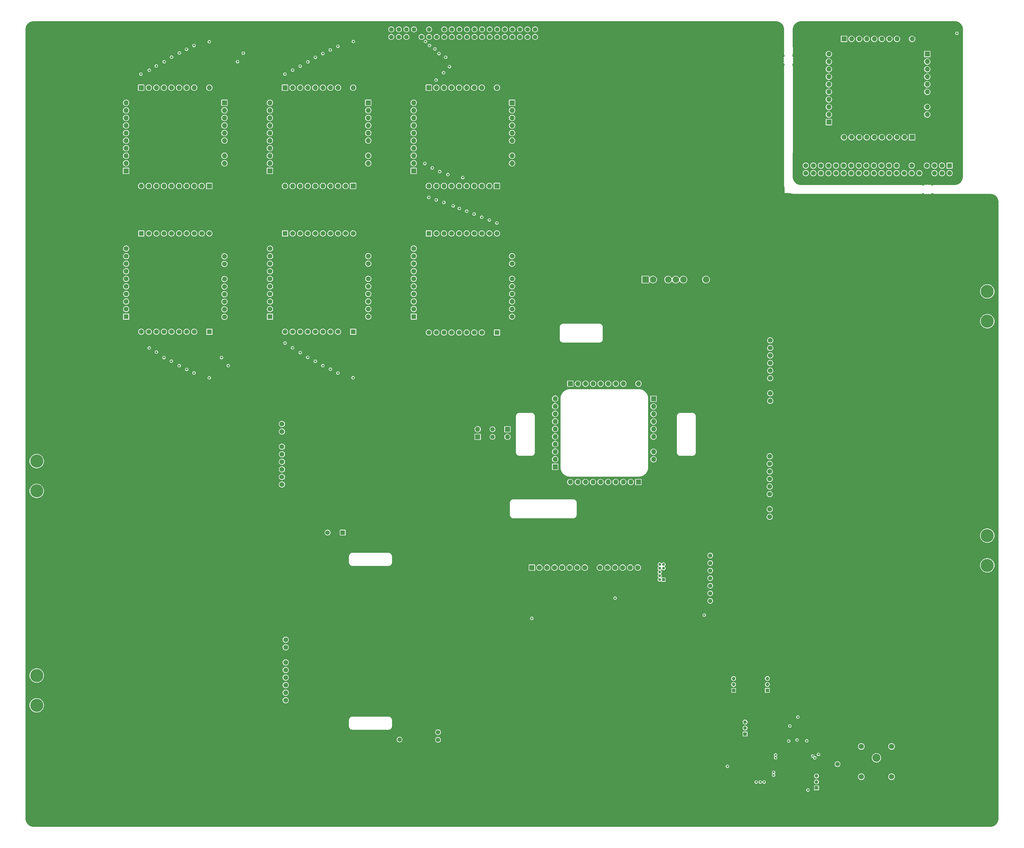
<source format=gbr>
%TF.GenerationSoftware,KiCad,Pcbnew,(7.0.0)*%
%TF.CreationDate,2023-04-25T15:07:28+02:00*%
%TF.ProjectId,EGSE,45475345-2e6b-4696-9361-645f70636258,rev?*%
%TF.SameCoordinates,Original*%
%TF.FileFunction,Copper,L2,Inr*%
%TF.FilePolarity,Positive*%
%FSLAX46Y46*%
G04 Gerber Fmt 4.6, Leading zero omitted, Abs format (unit mm)*
G04 Created by KiCad (PCBNEW (7.0.0)) date 2023-04-25 15:07:28*
%MOMM*%
%LPD*%
G01*
G04 APERTURE LIST*
%TA.AperFunction,ComponentPad*%
%ADD10R,1.000000X1.000000*%
%TD*%
%TA.AperFunction,ComponentPad*%
%ADD11C,0.940000*%
%TD*%
%TA.AperFunction,ComponentPad*%
%ADD12C,1.000000*%
%TD*%
%TA.AperFunction,ComponentPad*%
%ADD13C,1.803400*%
%TD*%
%TA.AperFunction,ComponentPad*%
%ADD14C,2.717800*%
%TD*%
%TA.AperFunction,ComponentPad*%
%ADD15R,1.700000X1.700000*%
%TD*%
%TA.AperFunction,ComponentPad*%
%ADD16O,1.700000X1.700000*%
%TD*%
%TA.AperFunction,ComponentPad*%
%ADD17C,4.400000*%
%TD*%
%TA.AperFunction,ComponentPad*%
%ADD18R,2.175000X2.175000*%
%TD*%
%TA.AperFunction,ComponentPad*%
%ADD19C,2.175000*%
%TD*%
%TA.AperFunction,ComponentPad*%
%ADD20C,6.400000*%
%TD*%
%TA.AperFunction,ComponentPad*%
%ADD21R,1.650000X1.650000*%
%TD*%
%TA.AperFunction,ComponentPad*%
%ADD22C,1.650000*%
%TD*%
%TA.AperFunction,ComponentPad*%
%ADD23R,1.200000X1.200000*%
%TD*%
%TA.AperFunction,ComponentPad*%
%ADD24C,1.200000*%
%TD*%
%TA.AperFunction,ComponentPad*%
%ADD25C,1.500000*%
%TD*%
%TA.AperFunction,ComponentPad*%
%ADD26R,1.447800X1.447800*%
%TD*%
%TA.AperFunction,ComponentPad*%
%ADD27C,1.447800*%
%TD*%
%TA.AperFunction,ComponentPad*%
%ADD28C,1.501000*%
%TD*%
%TA.AperFunction,ComponentPad*%
%ADD29C,1.550000*%
%TD*%
%TA.AperFunction,ComponentPad*%
%ADD30R,1.530000X1.530000*%
%TD*%
%TA.AperFunction,ComponentPad*%
%ADD31C,1.530000*%
%TD*%
%TA.AperFunction,ComponentPad*%
%ADD32R,1.725000X1.725000*%
%TD*%
%TA.AperFunction,ComponentPad*%
%ADD33C,1.725000*%
%TD*%
%TA.AperFunction,ViaPad*%
%ADD34C,0.700000*%
%TD*%
%TA.AperFunction,ViaPad*%
%ADD35C,0.800000*%
%TD*%
G04 APERTURE END LIST*
D10*
%TO.N,VCC*%
%TO.C,J25*%
X347336750Y-240794599D03*
D11*
%TO.N,SWDIO*%
X346066751Y-240794600D03*
%TO.N,GND*%
X347336751Y-239524600D03*
%TO.N,SWCLK*%
X346066751Y-239524600D03*
D12*
%TO.N,GND*%
X347336751Y-238254600D03*
D11*
%TO.N,/SWO*%
X346066751Y-238254600D03*
%TO.N,unconnected-(J25-Pad7)*%
X347336751Y-236984600D03*
%TO.N,unconnected-(J25-Pad8)*%
X346066751Y-236984600D03*
%TO.N,unconnected-(J25-Pad9)*%
X347336751Y-235714600D03*
%TO.N,NRST*%
X346066751Y-235714600D03*
%TD*%
D13*
%TO.N,GND*%
%TO.C,J55*%
X432300000Y-306986800D03*
X432300000Y-296826800D03*
X442460000Y-296826800D03*
X442460000Y-306986800D03*
D14*
X437380000Y-300636800D03*
%TD*%
D15*
%TO.N,SDA1*%
%TO.C,J11*%
X268579999Y-75564999D03*
D16*
%TO.N,SCL1*%
X271119999Y-75564999D03*
%TO.N,UART_RX*%
X273659999Y-75564999D03*
%TO.N,KILLSWITCH+*%
X276199999Y-75564999D03*
%TO.N,PFO*%
X278739999Y-75564999D03*
%TO.N,BATT-*%
X281279999Y-75564999D03*
%TO.N,NC*%
X283819999Y-75564999D03*
%TO.N,UART_TX*%
X286359999Y-75564999D03*
%TO.N,GND*%
X288899999Y-75564999D03*
%TO.N,3V3_PERM*%
X291439999Y-75564999D03*
%TD*%
D17*
%TO.N,GND*%
%TO.C,H21*%
X402154000Y-250942000D03*
%TD*%
D18*
%TO.N,BURNCOMMS*%
%TO.C,J62*%
X341299999Y-139999999D03*
D19*
%TO.N,/PHT6*%
X343840000Y-140000000D03*
%TO.N,GND*%
X346380000Y-140000000D03*
%TO.N,SCL3*%
X348920000Y-140000000D03*
%TO.N,SDA3*%
X351460000Y-140000000D03*
%TO.N,3V3_PERM*%
X354000000Y-140000000D03*
%TO.N,GND*%
X356540000Y-140000000D03*
X359080000Y-140000000D03*
%TO.N,SOLAR_Y*%
X361620000Y-140000000D03*
%TD*%
D20*
%TO.N,GND*%
%TO.C,H42*%
X296520000Y-124521367D03*
%TD*%
D17*
%TO.N,GND*%
%TO.C,H63*%
X270516234Y-187500000D03*
%TD*%
%TO.N,GND*%
%TO.C,H65*%
X270516234Y-207500000D03*
%TD*%
D21*
%TO.N,CHRG*%
%TO.C,J14*%
X220319999Y-124521366D03*
D22*
%TO.N,FAULT*%
X222860000Y-124521367D03*
%TO.N,VCC_UMBILICAL*%
X225400000Y-124521367D03*
%TO.N,SEL_PH0*%
X227940000Y-124521367D03*
%TO.N,P{slash}L_POWER*%
X230480000Y-124521367D03*
%TO.N,ADC_PH*%
X233020000Y-124521367D03*
%TO.N,RST_DRIVERS*%
X235560000Y-124521367D03*
%TO.N,ADCS_POWER*%
X238100000Y-124521367D03*
%TO.N,STM32_PB0*%
X240640000Y-124521367D03*
%TO.N,SOLAR_Z*%
X243180000Y-124521367D03*
%TD*%
D15*
%TO.N,SOLAR_Z*%
%TO.C,J60*%
X430783999Y-92201999D03*
D16*
%TO.N,STM32_PB0*%
X428243999Y-92201999D03*
%TO.N,ADCS_POWER*%
X425703999Y-92201999D03*
%TO.N,RST_DRIVERS*%
X423163999Y-92201999D03*
%TO.N,ADC_PH*%
X420623999Y-92201999D03*
%TO.N,P{slash}L_POWER*%
X418083999Y-92201999D03*
%TO.N,SEL_PH0*%
X415543999Y-92201999D03*
%TO.N,VCC_UMBILICAL*%
X413003999Y-92201999D03*
%TO.N,FAULT*%
X410463999Y-92201999D03*
%TO.N,CHRG*%
X407923999Y-92201999D03*
%TD*%
D20*
%TO.N,GND*%
%TO.C,H16*%
X435809040Y-92133246D03*
%TD*%
D15*
%TO.N,STM32_PA15*%
%TO.C,J12*%
X296519999Y-80644999D03*
D16*
%TO.N,STM32_PB3*%
X296519999Y-83184999D03*
%TO.N,BATT_NTC*%
X296519999Y-85724999D03*
%TO.N,SOLAR_Y*%
X296519999Y-88264999D03*
%TO.N,SEL_PH2*%
X296519999Y-90804999D03*
%TO.N,SEL_PH1*%
X296519999Y-93344999D03*
%TO.N,GND*%
X296519999Y-95884999D03*
%TO.N,HEATER_PWR*%
X296519999Y-98424999D03*
%TO.N,BURNCOMMS*%
X296519999Y-100964999D03*
%TO.N,GND*%
X296519999Y-103504999D03*
%TD*%
D21*
%TO.N,GND*%
%TO.C,J18*%
X199999999Y-129667160D03*
D22*
%TO.N,BURNCOMMS*%
X200000000Y-132207161D03*
%TO.N,HEATER_PWR*%
X200000000Y-134747161D03*
%TO.N,GND*%
X200000000Y-137287161D03*
%TO.N,SEL_PH1*%
X200000000Y-139827161D03*
%TO.N,SEL_PH2*%
X200000000Y-142367161D03*
%TO.N,SOLAR_Y*%
X200000000Y-144907161D03*
%TO.N,BATT_NTC*%
X200000000Y-147447161D03*
%TO.N,STM32_PB3*%
X200000000Y-149987161D03*
%TO.N,STM32_PA15*%
X200000000Y-152527161D03*
%TD*%
D21*
%TO.N,GND*%
%TO.C,J23*%
X296512876Y-129578911D03*
D22*
%TO.N,BURNCOMMS*%
X296512877Y-132118912D03*
%TO.N,HEATER_PWR*%
X296512877Y-134658912D03*
%TO.N,GND*%
X296512877Y-137198912D03*
%TO.N,SEL_PH1*%
X296512877Y-139738912D03*
%TO.N,SEL_PH2*%
X296512877Y-142278912D03*
%TO.N,SOLAR_Y*%
X296512877Y-144818912D03*
%TO.N,BATT_NTC*%
X296512877Y-147358912D03*
%TO.N,STM32_PB3*%
X296512877Y-149898912D03*
%TO.N,STM32_PA15*%
X296512877Y-152438912D03*
%TD*%
D23*
%TO.N,/3V3_EGSE*%
%TO.C,J69*%
X370876101Y-278016877D03*
D24*
%TO.N,3V3_PERM*%
X370876102Y-276016878D03*
%TO.N,unconnected-(J69-Pad3)*%
X370876102Y-274016878D03*
%TD*%
D21*
%TO.N,GND*%
%TO.C,J43*%
X382999999Y-222239999D03*
D22*
%TO.N,BURNCOMMS*%
X383000000Y-219700000D03*
%TO.N,/PHT2*%
X383000000Y-217160000D03*
%TO.N,GND*%
X383000000Y-214620000D03*
%TO.N,SCL3*%
X383000000Y-212080000D03*
%TO.N,SDA3*%
X383000000Y-209540000D03*
%TO.N,3V3_PERM*%
X383000000Y-207000000D03*
%TO.N,/VCC_MAG*%
X383000000Y-204460000D03*
%TO.N,/MAG+X*%
X383000000Y-201920000D03*
%TO.N,SOLAR_X*%
X383000000Y-199380000D03*
%TD*%
D23*
%TO.N,/3V3_EGSE*%
%TO.C,J70*%
X382206328Y-277999999D03*
D24*
%TO.N,VCC_UMBILICAL*%
X382206329Y-276000000D03*
%TO.N,unconnected-(J70-Pad3)*%
X382206329Y-274000000D03*
%TD*%
D21*
%TO.N,GND*%
%TO.C,J16*%
X248259999Y-129601366D03*
D22*
%TO.N,BURNCOMMS*%
X248260000Y-132141367D03*
%TO.N,HEATER_PWR*%
X248260000Y-134681367D03*
%TO.N,GND*%
X248260000Y-137221367D03*
%TO.N,SEL_PH1*%
X248260000Y-139761367D03*
%TO.N,SEL_PH2*%
X248260000Y-142301367D03*
%TO.N,SOLAR_Y*%
X248260000Y-144841367D03*
%TO.N,BATT_NTC*%
X248260000Y-147381367D03*
%TO.N,STM32_PB3*%
X248260000Y-149921367D03*
%TO.N,STM32_PA15*%
X248260000Y-152461367D03*
%TD*%
D20*
%TO.N,GND*%
%TO.C,H73*%
X402000000Y-120000000D03*
%TD*%
D15*
%TO.N,SDA1*%
%TO.C,J7*%
X220319999Y-75564999D03*
D16*
%TO.N,SCL1*%
X222859999Y-75564999D03*
%TO.N,UART_RX*%
X225399999Y-75564999D03*
%TO.N,KILLSWITCH+*%
X227939999Y-75564999D03*
%TO.N,PFO*%
X230479999Y-75564999D03*
%TO.N,BATT-*%
X233019999Y-75564999D03*
%TO.N,NC*%
X235559999Y-75564999D03*
%TO.N,UART_TX*%
X238099999Y-75564999D03*
%TO.N,GND*%
X240639999Y-75564999D03*
%TO.N,3V3_PERM*%
X243179999Y-75564999D03*
%TD*%
D15*
%TO.N,SOLAR_X*%
%TO.C,J2*%
X166979999Y-103504999D03*
D16*
%TO.N,CHRGOFF*%
X166979999Y-100964999D03*
%TO.N,CLPROG*%
X166979999Y-98424999D03*
%TO.N,SDA3*%
X166979999Y-95884999D03*
%TO.N,NRST*%
X166979999Y-93344999D03*
%TO.N,SWDIO*%
X166979999Y-90804999D03*
%TO.N,SWCLK*%
X166979999Y-88264999D03*
%TO.N,DAC_PL*%
X166979999Y-85724999D03*
%TO.N,ADC_PL*%
X166979999Y-83184999D03*
%TO.N,SCL3*%
X166979999Y-80644999D03*
%TD*%
D21*
%TO.N,SCL3*%
%TO.C,J26*%
X263522881Y-152434356D03*
D22*
%TO.N,ADC_PL*%
X263522882Y-149894357D03*
%TO.N,DAC_PL*%
X263522882Y-147354357D03*
%TO.N,SWCLK*%
X263522882Y-144814357D03*
%TO.N,SWDIO*%
X263522882Y-142274357D03*
%TO.N,NRST*%
X263522882Y-139734357D03*
%TO.N,SDA3*%
X263522882Y-137194357D03*
%TO.N,CLPROG*%
X263522882Y-134654357D03*
%TO.N,CHRGOFF*%
X263522882Y-132114357D03*
%TO.N,SOLAR_X*%
X263522882Y-129574357D03*
%TD*%
D17*
%TO.N,GND*%
%TO.C,H53*%
X301000000Y-297220000D03*
%TD*%
D20*
%TO.N,GND*%
%TO.C,H5*%
X215240000Y-75565000D03*
%TD*%
%TO.N,GND*%
%TO.C,H81*%
X139000000Y-318000000D03*
%TD*%
D17*
%TO.N,GND*%
%TO.C,H27*%
X153139939Y-225842682D03*
%TD*%
D15*
%TO.N,SOLAR_Z*%
%TO.C,J10*%
X291439999Y-108584999D03*
D16*
%TO.N,STM32_PB0*%
X288899999Y-108584999D03*
%TO.N,ADCS_POWER*%
X286359999Y-108584999D03*
%TO.N,RST_DRIVERS*%
X283819999Y-108584999D03*
%TO.N,ADC_PH*%
X281279999Y-108584999D03*
%TO.N,P{slash}L_POWER*%
X278739999Y-108584999D03*
%TO.N,SEL_PH0*%
X276199999Y-108584999D03*
%TO.N,VCC_UMBILICAL*%
X273659999Y-108584999D03*
%TO.N,FAULT*%
X271119999Y-108584999D03*
%TO.N,CHRG*%
X268579999Y-108584999D03*
%TD*%
D20*
%TO.N,GND*%
%TO.C,H33*%
X166980000Y-124521367D03*
%TD*%
%TO.N,GND*%
%TO.C,H56*%
X269016234Y-181000000D03*
%TD*%
D17*
%TO.N,GND*%
%TO.C,H64*%
X234516234Y-207500000D03*
%TD*%
D21*
%TO.N,GND*%
%TO.C,J44*%
X383134987Y-183291773D03*
D22*
%TO.N,BURNCOMMS*%
X383134988Y-180751774D03*
%TO.N,/PHT3*%
X383134988Y-178211774D03*
%TO.N,GND*%
X383134988Y-175671774D03*
%TO.N,SCL3*%
X383134988Y-173131774D03*
%TO.N,SDA3*%
X383134988Y-170591774D03*
%TO.N,3V3_PERM*%
X383134988Y-168051774D03*
%TO.N,/VCC_MAG*%
X383134988Y-165511774D03*
%TO.N,/MAG-Z*%
X383134988Y-162971774D03*
%TO.N,SOLAR_Z*%
X383134988Y-160431774D03*
%TD*%
D20*
%TO.N,GND*%
%TO.C,H37*%
X215240000Y-124521367D03*
%TD*%
%TO.N,GND*%
%TO.C,H40*%
X248260000Y-124521367D03*
%TD*%
D15*
%TO.N,SOLAR_X*%
%TO.C,J29*%
X402843999Y-87121999D03*
D16*
%TO.N,CHRGOFF*%
X402843999Y-84581999D03*
%TO.N,CLPROG*%
X402843999Y-82041999D03*
%TO.N,SDA3*%
X402843999Y-79501999D03*
%TO.N,NRST*%
X402843999Y-76961999D03*
%TO.N,SWDIO*%
X402843999Y-74421999D03*
%TO.N,SWCLK*%
X402843999Y-71881999D03*
%TO.N,DAC_PL*%
X402843999Y-69341999D03*
%TO.N,ADC_PL*%
X402843999Y-66801999D03*
%TO.N,SCL3*%
X402843999Y-64261999D03*
%TD*%
D25*
%TO.N,/VIN*%
%TO.C,J72*%
X405750000Y-302750000D03*
%TD*%
D17*
%TO.N,GND*%
%TO.C,H31*%
X153167000Y-297936000D03*
%TD*%
D21*
%TO.N,GND*%
%TO.C,J45*%
X219281236Y-185974854D03*
D22*
%TO.N,BURNCOMMS*%
X219281237Y-188514855D03*
%TO.N,/PHT4*%
X219281237Y-191054855D03*
%TO.N,GND*%
X219281237Y-193594855D03*
%TO.N,SCL3*%
X219281237Y-196134855D03*
%TO.N,SDA3*%
X219281237Y-198674855D03*
%TO.N,3V3_PERM*%
X219281237Y-201214855D03*
%TO.N,/VCC_MAG*%
X219281237Y-203754855D03*
%TO.N,/MAG+Z*%
X219281237Y-206294855D03*
%TO.N,SOLAR_Z*%
X219281237Y-208834855D03*
%TD*%
D15*
%TO.N,SOLAR_X*%
%TO.C,J30*%
X310979999Y-202889999D03*
D16*
%TO.N,CHRGOFF*%
X310979999Y-200349999D03*
%TO.N,CLPROG*%
X310979999Y-197809999D03*
%TO.N,SDA3*%
X310979999Y-195269999D03*
%TO.N,NRST*%
X310979999Y-192729999D03*
%TO.N,SWDIO*%
X310979999Y-190189999D03*
%TO.N,SWCLK*%
X310979999Y-187649999D03*
%TO.N,DAC_PL*%
X310979999Y-185109999D03*
%TO.N,ADC_PL*%
X310979999Y-182569999D03*
%TO.N,SCL3*%
X310979999Y-180029999D03*
%TD*%
D20*
%TO.N,GND*%
%TO.C,H15*%
X402848433Y-92235289D03*
%TD*%
D21*
%TO.N,3V3_PERM*%
%TO.C,J15*%
X243179999Y-157541366D03*
D22*
%TO.N,GND*%
X240640000Y-157541367D03*
%TO.N,UART_TX*%
X238100000Y-157541367D03*
%TO.N,NC*%
X235560000Y-157541367D03*
%TO.N,BATT-*%
X233020000Y-157541367D03*
%TO.N,PFO*%
X230480000Y-157541367D03*
%TO.N,KILLSWITCH+*%
X227940000Y-157541367D03*
%TO.N,UART_RX*%
X225400000Y-157541367D03*
%TO.N,SCL1*%
X222860000Y-157541367D03*
%TO.N,SDA1*%
X220320000Y-157541367D03*
%TD*%
D21*
%TO.N,GND*%
%TO.C,J24*%
X220552705Y-258435351D03*
D22*
%TO.N,BURNCOMMS*%
X220552706Y-260975352D03*
%TO.N,/PHT1*%
X220552706Y-263515352D03*
%TO.N,GND*%
X220552706Y-266055352D03*
%TO.N,SCL3*%
X220552706Y-268595352D03*
%TO.N,SDA3*%
X220552706Y-271135352D03*
%TO.N,3V3_PERM*%
X220552706Y-273675352D03*
%TO.N,/VCC_MAG*%
X220552706Y-276215352D03*
%TO.N,/MAG-X*%
X220552706Y-278755352D03*
%TO.N,SOLAR_X*%
X220552706Y-281295352D03*
%TD*%
D17*
%TO.N,GND*%
%TO.C,H55*%
X343000000Y-297220000D03*
%TD*%
D20*
%TO.N,GND*%
%TO.C,H61*%
X344000000Y-208000000D03*
%TD*%
%TO.N,GND*%
%TO.C,H36*%
X166980000Y-157541367D03*
%TD*%
D17*
%TO.N,N/C*%
%TO.C,*%
X456000000Y-236000000D03*
%TD*%
%TO.N,N/C*%
%TO.C,*%
X456000000Y-144000000D03*
%TD*%
D15*
%TO.N,STM32_PA15*%
%TO.C,J4*%
X199999999Y-80644999D03*
D16*
%TO.N,STM32_PB3*%
X199999999Y-83184999D03*
%TO.N,BATT_NTC*%
X199999999Y-85724999D03*
%TO.N,SOLAR_Y*%
X199999999Y-88264999D03*
%TO.N,SEL_PH2*%
X199999999Y-90804999D03*
%TO.N,SEL_PH1*%
X199999999Y-93344999D03*
%TO.N,GND*%
X199999999Y-95884999D03*
%TO.N,HEATER_PWR*%
X199999999Y-98424999D03*
%TO.N,BURNCOMMS*%
X199999999Y-100964999D03*
%TO.N,GND*%
X199999999Y-103504999D03*
%TD*%
D20*
%TO.N,GND*%
%TO.C,H77*%
X356000000Y-263000000D03*
%TD*%
%TO.N,GND*%
%TO.C,H67*%
X153154000Y-249000000D03*
%TD*%
D15*
%TO.N,SOLAR_X*%
%TO.C,J5*%
X215239999Y-103504999D03*
D16*
%TO.N,CHRGOFF*%
X215239999Y-100964999D03*
%TO.N,CLPROG*%
X215239999Y-98424999D03*
%TO.N,SDA3*%
X215239999Y-95884999D03*
%TO.N,NRST*%
X215239999Y-93344999D03*
%TO.N,SWDIO*%
X215239999Y-90804999D03*
%TO.N,SWCLK*%
X215239999Y-88264999D03*
%TO.N,DAC_PL*%
X215239999Y-85724999D03*
%TO.N,ADC_PL*%
X215239999Y-83184999D03*
%TO.N,SCL3*%
X215239999Y-80644999D03*
%TD*%
D17*
%TO.N,GND*%
%TO.C,H25*%
X190985939Y-185964682D03*
%TD*%
D15*
%TO.N,/VCC_MAG*%
%TO.C,J57*%
X294981087Y-190294287D03*
D16*
%TO.N,/MAG+Y*%
X294981087Y-192834287D03*
%TD*%
D17*
%TO.N,GND*%
%TO.C,H51*%
X332000000Y-269220000D03*
%TD*%
D20*
%TO.N,GND*%
%TO.C,H2*%
X200000000Y-75565000D03*
%TD*%
D15*
%TO.N,SDA1*%
%TO.C,J32*%
X316089999Y-174979999D03*
D16*
%TO.N,SCL1*%
X318629999Y-174979999D03*
%TO.N,UART_RX*%
X321169999Y-174979999D03*
%TO.N,KILLSWITCH+*%
X323709999Y-174979999D03*
%TO.N,PFO*%
X326249999Y-174979999D03*
%TO.N,BATT-*%
X328789999Y-174979999D03*
%TO.N,NC*%
X331329999Y-174979999D03*
%TO.N,UART_TX*%
X333869999Y-174979999D03*
%TO.N,GND*%
X336409999Y-174979999D03*
%TO.N,3V3_PERM*%
X338949999Y-174979999D03*
%TD*%
D20*
%TO.N,GND*%
%TO.C,H62*%
X310980000Y-174980000D03*
%TD*%
D17*
%TO.N,GND*%
%TO.C,H20*%
X439860061Y-129157318D03*
%TD*%
D15*
%TO.N,SOLAR_Z*%
%TO.C,J6*%
X243179999Y-108584999D03*
D16*
%TO.N,STM32_PB0*%
X240639999Y-108584999D03*
%TO.N,ADCS_POWER*%
X238099999Y-108584999D03*
%TO.N,RST_DRIVERS*%
X235559999Y-108584999D03*
%TO.N,ADC_PH*%
X233019999Y-108584999D03*
%TO.N,P{slash}L_POWER*%
X230479999Y-108584999D03*
%TO.N,SEL_PH0*%
X227939999Y-108584999D03*
%TO.N,VCC_UMBILICAL*%
X225399999Y-108584999D03*
%TO.N,FAULT*%
X222859999Y-108584999D03*
%TO.N,CHRG*%
X220319999Y-108584999D03*
%TD*%
D23*
%TO.N,Net-(Q2-D)*%
%TO.C,J71*%
X398671704Y-310739500D03*
D24*
%TO.N,/VIN*%
X398671705Y-308739501D03*
%TO.N,unconnected-(J71-Pad3)*%
X398671705Y-306739501D03*
%TD*%
D26*
%TO.N,GND*%
%TO.C,J42*%
X363034630Y-250465722D03*
D27*
%TO.N,BATT-*%
X363034631Y-247925723D03*
%TO.N,BATT+*%
X363034631Y-245385723D03*
%TO.N,NRST*%
X363034631Y-242845723D03*
%TO.N,/SWO*%
X363034631Y-240305723D03*
%TO.N,SWCLK*%
X363034631Y-237765723D03*
%TO.N,SWDIO*%
X363034631Y-235225723D03*
%TO.N,/VCC_Umbilical*%
X363034631Y-232685723D03*
%TD*%
D21*
%TO.N,SCL3*%
%TO.C,J13*%
X215282457Y-152472107D03*
D22*
%TO.N,ADC_PL*%
X215282458Y-149932108D03*
%TO.N,DAC_PL*%
X215282458Y-147392108D03*
%TO.N,SWCLK*%
X215282458Y-144852108D03*
%TO.N,SWDIO*%
X215282458Y-142312108D03*
%TO.N,NRST*%
X215282458Y-139772108D03*
%TO.N,SDA3*%
X215282458Y-137232108D03*
%TO.N,CLPROG*%
X215282458Y-134692108D03*
%TO.N,CHRGOFF*%
X215282458Y-132152108D03*
%TO.N,SOLAR_X*%
X215282458Y-129612108D03*
%TD*%
D20*
%TO.N,GND*%
%TO.C,H69*%
X344000000Y-174980000D03*
%TD*%
D15*
%TO.N,STM32_PA15*%
%TO.C,J61*%
X435863999Y-64261999D03*
D16*
%TO.N,STM32_PB3*%
X435863999Y-66801999D03*
%TO.N,BATT_NTC*%
X435863999Y-69341999D03*
%TO.N,SOLAR_Y*%
X435863999Y-71881999D03*
%TO.N,SEL_PH2*%
X435863999Y-74421999D03*
%TO.N,SEL_PH1*%
X435863999Y-76961999D03*
%TO.N,GND*%
X435863999Y-79501999D03*
%TO.N,HEATER_PWR*%
X435863999Y-82041999D03*
%TO.N,BURNCOMMS*%
X435863999Y-84581999D03*
%TO.N,GND*%
X435863999Y-87121999D03*
%TD*%
D20*
%TO.N,GND*%
%TO.C,H11*%
X263500000Y-108585000D03*
%TD*%
D17*
%TO.N,N/C*%
%TO.C,*%
X137000000Y-201000000D03*
%TD*%
D20*
%TO.N,GND*%
%TO.C,H9*%
X263500000Y-75565000D03*
%TD*%
D23*
%TO.N,Net-(U1-BAT)*%
%TO.C,J68*%
X374727101Y-292644877D03*
D24*
%TO.N,BATT+*%
X374727102Y-290644878D03*
%TO.N,unconnected-(J68-Pad3)*%
X374727102Y-288644878D03*
%TD*%
D20*
%TO.N,GND*%
%TO.C,H41*%
X263500000Y-124521367D03*
%TD*%
%TO.N,GND*%
%TO.C,H12*%
X296520000Y-108585000D03*
%TD*%
D17*
%TO.N,GND*%
%TO.C,H50*%
X301000000Y-283220000D03*
%TD*%
D20*
%TO.N,GND*%
%TO.C,H48*%
X327273603Y-117000000D03*
%TD*%
%TO.N,GND*%
%TO.C,H44*%
X263500000Y-157541367D03*
%TD*%
%TO.N,GND*%
%TO.C,H1*%
X166980000Y-75565000D03*
%TD*%
D15*
%TO.N,SDA1*%
%TO.C,J1*%
X172059999Y-75564999D03*
D16*
%TO.N,SCL1*%
X174599999Y-75564999D03*
%TO.N,UART_RX*%
X177139999Y-75564999D03*
%TO.N,KILLSWITCH+*%
X179679999Y-75564999D03*
%TO.N,PFO*%
X182219999Y-75564999D03*
%TO.N,BATT-*%
X184759999Y-75564999D03*
%TO.N,NC*%
X187299999Y-75564999D03*
%TO.N,UART_TX*%
X189839999Y-75564999D03*
%TO.N,GND*%
X192379999Y-75564999D03*
%TO.N,3V3_PERM*%
X194919999Y-75564999D03*
%TD*%
D20*
%TO.N,GND*%
%TO.C,H82*%
X440000000Y-279000000D03*
%TD*%
D15*
%TO.N,STM32_PA15*%
%TO.C,J33*%
X343999999Y-180059999D03*
D16*
%TO.N,STM32_PB3*%
X343999999Y-182599999D03*
%TO.N,BATT_NTC*%
X343999999Y-185139999D03*
%TO.N,SOLAR_Y*%
X343999999Y-187679999D03*
%TO.N,SEL_PH2*%
X343999999Y-190219999D03*
%TO.N,SEL_PH1*%
X343999999Y-192759999D03*
%TO.N,GND*%
X343999999Y-195299999D03*
%TO.N,HEATER_PWR*%
X343999999Y-197839999D03*
%TO.N,BURNCOMMS*%
X343999999Y-200379999D03*
%TO.N,GND*%
X343999999Y-202919999D03*
%TD*%
D20*
%TO.N,GND*%
%TO.C,H7*%
X248260000Y-75565000D03*
%TD*%
D15*
%TO.N,/VCC_MAG*%
%TO.C,J56*%
X284977999Y-192837783D03*
D16*
%TO.N,/MAG+Y*%
X284977999Y-190297783D03*
%TD*%
D17*
%TO.N,GND*%
%TO.C,H19*%
X439860061Y-169035318D03*
%TD*%
D20*
%TO.N,GND*%
%TO.C,H10*%
X296520000Y-75565000D03*
%TD*%
D21*
%TO.N,STM32_PB3*%
%TO.C,J67*%
X443344722Y-101737213D03*
D22*
%TO.N,STM32_PA15*%
X443344723Y-104277214D03*
%TO.N,SOLAR_Y*%
X440804723Y-101737214D03*
%TO.N,BATT_NTC*%
X440804723Y-104277214D03*
%TO.N,SEL_PH1*%
X438264723Y-101737214D03*
%TO.N,SEL_PH2*%
X438264723Y-104277214D03*
%TO.N,HEATER_PWR*%
X435724723Y-101737214D03*
%TO.N,GND*%
X435724723Y-104277214D03*
X433184723Y-101737214D03*
%TO.N,BURNCOMMS*%
X433184723Y-104277214D03*
%TO.N,3V3_PERM*%
X430644723Y-101737214D03*
%TO.N,SOLAR_Z*%
X430644723Y-104277214D03*
%TO.N,GND*%
X428104723Y-101737214D03*
%TO.N,STM32_PB0*%
X428104723Y-104277214D03*
%TO.N,UART_TX*%
X425564723Y-101737214D03*
%TO.N,ADCS_POWER*%
X425564723Y-104277214D03*
%TO.N,NC*%
X423024723Y-101737214D03*
%TO.N,RST_DRIVERS*%
X423024723Y-104277214D03*
%TO.N,BATT-*%
X420484723Y-101737214D03*
%TO.N,ADC_PH*%
X420484723Y-104277214D03*
%TO.N,PFO*%
X417944723Y-101737214D03*
%TO.N,P{slash}L_POWER*%
X417944723Y-104277214D03*
%TO.N,KILLSWITCH+*%
X415404723Y-101737214D03*
%TO.N,SEL_PH0*%
X415404723Y-104277214D03*
%TO.N,UART_RX*%
X412864723Y-101737214D03*
%TO.N,VCC_UMBILICAL*%
X412864723Y-104277214D03*
%TO.N,SCL1*%
X410324723Y-101737214D03*
%TO.N,FAULT*%
X410324723Y-104277214D03*
%TO.N,SDA1*%
X407784723Y-101737214D03*
%TO.N,CHRG*%
X407784723Y-104277214D03*
%TO.N,SOLAR_X*%
X405244723Y-101737214D03*
%TO.N,CHRGOFF*%
X405244723Y-104277214D03*
%TO.N,CLPROG*%
X402704723Y-101737214D03*
%TO.N,SDA3*%
X402704723Y-104277214D03*
%TO.N,NRST*%
X400164723Y-101737214D03*
%TO.N,SWDIO*%
X400164723Y-104277214D03*
%TO.N,SWCLK*%
X397624723Y-101737214D03*
%TO.N,DAC_PL*%
X397624723Y-104277214D03*
%TO.N,ADC_PL*%
X395084723Y-101737214D03*
%TO.N,SCL3*%
X395084723Y-104277214D03*
%TD*%
D20*
%TO.N,GND*%
%TO.C,H60*%
X191000000Y-235000000D03*
%TD*%
%TO.N,GND*%
%TO.C,H8*%
X248260000Y-108585000D03*
%TD*%
%TO.N,GND*%
%TO.C,H71*%
X402154000Y-202000000D03*
%TD*%
%TO.N,GND*%
%TO.C,H59*%
X153000000Y-177000000D03*
%TD*%
D17*
%TO.N,N/C*%
%TO.C,*%
X456000000Y-226000000D03*
%TD*%
D21*
%TO.N,CHRG*%
%TO.C,J21*%
X268579999Y-124521366D03*
D22*
%TO.N,FAULT*%
X271120000Y-124521367D03*
%TO.N,VCC_UMBILICAL*%
X273660000Y-124521367D03*
%TO.N,SEL_PH0*%
X276200000Y-124521367D03*
%TO.N,P{slash}L_POWER*%
X278740000Y-124521367D03*
%TO.N,ADC_PH*%
X281280000Y-124521367D03*
%TO.N,RST_DRIVERS*%
X283820000Y-124521367D03*
%TO.N,ADCS_POWER*%
X286360000Y-124521367D03*
%TO.N,STM32_PB0*%
X288900000Y-124521367D03*
%TO.N,SOLAR_Z*%
X291440000Y-124521367D03*
%TD*%
D28*
%TO.N,GND*%
%TO.C,J73*%
X258750000Y-291980000D03*
%TO.N,BATT-*%
X258750000Y-294520000D03*
%TD*%
D17*
%TO.N,GND*%
%TO.C,H30*%
X191013000Y-258058000D03*
%TD*%
D20*
%TO.N,GND*%
%TO.C,H76*%
X288000000Y-317000000D03*
%TD*%
D28*
%TO.N,/VCC_MAG*%
%TO.C,J66*%
X289951596Y-192840456D03*
%TO.N,/MAG+Y*%
X289951596Y-190300456D03*
%TD*%
D17*
%TO.N,GND*%
%TO.C,H28*%
X190985939Y-225842682D03*
%TD*%
%TO.N,GND*%
%TO.C,H22*%
X440000000Y-250942000D03*
%TD*%
D15*
%TO.N,SOLAR_X*%
%TO.C,J9*%
X263499999Y-103504999D03*
D16*
%TO.N,CHRGOFF*%
X263499999Y-100964999D03*
%TO.N,CLPROG*%
X263499999Y-98424999D03*
%TO.N,SDA3*%
X263499999Y-95884999D03*
%TO.N,NRST*%
X263499999Y-93344999D03*
%TO.N,SWDIO*%
X263499999Y-90804999D03*
%TO.N,SWCLK*%
X263499999Y-88264999D03*
%TO.N,DAC_PL*%
X263499999Y-85724999D03*
%TO.N,ADC_PL*%
X263499999Y-83184999D03*
%TO.N,SCL3*%
X263499999Y-80644999D03*
%TD*%
D17*
%TO.N,GND*%
%TO.C,H49*%
X312000000Y-269220000D03*
%TD*%
D15*
%TO.N,SDA1*%
%TO.C,J59*%
X407923999Y-59181999D03*
D16*
%TO.N,SCL1*%
X410463999Y-59181999D03*
%TO.N,UART_RX*%
X413003999Y-59181999D03*
%TO.N,KILLSWITCH+*%
X415543999Y-59181999D03*
%TO.N,PFO*%
X418083999Y-59181999D03*
%TO.N,BATT-*%
X420623999Y-59181999D03*
%TO.N,NC*%
X423163999Y-59181999D03*
%TO.N,UART_TX*%
X425703999Y-59181999D03*
%TO.N,GND*%
X428243999Y-59181999D03*
%TO.N,3V3_PERM*%
X430783999Y-59181999D03*
%TD*%
D20*
%TO.N,GND*%
%TO.C,H46*%
X360273603Y-117000000D03*
%TD*%
D17*
%TO.N,GND*%
%TO.C,H23*%
X440000000Y-211064000D03*
%TD*%
%TO.N,GND*%
%TO.C,H26*%
X153139939Y-185964682D03*
%TD*%
D20*
%TO.N,GND*%
%TO.C,H57*%
X269016234Y-214000000D03*
%TD*%
D17*
%TO.N,N/C*%
%TO.C,*%
X137000000Y-283000000D03*
%TD*%
D15*
%TO.N,SOLAR_Z*%
%TO.C,J3*%
X194919999Y-108584999D03*
D16*
%TO.N,STM32_PB0*%
X192379999Y-108584999D03*
%TO.N,ADCS_POWER*%
X189839999Y-108584999D03*
%TO.N,RST_DRIVERS*%
X187299999Y-108584999D03*
%TO.N,ADC_PH*%
X184759999Y-108584999D03*
%TO.N,P{slash}L_POWER*%
X182219999Y-108584999D03*
%TO.N,SEL_PH0*%
X179679999Y-108584999D03*
%TO.N,VCC_UMBILICAL*%
X177139999Y-108584999D03*
%TO.N,FAULT*%
X174599999Y-108584999D03*
%TO.N,CHRG*%
X172059999Y-108584999D03*
%TD*%
D17*
%TO.N,GND*%
%TO.C,H17*%
X402014061Y-169035318D03*
%TD*%
%TO.N,N/C*%
%TO.C,*%
X456000000Y-154000000D03*
%TD*%
D28*
%TO.N,BATT-*%
%TO.C,J64*%
X271659616Y-292055693D03*
%TO.N,BATT+*%
X271659616Y-294595693D03*
%TD*%
D29*
%TO.N,STM32_PB3*%
%TO.C,J58*%
X255980000Y-56000000D03*
%TO.N,STM32_PA15*%
X255980000Y-58540000D03*
%TO.N,SOLAR_Y*%
X258520000Y-56000000D03*
%TO.N,BATT_NTC*%
X258520000Y-58540000D03*
%TO.N,SEL_PH1*%
X261060000Y-56000000D03*
%TO.N,SEL_PH2*%
X261060000Y-58540000D03*
%TO.N,HEATER_PWR*%
X263600000Y-56000000D03*
%TO.N,GND*%
X263600000Y-58540000D03*
X266140000Y-56000000D03*
%TO.N,BURNCOMMS*%
X266140000Y-58540000D03*
%TO.N,3V3_PERM*%
X268680000Y-56000000D03*
%TO.N,SOLAR_Z*%
X268680000Y-58540000D03*
%TO.N,GND*%
X271220000Y-56000000D03*
%TO.N,STM32_PB0*%
X271220000Y-58540000D03*
%TO.N,UART_TX*%
X273760000Y-56000000D03*
%TO.N,ADCS_POWER*%
X273760000Y-58540000D03*
%TO.N,NC*%
X276300000Y-56000000D03*
%TO.N,RST_DRIVERS*%
X276300000Y-58540000D03*
%TO.N,BATT-*%
X278840000Y-56000000D03*
%TO.N,ADC_PH*%
X278840000Y-58540000D03*
%TO.N,PFO*%
X281380000Y-56000000D03*
%TO.N,P{slash}L_POWER*%
X281380000Y-58540000D03*
%TO.N,KILLSWITCH+*%
X283920000Y-56000000D03*
%TO.N,SEL_PH0*%
X283920000Y-58540000D03*
%TO.N,UART_RX*%
X286460000Y-56000000D03*
%TO.N,VCC_UMBILICAL*%
X286460000Y-58540000D03*
%TO.N,SCL1*%
X289000000Y-56000000D03*
%TO.N,FAULT*%
X289000000Y-58540000D03*
%TO.N,SDA1*%
X291540000Y-56000000D03*
%TO.N,CHRG*%
X291540000Y-58540000D03*
%TO.N,SOLAR_X*%
X294080000Y-56000000D03*
%TO.N,CHRGOFF*%
X294080000Y-58540000D03*
%TO.N,CLPROG*%
X296620000Y-56000000D03*
%TO.N,SDA3*%
X296620000Y-58540000D03*
%TO.N,NRST*%
X299160000Y-56000000D03*
%TO.N,SWDIO*%
X299160000Y-58540000D03*
%TO.N,SWCLK*%
X301700000Y-56000000D03*
%TO.N,DAC_PL*%
X301700000Y-58540000D03*
%TO.N,ADC_PL*%
X304240000Y-56000000D03*
%TO.N,SCL3*%
X304240000Y-58540000D03*
%TD*%
D20*
%TO.N,GND*%
%TO.C,H78*%
X356000000Y-317000000D03*
%TD*%
%TO.N,GND*%
%TO.C,H58*%
X236016234Y-214000000D03*
%TD*%
%TO.N,GND*%
%TO.C,H68*%
X310980000Y-208000000D03*
%TD*%
%TO.N,GND*%
%TO.C,H79*%
X382000000Y-59000000D03*
%TD*%
%TO.N,GND*%
%TO.C,H14*%
X435847758Y-59193309D03*
%TD*%
D17*
%TO.N,GND*%
%TO.C,H66*%
X234516234Y-187500000D03*
%TD*%
D20*
%TO.N,GND*%
%TO.C,H70*%
X191000000Y-307000000D03*
%TD*%
D17*
%TO.N,N/C*%
%TO.C,*%
X137000000Y-273000000D03*
%TD*%
%TO.N,GND*%
%TO.C,H24*%
X402154000Y-211064000D03*
%TD*%
D20*
%TO.N,GND*%
%TO.C,H45*%
X360273603Y-84000000D03*
%TD*%
%TO.N,GND*%
%TO.C,H52*%
X236016234Y-181000000D03*
%TD*%
D21*
%TO.N,3V3_PERM*%
%TO.C,J19*%
X194919999Y-157541366D03*
D22*
%TO.N,GND*%
X192380000Y-157541367D03*
%TO.N,UART_TX*%
X189840000Y-157541367D03*
%TO.N,NC*%
X187300000Y-157541367D03*
%TO.N,BATT-*%
X184760000Y-157541367D03*
%TO.N,PFO*%
X182220000Y-157541367D03*
%TO.N,KILLSWITCH+*%
X179680000Y-157541367D03*
%TO.N,UART_RX*%
X177140000Y-157541367D03*
%TO.N,SCL1*%
X174600000Y-157541367D03*
%TO.N,SDA1*%
X172060000Y-157541367D03*
%TD*%
D20*
%TO.N,GND*%
%TO.C,H47*%
X327446103Y-83928900D03*
%TD*%
D17*
%TO.N,GND*%
%TO.C,H54*%
X343000000Y-283220000D03*
%TD*%
D20*
%TO.N,GND*%
%TO.C,H80*%
X139000000Y-59000000D03*
%TD*%
%TO.N,GND*%
%TO.C,H38*%
X215240000Y-157541367D03*
%TD*%
%TO.N,GND*%
%TO.C,H35*%
X200000000Y-157541367D03*
%TD*%
%TO.N,GND*%
%TO.C,H39*%
X248260000Y-157541367D03*
%TD*%
%TO.N,GND*%
%TO.C,H3*%
X166980000Y-108585000D03*
%TD*%
%TO.N,GND*%
%TO.C,H72*%
X440000000Y-260000000D03*
%TD*%
D21*
%TO.N,3V3_PERM*%
%TO.C,J22*%
X291439999Y-157795366D03*
D22*
%TO.N,GND*%
X288900000Y-157795367D03*
%TO.N,UART_TX*%
X286360000Y-157795367D03*
%TO.N,NC*%
X283820000Y-157795367D03*
%TO.N,BATT-*%
X281280000Y-157795367D03*
%TO.N,PFO*%
X278740000Y-157795367D03*
%TO.N,KILLSWITCH+*%
X276200000Y-157795367D03*
%TO.N,UART_RX*%
X273660000Y-157795367D03*
%TO.N,SCL1*%
X271120000Y-157795367D03*
%TO.N,SDA1*%
X268580000Y-157795367D03*
%TD*%
D17*
%TO.N,GND*%
%TO.C,H32*%
X191013000Y-297936000D03*
%TD*%
D21*
%TO.N,SCL3*%
%TO.C,J20*%
X167008775Y-152472312D03*
D22*
%TO.N,ADC_PL*%
X167008776Y-149932313D03*
%TO.N,DAC_PL*%
X167008776Y-147392313D03*
%TO.N,SWCLK*%
X167008776Y-144852313D03*
%TO.N,SWDIO*%
X167008776Y-142312313D03*
%TO.N,NRST*%
X167008776Y-139772313D03*
%TO.N,SDA3*%
X167008776Y-137232313D03*
%TO.N,CLPROG*%
X167008776Y-134692313D03*
%TO.N,CHRGOFF*%
X167008776Y-132152313D03*
%TO.N,SOLAR_X*%
X167008776Y-129612313D03*
%TD*%
D20*
%TO.N,GND*%
%TO.C,H75*%
X288000000Y-263000000D03*
%TD*%
D15*
%TO.N,SOLAR_Z*%
%TO.C,J31*%
X338919999Y-207999999D03*
D16*
%TO.N,STM32_PB0*%
X336379999Y-207999999D03*
%TO.N,ADCS_POWER*%
X333839999Y-207999999D03*
%TO.N,RST_DRIVERS*%
X331299999Y-207999999D03*
%TO.N,ADC_PH*%
X328759999Y-207999999D03*
%TO.N,P{slash}L_POWER*%
X326219999Y-207999999D03*
%TO.N,SEL_PH0*%
X323679999Y-207999999D03*
%TO.N,VCC_UMBILICAL*%
X321139999Y-207999999D03*
%TO.N,FAULT*%
X318599999Y-207999999D03*
%TO.N,CHRG*%
X316059999Y-207999999D03*
%TD*%
D20*
%TO.N,GND*%
%TO.C,H6*%
X215240000Y-108585000D03*
%TD*%
%TO.N,GND*%
%TO.C,H34*%
X200000000Y-124521367D03*
%TD*%
D17*
%TO.N,GND*%
%TO.C,H18*%
X402014061Y-129157318D03*
%TD*%
D30*
%TO.N,HEATER_PWR*%
%TO.C,J65*%
X239681999Y-224999999D03*
D31*
%TO.N,GND*%
X237142000Y-225000000D03*
%TO.N,BATT_NTC*%
X234602000Y-225000000D03*
%TD*%
D21*
%TO.N,CHRG*%
%TO.C,J17*%
X172059999Y-124521366D03*
D22*
%TO.N,FAULT*%
X174600000Y-124521367D03*
%TO.N,VCC_UMBILICAL*%
X177140000Y-124521367D03*
%TO.N,SEL_PH0*%
X179680000Y-124521367D03*
%TO.N,P{slash}L_POWER*%
X182220000Y-124521367D03*
%TO.N,ADC_PH*%
X184760000Y-124521367D03*
%TO.N,RST_DRIVERS*%
X187300000Y-124521367D03*
%TO.N,ADCS_POWER*%
X189840000Y-124521367D03*
%TO.N,STM32_PB0*%
X192380000Y-124521367D03*
%TO.N,SOLAR_Z*%
X194920000Y-124521367D03*
%TD*%
D17*
%TO.N,N/C*%
%TO.C,*%
X137000000Y-211000000D03*
%TD*%
D20*
%TO.N,GND*%
%TO.C,H4*%
X200000000Y-108585000D03*
%TD*%
%TO.N,GND*%
%TO.C,H74*%
X439860061Y-178000000D03*
%TD*%
D17*
%TO.N,GND*%
%TO.C,H29*%
X153167000Y-258058000D03*
%TD*%
D32*
%TO.N,VCC_UMBILICAL*%
%TO.C,J63*%
X303153240Y-236764874D03*
D33*
%TO.N,SWDIO*%
X305693241Y-236764875D03*
%TO.N,SWCLK*%
X308233241Y-236764875D03*
%TO.N,NRST*%
X310773241Y-236764875D03*
%TO.N,KILLSWITCH+*%
X313313241Y-236764875D03*
%TO.N,BATT-*%
X315853241Y-236764875D03*
%TO.N,STM32_PB3*%
X318393241Y-236764875D03*
%TO.N,/PHT5*%
X320933241Y-236764875D03*
%TO.N,GND*%
X323473241Y-236764875D03*
%TO.N,SCL3*%
X326013241Y-236764875D03*
%TO.N,SDA3*%
X328553241Y-236764875D03*
%TO.N,3V3_PERM*%
X331093241Y-236764875D03*
%TO.N,/VCC_MAG*%
X333633241Y-236764875D03*
%TO.N,/MAG-Y*%
X336173241Y-236764875D03*
%TO.N,SOLAR_Y*%
X338713241Y-236764875D03*
%TD*%
D20*
%TO.N,GND*%
%TO.C,H13*%
X402906507Y-59185761D03*
%TD*%
%TO.N,GND*%
%TO.C,H43*%
X296520000Y-157541367D03*
%TD*%
D13*
%TO.N,/VSUPPLY*%
%TO.C,J54*%
X413720000Y-306986800D03*
X413720000Y-296826800D03*
X423880000Y-296826800D03*
X423880000Y-306986800D03*
D14*
X418800000Y-300636800D03*
%TD*%
D15*
%TO.N,STM32_PA15*%
%TO.C,J8*%
X248259999Y-80644999D03*
D16*
%TO.N,STM32_PB3*%
X248259999Y-83184999D03*
%TO.N,BATT_NTC*%
X248259999Y-85724999D03*
%TO.N,SOLAR_Y*%
X248259999Y-88264999D03*
%TO.N,SEL_PH2*%
X248259999Y-90804999D03*
%TO.N,SEL_PH1*%
X248259999Y-93344999D03*
%TO.N,GND*%
X248259999Y-95884999D03*
%TO.N,HEATER_PWR*%
X248259999Y-98424999D03*
%TO.N,BURNCOMMS*%
X248259999Y-100964999D03*
%TO.N,GND*%
X248259999Y-103504999D03*
%TD*%
D34*
%TO.N,GND*%
X400914727Y-286901197D03*
X401000000Y-284000000D03*
X400851951Y-281170701D03*
X368000000Y-214000000D03*
X367777763Y-198000000D03*
X368531115Y-168865947D03*
X221000000Y-172095193D03*
X203000000Y-172095193D03*
X423236639Y-275089601D03*
X406852262Y-274948356D03*
X406866647Y-192540005D03*
X423240934Y-192509739D03*
X343870742Y-134589951D03*
X359024273Y-134509239D03*
X342000000Y-146000000D03*
X334000000Y-148000000D03*
X327000000Y-145000000D03*
X312245230Y-145166217D03*
X290464128Y-171744902D03*
X288132471Y-185133149D03*
X288003596Y-197839976D03*
X287973329Y-214244531D03*
X277303865Y-296392268D03*
X277031465Y-290005993D03*
X231851063Y-292330536D03*
X238176805Y-292421336D03*
X386125861Y-244452957D03*
X375994133Y-244446192D03*
X357923546Y-248224353D03*
X344081572Y-248183997D03*
X335252022Y-228080711D03*
X308243893Y-228100000D03*
X288904405Y-253187892D03*
X288904405Y-226341324D03*
X239517305Y-235215650D03*
X234905759Y-235237571D03*
X201438118Y-241463590D03*
X222201078Y-241463590D03*
X237255818Y-231291379D03*
X213709817Y-164972097D03*
X378312527Y-289516156D03*
%TO.N,SCL1*%
X271000000Y-73000000D03*
%TO.N,SDA1*%
X220337405Y-161346077D03*
X220311288Y-71000000D03*
X171969229Y-71017276D03*
%TO.N,SCL1*%
X174770000Y-163000000D03*
X222868365Y-69661950D03*
X174770000Y-69697500D03*
X222858466Y-162939809D03*
%TO.N,UART_RX*%
X273563399Y-70554339D03*
X225415543Y-164494670D03*
X177134822Y-68270355D03*
X225425442Y-68314404D03*
X177171090Y-164368559D03*
%TO.N,KILLSWITCH+*%
X227936604Y-166127274D03*
X275500000Y-68500000D03*
X179700895Y-166191958D03*
X204400000Y-66800000D03*
X179770000Y-66862066D03*
X228000000Y-66909270D03*
X199000000Y-166200000D03*
%TO.N,PFO*%
X274216850Y-65326725D03*
X230500000Y-65354409D03*
X182169374Y-167399374D03*
X230500000Y-167448905D03*
X182248586Y-65316119D03*
%TO.N,BATT-*%
X206300000Y-63972311D03*
X184857297Y-63899469D03*
X184811093Y-168929865D03*
X271988761Y-64083352D03*
X201273977Y-168926023D03*
X233000000Y-168926023D03*
X233000000Y-64083352D03*
%TO.N,NC*%
X235500000Y-62887403D03*
X187331753Y-170176805D03*
X235571819Y-170131040D03*
X270622866Y-62549556D03*
X187271563Y-62657049D03*
%TO.N,UART_TX*%
X238092881Y-171413800D03*
X189780659Y-171381822D03*
X189770000Y-61387246D03*
X268785033Y-61406015D03*
X238066765Y-61641004D03*
%TO.N,GND*%
X272300000Y-62900000D03*
X273598997Y-69403394D03*
X373226102Y-306216878D03*
X217449748Y-165081171D03*
X376426102Y-299116878D03*
X271000000Y-72000000D03*
X392745148Y-298592476D03*
X400005012Y-302493430D03*
X370250086Y-207798317D03*
X390343194Y-293994987D03*
X285613806Y-203628217D03*
X387376102Y-304466878D03*
X385347989Y-243201336D03*
X400005012Y-303782182D03*
X373250000Y-303750000D03*
X275403711Y-66096807D03*
X322290422Y-142891091D03*
X392376102Y-303616878D03*
X390550586Y-298556302D03*
X386326102Y-304466878D03*
X373526102Y-301216878D03*
X288000000Y-241000000D03*
X213708686Y-240255070D03*
X390538528Y-297555486D03*
X392733090Y-297555486D03*
X337426944Y-141473056D03*
X355350221Y-249301947D03*
X289451446Y-173325500D03*
X316028177Y-142945545D03*
X409354961Y-277088740D03*
X413116630Y-194733778D03*
X370764031Y-178952229D03*
X275504898Y-67361357D03*
X388846219Y-289952572D03*
X370176102Y-300766878D03*
X413130460Y-277080673D03*
X391635809Y-298061923D03*
X217411579Y-240173388D03*
D35*
X396750000Y-312750000D03*
D34*
X370258153Y-211565748D03*
X370727728Y-182727728D03*
X389076102Y-303616878D03*
X409413737Y-191490722D03*
X317283550Y-142939143D03*
X400576102Y-292066878D03*
X266540163Y-60906880D03*
X285858851Y-200307132D03*
X268024547Y-62173447D03*
%TO.N,3V3_PERM*%
X194872828Y-173014426D03*
X243250000Y-60067883D03*
X243171019Y-173000000D03*
X267446697Y-60067883D03*
X194920000Y-60150000D03*
X445800000Y-57300000D03*
X331093241Y-247000000D03*
%TO.N,SOLAR_Z*%
X267250000Y-101000000D03*
X291440000Y-121000000D03*
%TO.N,STM32_PB0*%
X269755000Y-102500000D03*
X288900000Y-119975932D03*
%TO.N,ADCS_POWER*%
X286360000Y-119068000D03*
X272250000Y-103750000D03*
%TO.N,RST_DRIVERS*%
X283770640Y-118000000D03*
X275000000Y-104750000D03*
%TO.N,ADC_PH*%
X281290027Y-117040027D03*
X280000000Y-105750000D03*
%TO.N,P{slash}L_POWER*%
X278830461Y-116123427D03*
%TO.N,SEL_PH0*%
X276762360Y-115223180D03*
%TO.N,VCC_UMBILICAL*%
X273637952Y-114109520D03*
X303153241Y-253800000D03*
%TO.N,FAULT*%
X271075475Y-113250000D03*
%TO.N,CHRG*%
X268566986Y-112415805D03*
%TO.N,VCC*%
X361000000Y-252706341D03*
%TO.N,/CHOUT*%
X384976102Y-300616878D03*
X384976102Y-299666878D03*
X399376102Y-299466878D03*
X392426102Y-286966878D03*
%TO.N,Net-(U1-CLN)*%
X397426102Y-300016878D03*
X378476102Y-308766878D03*
X379826102Y-308766878D03*
X381126102Y-308766878D03*
X398126102Y-300666878D03*
%TO.N,/IGATE*%
X384276102Y-305466878D03*
X392176102Y-294666878D03*
X384276102Y-306466878D03*
%TO.N,Net-(U1-BSTFB)*%
X389376102Y-295016878D03*
X395426102Y-294916878D03*
%TO.N,/3V3_EGSE*%
X368826102Y-303504804D03*
%TO.N,Net-(Q2-D)*%
X389745707Y-289947575D03*
X395826102Y-311466878D03*
%TD*%
%TA.AperFunction,Conductor*%
%TO.N,GND*%
G36*
X385003472Y-53200695D02*
G01*
X385306503Y-53217713D01*
X385320301Y-53219267D01*
X385616080Y-53269522D01*
X385629636Y-53272616D01*
X385917927Y-53355672D01*
X385931051Y-53360265D01*
X386208222Y-53475072D01*
X386220744Y-53481101D01*
X386390964Y-53575179D01*
X386483328Y-53626227D01*
X386495102Y-53633625D01*
X386739789Y-53807239D01*
X386750657Y-53815907D01*
X386974352Y-54015815D01*
X386984184Y-54025647D01*
X387184092Y-54249342D01*
X387192763Y-54260214D01*
X387366374Y-54504897D01*
X387373772Y-54516671D01*
X387518894Y-54779248D01*
X387524927Y-54791777D01*
X387639734Y-55068948D01*
X387644327Y-55082072D01*
X387727383Y-55370363D01*
X387730477Y-55383920D01*
X387780730Y-55679688D01*
X387782287Y-55693506D01*
X387799301Y-55996477D01*
X387799496Y-56003509D01*
X387794427Y-63929509D01*
X387791508Y-63929507D01*
X387791511Y-63929572D01*
X387794402Y-63929572D01*
X387794402Y-63969454D01*
X387794388Y-63991916D01*
X387791384Y-63991914D01*
X387791373Y-63991978D01*
X387794402Y-63991978D01*
X387794402Y-64085185D01*
X387795164Y-64089999D01*
X387795165Y-64090005D01*
X387800476Y-64123534D01*
X387830611Y-64313797D01*
X387832113Y-64318422D01*
X387832115Y-64318427D01*
X387900629Y-64529294D01*
X387900632Y-64529301D01*
X387902136Y-64533930D01*
X387904343Y-64538261D01*
X387904347Y-64538271D01*
X387986485Y-64699473D01*
X388000000Y-64755768D01*
X388000000Y-64944850D01*
X387980316Y-65011889D01*
X387927512Y-65057644D01*
X387899596Y-65070392D01*
X387899591Y-65070395D01*
X387891529Y-65074077D01*
X387884829Y-65079882D01*
X387884825Y-65079885D01*
X387789459Y-65162519D01*
X387789453Y-65162524D01*
X387782759Y-65168326D01*
X387777968Y-65175779D01*
X387777966Y-65175783D01*
X387709745Y-65281938D01*
X387704949Y-65289401D01*
X387702449Y-65297914D01*
X387702449Y-65297915D01*
X387666901Y-65418980D01*
X387666900Y-65418984D01*
X387664402Y-65427493D01*
X387664402Y-65571415D01*
X387704949Y-65709507D01*
X387741705Y-65766700D01*
X387782759Y-65830582D01*
X387780764Y-65831863D01*
X387800537Y-65870224D01*
X387800537Y-65928684D01*
X387780764Y-65967044D01*
X387782759Y-65968326D01*
X387704949Y-66089401D01*
X387702449Y-66097914D01*
X387702449Y-66097915D01*
X387666901Y-66218980D01*
X387666900Y-66218984D01*
X387664402Y-66227493D01*
X387664402Y-66371415D01*
X387666900Y-66379924D01*
X387666901Y-66379927D01*
X387668729Y-66386151D01*
X387704949Y-66509507D01*
X387760577Y-66596066D01*
X387782759Y-66630582D01*
X387780761Y-66631865D01*
X387800529Y-66670190D01*
X387800544Y-66728651D01*
X387780767Y-66767045D01*
X387782759Y-66768326D01*
X387704949Y-66889401D01*
X387702449Y-66897914D01*
X387702449Y-66897915D01*
X387666901Y-67018980D01*
X387666900Y-67018984D01*
X387664402Y-67027493D01*
X387664402Y-67171415D01*
X387666900Y-67179924D01*
X387666901Y-67179927D01*
X387670840Y-67193341D01*
X387704949Y-67309507D01*
X387782759Y-67430582D01*
X387789457Y-67436386D01*
X387789459Y-67436388D01*
X387884825Y-67519022D01*
X387891529Y-67524831D01*
X387899596Y-67528515D01*
X387927512Y-67541264D01*
X387980316Y-67587019D01*
X388000000Y-67654058D01*
X388000000Y-67843140D01*
X387986485Y-67899435D01*
X387904347Y-68060636D01*
X387904341Y-68060650D01*
X387902136Y-68064978D01*
X387900633Y-68069601D01*
X387900629Y-68069613D01*
X387832115Y-68280480D01*
X387832113Y-68280488D01*
X387830611Y-68285111D01*
X387829849Y-68289919D01*
X387829849Y-68289921D01*
X387795165Y-68508902D01*
X387795164Y-68508909D01*
X387794402Y-68513723D01*
X387794402Y-68518601D01*
X387794402Y-68606889D01*
X387791153Y-68606889D01*
X387791157Y-68606911D01*
X387794397Y-68606911D01*
X387794402Y-68628378D01*
X387794402Y-68629454D01*
X387794402Y-68669336D01*
X387794407Y-68669350D01*
X387794411Y-68669387D01*
X387794411Y-68669388D01*
X387794825Y-70445811D01*
X387800080Y-93009575D01*
X387799501Y-103977403D01*
X387799500Y-103977410D01*
X387799500Y-104003650D01*
X387799499Y-104022579D01*
X387799500Y-104022583D01*
X387799500Y-104977410D01*
X387799500Y-107960118D01*
X387799500Y-108000000D01*
X387799500Y-108167731D01*
X387799837Y-108170942D01*
X387799838Y-108170951D01*
X387834227Y-108498137D01*
X387834228Y-108498149D01*
X387834566Y-108501356D01*
X387835239Y-108504526D01*
X387835240Y-108504527D01*
X387903637Y-108826315D01*
X387903640Y-108826328D01*
X387904312Y-108829487D01*
X387905312Y-108832566D01*
X387905313Y-108832568D01*
X387993931Y-109105305D01*
X388000000Y-109143623D01*
X388000000Y-110800000D01*
X388001188Y-110805975D01*
X388001189Y-110805980D01*
X388012840Y-110864556D01*
X388012841Y-110864559D01*
X388015224Y-110876537D01*
X388058579Y-110941421D01*
X388123463Y-110984776D01*
X388200000Y-111000000D01*
X389856377Y-111000000D01*
X389894694Y-111006068D01*
X390170513Y-111095688D01*
X390498644Y-111165434D01*
X390832269Y-111200500D01*
X390977427Y-111200500D01*
X390977427Y-111203910D01*
X390977440Y-111203907D01*
X390977440Y-111200503D01*
X390997413Y-111200500D01*
X391039882Y-111200500D01*
X391039882Y-111204507D01*
X391039897Y-111204507D01*
X391039897Y-111200493D01*
X404313047Y-111198500D01*
X433771853Y-111198500D01*
X433776731Y-111198500D01*
X434005343Y-111162291D01*
X434225476Y-111090766D01*
X434377088Y-111013515D01*
X434433384Y-111000000D01*
X434638882Y-111000000D01*
X434698309Y-111015168D01*
X434743197Y-111056960D01*
X434804063Y-111151669D01*
X434808857Y-111159128D01*
X434815555Y-111164932D01*
X434815557Y-111164934D01*
X434876467Y-111217712D01*
X434917627Y-111253377D01*
X435048543Y-111313165D01*
X435155201Y-111328500D01*
X435222373Y-111328500D01*
X435226799Y-111328500D01*
X435333457Y-111313165D01*
X435464373Y-111253377D01*
X435509800Y-111214014D01*
X435561766Y-111187224D01*
X435620234Y-111187224D01*
X435672199Y-111214014D01*
X435717627Y-111253377D01*
X435848543Y-111313165D01*
X435955201Y-111328500D01*
X436022373Y-111328500D01*
X436026799Y-111328500D01*
X436133457Y-111313165D01*
X436264373Y-111253377D01*
X436309800Y-111214014D01*
X436361766Y-111187224D01*
X436420234Y-111187224D01*
X436472199Y-111214014D01*
X436517627Y-111253377D01*
X436648543Y-111313165D01*
X436755201Y-111328500D01*
X436822373Y-111328500D01*
X436826799Y-111328500D01*
X436933457Y-111313165D01*
X437064373Y-111253377D01*
X437173143Y-111159128D01*
X437213480Y-111096362D01*
X437238803Y-111056960D01*
X437283691Y-111015168D01*
X437343118Y-111000000D01*
X437548616Y-111000000D01*
X437604911Y-111013515D01*
X437752182Y-111088554D01*
X437752185Y-111088555D01*
X437756524Y-111090766D01*
X437976657Y-111162291D01*
X438205269Y-111198500D01*
X438210147Y-111198500D01*
X438317076Y-111198500D01*
X456960106Y-111200495D01*
X456960118Y-111200500D01*
X456996519Y-111200500D01*
X457003472Y-111200695D01*
X457306503Y-111217713D01*
X457320301Y-111219267D01*
X457616080Y-111269522D01*
X457629636Y-111272616D01*
X457917927Y-111355672D01*
X457931051Y-111360265D01*
X458208222Y-111475072D01*
X458220744Y-111481101D01*
X458423184Y-111592986D01*
X458483328Y-111626227D01*
X458495102Y-111633625D01*
X458739789Y-111807239D01*
X458750657Y-111815907D01*
X458974352Y-112015815D01*
X458984184Y-112025647D01*
X459184092Y-112249342D01*
X459192762Y-112260213D01*
X459201194Y-112272096D01*
X459366374Y-112504897D01*
X459373772Y-112516671D01*
X459518894Y-112779248D01*
X459524927Y-112791777D01*
X459639734Y-113068948D01*
X459644327Y-113082072D01*
X459727383Y-113370363D01*
X459730477Y-113383920D01*
X459780730Y-113679688D01*
X459782287Y-113693506D01*
X459799305Y-113996528D01*
X459799500Y-114003481D01*
X459799500Y-320996321D01*
X459799301Y-321003352D01*
X459782090Y-321306397D01*
X459780525Y-321320206D01*
X459730096Y-321615995D01*
X459726996Y-321629542D01*
X459643786Y-321917826D01*
X459639190Y-321930942D01*
X459524238Y-322208117D01*
X459518203Y-322220635D01*
X459372966Y-322483192D01*
X459365569Y-322494957D01*
X459191854Y-322739628D01*
X459183186Y-322750491D01*
X458983190Y-322974179D01*
X458973361Y-322984004D01*
X458749585Y-323183912D01*
X458738718Y-323192575D01*
X458493986Y-323366182D01*
X458482218Y-323373575D01*
X458219598Y-323518705D01*
X458207078Y-323524735D01*
X457929856Y-323639573D01*
X457916738Y-323644164D01*
X457628414Y-323727256D01*
X457614866Y-323730350D01*
X457319047Y-323780660D01*
X457305237Y-323782218D01*
X457002205Y-323799303D01*
X456995225Y-323799500D01*
X136003481Y-323799500D01*
X135996528Y-323799305D01*
X135693506Y-323782287D01*
X135679688Y-323780730D01*
X135383920Y-323730477D01*
X135370363Y-323727383D01*
X135082072Y-323644327D01*
X135068948Y-323639734D01*
X134791777Y-323524927D01*
X134779248Y-323518894D01*
X134516671Y-323373772D01*
X134504897Y-323366374D01*
X134260214Y-323192763D01*
X134249342Y-323184092D01*
X134025647Y-322984184D01*
X134015815Y-322974352D01*
X133815907Y-322750657D01*
X133807236Y-322739785D01*
X133633625Y-322495102D01*
X133626227Y-322483328D01*
X133481105Y-322220751D01*
X133475072Y-322208222D01*
X133360265Y-321931051D01*
X133355672Y-321917927D01*
X133272616Y-321629636D01*
X133269522Y-321616079D01*
X133250030Y-321501356D01*
X133219267Y-321320301D01*
X133217713Y-321306503D01*
X133200695Y-321003472D01*
X133200500Y-320996519D01*
X133200500Y-311466878D01*
X395270852Y-311466878D01*
X395289772Y-311610587D01*
X395345241Y-311744503D01*
X395433481Y-311859499D01*
X395548477Y-311947739D01*
X395682393Y-312003208D01*
X395826102Y-312022128D01*
X395969811Y-312003208D01*
X396103727Y-311947739D01*
X396218723Y-311859499D01*
X396306963Y-311744503D01*
X396362432Y-311610587D01*
X396381352Y-311466878D01*
X396367182Y-311359249D01*
X397871205Y-311359249D01*
X397882838Y-311417732D01*
X397927153Y-311484053D01*
X397993474Y-311528368D01*
X398051957Y-311540001D01*
X399285357Y-311540001D01*
X399291453Y-311540001D01*
X399349936Y-311528368D01*
X399416257Y-311484053D01*
X399460572Y-311417732D01*
X399472205Y-311359249D01*
X399472205Y-310119753D01*
X399460572Y-310061270D01*
X399416257Y-309994949D01*
X399349936Y-309950634D01*
X399337958Y-309948251D01*
X399337957Y-309948251D01*
X399297433Y-309940190D01*
X399297428Y-309940189D01*
X399291453Y-309939001D01*
X398051957Y-309939001D01*
X398045982Y-309940189D01*
X398045976Y-309940190D01*
X398005452Y-309948251D01*
X398005450Y-309948251D01*
X397993474Y-309950634D01*
X397983323Y-309957416D01*
X397983320Y-309957418D01*
X397937306Y-309988164D01*
X397937303Y-309988166D01*
X397927153Y-309994949D01*
X397920370Y-310005099D01*
X397920368Y-310005102D01*
X397889622Y-310051116D01*
X397889620Y-310051119D01*
X397882838Y-310061270D01*
X397880455Y-310073246D01*
X397880455Y-310073248D01*
X397872394Y-310113772D01*
X397872393Y-310113778D01*
X397871205Y-310119753D01*
X397871205Y-311359249D01*
X396367182Y-311359249D01*
X396362432Y-311323169D01*
X396306963Y-311189253D01*
X396218723Y-311074257D01*
X396103727Y-310986017D01*
X396067694Y-310971092D01*
X395977325Y-310933660D01*
X395977322Y-310933659D01*
X395969811Y-310930548D01*
X395961751Y-310929486D01*
X395961748Y-310929486D01*
X395834161Y-310912689D01*
X395826102Y-310911628D01*
X395818043Y-310912689D01*
X395690455Y-310929486D01*
X395690450Y-310929487D01*
X395682393Y-310930548D01*
X395674883Y-310933658D01*
X395674878Y-310933660D01*
X395555987Y-310982906D01*
X395555985Y-310982907D01*
X395548477Y-310986017D01*
X395542035Y-310990960D01*
X395542030Y-310990963D01*
X395439923Y-311069313D01*
X395439919Y-311069316D01*
X395433481Y-311074257D01*
X395428540Y-311080695D01*
X395428537Y-311080699D01*
X395350187Y-311182806D01*
X395350184Y-311182811D01*
X395345241Y-311189253D01*
X395342131Y-311196761D01*
X395342130Y-311196763D01*
X395292884Y-311315654D01*
X395292882Y-311315659D01*
X395289772Y-311323169D01*
X395288711Y-311331226D01*
X395288710Y-311331231D01*
X395271913Y-311458819D01*
X395270852Y-311466878D01*
X133200500Y-311466878D01*
X133200500Y-308766878D01*
X377920852Y-308766878D01*
X377921913Y-308774937D01*
X377933888Y-308865900D01*
X377939772Y-308910587D01*
X377942883Y-308918098D01*
X377942884Y-308918101D01*
X377980316Y-309008470D01*
X377995241Y-309044503D01*
X378000186Y-309050947D01*
X378000187Y-309050949D01*
X378033922Y-309094913D01*
X378083481Y-309159499D01*
X378198477Y-309247739D01*
X378332393Y-309303208D01*
X378476102Y-309322128D01*
X378619811Y-309303208D01*
X378753727Y-309247739D01*
X378868723Y-309159499D01*
X378956963Y-309044503D01*
X379012432Y-308910587D01*
X379028162Y-308791101D01*
X379037582Y-308766877D01*
X379264621Y-308766877D01*
X379274041Y-308791101D01*
X379283888Y-308865900D01*
X379289772Y-308910587D01*
X379292883Y-308918098D01*
X379292884Y-308918101D01*
X379330316Y-309008470D01*
X379345241Y-309044503D01*
X379350186Y-309050947D01*
X379350187Y-309050949D01*
X379383922Y-309094913D01*
X379433481Y-309159499D01*
X379548477Y-309247739D01*
X379682393Y-309303208D01*
X379826102Y-309322128D01*
X379969811Y-309303208D01*
X380103727Y-309247739D01*
X380218723Y-309159499D01*
X380306963Y-309044503D01*
X380361541Y-308912737D01*
X380395570Y-308865900D01*
X380447155Y-308839616D01*
X380505049Y-308839616D01*
X380556634Y-308865900D01*
X380590662Y-308912737D01*
X380645241Y-309044503D01*
X380650186Y-309050947D01*
X380650187Y-309050949D01*
X380683922Y-309094913D01*
X380733481Y-309159499D01*
X380848477Y-309247739D01*
X380982393Y-309303208D01*
X381126102Y-309322128D01*
X381269811Y-309303208D01*
X381403727Y-309247739D01*
X381518723Y-309159499D01*
X381606963Y-309044503D01*
X381662432Y-308910587D01*
X381681352Y-308766878D01*
X381677748Y-308739501D01*
X397866140Y-308739501D01*
X397866920Y-308746424D01*
X397885416Y-308910587D01*
X397886337Y-308918756D01*
X397888633Y-308925320D01*
X397888635Y-308925325D01*
X397932593Y-309050949D01*
X397945916Y-309089023D01*
X398041889Y-309241763D01*
X398169443Y-309369317D01*
X398322183Y-309465290D01*
X398492450Y-309524869D01*
X398671705Y-309545066D01*
X398850960Y-309524869D01*
X399021227Y-309465290D01*
X399173967Y-309369317D01*
X399301521Y-309241763D01*
X399397494Y-309089023D01*
X399457073Y-308918756D01*
X399477270Y-308739501D01*
X399457073Y-308560246D01*
X399397494Y-308389979D01*
X399301521Y-308237239D01*
X399173967Y-308109685D01*
X399021227Y-308013712D01*
X399014664Y-308011415D01*
X399014661Y-308011414D01*
X398857529Y-307956431D01*
X398857524Y-307956429D01*
X398850960Y-307954133D01*
X398844040Y-307953353D01*
X398844039Y-307953353D01*
X398678628Y-307934716D01*
X398671705Y-307933936D01*
X398664782Y-307934716D01*
X398499370Y-307953353D01*
X398499367Y-307953353D01*
X398492450Y-307954133D01*
X398485887Y-307956429D01*
X398485880Y-307956431D01*
X398328748Y-308011414D01*
X398328741Y-308011416D01*
X398322183Y-308013712D01*
X398316295Y-308017411D01*
X398316292Y-308017413D01*
X398175343Y-308105977D01*
X398175338Y-308105980D01*
X398169443Y-308109685D01*
X398164518Y-308114609D01*
X398164514Y-308114613D01*
X398046817Y-308232310D01*
X398046813Y-308232314D01*
X398041889Y-308237239D01*
X398038184Y-308243134D01*
X398038181Y-308243139D01*
X397949617Y-308384088D01*
X397949615Y-308384091D01*
X397945916Y-308389979D01*
X397943620Y-308396537D01*
X397943618Y-308396544D01*
X397888635Y-308553676D01*
X397888633Y-308553683D01*
X397886337Y-308560246D01*
X397866140Y-308739501D01*
X381677748Y-308739501D01*
X381662432Y-308623169D01*
X381606963Y-308489253D01*
X381518723Y-308374257D01*
X381403727Y-308286017D01*
X381300209Y-308243139D01*
X381277325Y-308233660D01*
X381277322Y-308233659D01*
X381269811Y-308230548D01*
X381261751Y-308229486D01*
X381261748Y-308229486D01*
X381134161Y-308212689D01*
X381126102Y-308211628D01*
X381118043Y-308212689D01*
X380990455Y-308229486D01*
X380990450Y-308229487D01*
X380982393Y-308230548D01*
X380974883Y-308233658D01*
X380974878Y-308233660D01*
X380855987Y-308282906D01*
X380855985Y-308282907D01*
X380848477Y-308286017D01*
X380842035Y-308290960D01*
X380842030Y-308290963D01*
X380739923Y-308369313D01*
X380739919Y-308369316D01*
X380733481Y-308374257D01*
X380728540Y-308380695D01*
X380728537Y-308380699D01*
X380650187Y-308482806D01*
X380650184Y-308482811D01*
X380645241Y-308489253D01*
X380642133Y-308496755D01*
X380642129Y-308496763D01*
X380590663Y-308621017D01*
X380556634Y-308667855D01*
X380505049Y-308694139D01*
X380447155Y-308694139D01*
X380395570Y-308667855D01*
X380361541Y-308621017D01*
X380310074Y-308496763D01*
X380310072Y-308496761D01*
X380306963Y-308489253D01*
X380218723Y-308374257D01*
X380103727Y-308286017D01*
X380000209Y-308243139D01*
X379977325Y-308233660D01*
X379977322Y-308233659D01*
X379969811Y-308230548D01*
X379961751Y-308229486D01*
X379961748Y-308229486D01*
X379834161Y-308212689D01*
X379826102Y-308211628D01*
X379818043Y-308212689D01*
X379690455Y-308229486D01*
X379690450Y-308229487D01*
X379682393Y-308230548D01*
X379674883Y-308233658D01*
X379674878Y-308233660D01*
X379555987Y-308282906D01*
X379555985Y-308282907D01*
X379548477Y-308286017D01*
X379542035Y-308290960D01*
X379542030Y-308290963D01*
X379439923Y-308369313D01*
X379439919Y-308369316D01*
X379433481Y-308374257D01*
X379428540Y-308380695D01*
X379428537Y-308380699D01*
X379350187Y-308482806D01*
X379350184Y-308482811D01*
X379345241Y-308489253D01*
X379342131Y-308496761D01*
X379342130Y-308496763D01*
X379292884Y-308615654D01*
X379292882Y-308615659D01*
X379289772Y-308623169D01*
X379288711Y-308631226D01*
X379288710Y-308631231D01*
X379274041Y-308742655D01*
X379264621Y-308766877D01*
X379037582Y-308766877D01*
X379028163Y-308742655D01*
X379025788Y-308724621D01*
X379012432Y-308623169D01*
X378956963Y-308489253D01*
X378868723Y-308374257D01*
X378753727Y-308286017D01*
X378650209Y-308243139D01*
X378627325Y-308233660D01*
X378627322Y-308233659D01*
X378619811Y-308230548D01*
X378611751Y-308229486D01*
X378611748Y-308229486D01*
X378484161Y-308212689D01*
X378476102Y-308211628D01*
X378468043Y-308212689D01*
X378340455Y-308229486D01*
X378340450Y-308229487D01*
X378332393Y-308230548D01*
X378324883Y-308233658D01*
X378324878Y-308233660D01*
X378205987Y-308282906D01*
X378205985Y-308282907D01*
X378198477Y-308286017D01*
X378192035Y-308290960D01*
X378192030Y-308290963D01*
X378089923Y-308369313D01*
X378089919Y-308369316D01*
X378083481Y-308374257D01*
X378078540Y-308380695D01*
X378078537Y-308380699D01*
X378000187Y-308482806D01*
X378000184Y-308482811D01*
X377995241Y-308489253D01*
X377992131Y-308496761D01*
X377992130Y-308496763D01*
X377942884Y-308615654D01*
X377942882Y-308615659D01*
X377939772Y-308623169D01*
X377938711Y-308631226D01*
X377938710Y-308631231D01*
X377930428Y-308694139D01*
X377920852Y-308766878D01*
X133200500Y-308766878D01*
X133200500Y-306466878D01*
X383720852Y-306466878D01*
X383721913Y-306474937D01*
X383737383Y-306592448D01*
X383739772Y-306610587D01*
X383795241Y-306744503D01*
X383883481Y-306859499D01*
X383998477Y-306947739D01*
X384132393Y-307003208D01*
X384276102Y-307022128D01*
X384419811Y-307003208D01*
X384553727Y-306947739D01*
X384668723Y-306859499D01*
X384756963Y-306744503D01*
X384759035Y-306739501D01*
X397866140Y-306739501D01*
X397886337Y-306918756D01*
X397888633Y-306925320D01*
X397888635Y-306925325D01*
X397915888Y-307003208D01*
X397945916Y-307089023D01*
X398041889Y-307241763D01*
X398169443Y-307369317D01*
X398322183Y-307465290D01*
X398492450Y-307524869D01*
X398671705Y-307545066D01*
X398850960Y-307524869D01*
X399021227Y-307465290D01*
X399173967Y-307369317D01*
X399301521Y-307241763D01*
X399397494Y-307089023D01*
X399433263Y-306986800D01*
X412613078Y-306986800D01*
X412631925Y-307190196D01*
X412633494Y-307195710D01*
X412686256Y-307381151D01*
X412686259Y-307381159D01*
X412687826Y-307386666D01*
X412690378Y-307391792D01*
X412690380Y-307391796D01*
X412776321Y-307564389D01*
X412776323Y-307564393D01*
X412778876Y-307569519D01*
X412901975Y-307732529D01*
X412906211Y-307736390D01*
X412906215Y-307736395D01*
X413009001Y-307830097D01*
X413052930Y-307870143D01*
X413226602Y-307977676D01*
X413417076Y-308051466D01*
X413617866Y-308089000D01*
X413816405Y-308089000D01*
X413822134Y-308089000D01*
X414022924Y-308051466D01*
X414213398Y-307977676D01*
X414387070Y-307870143D01*
X414538025Y-307732529D01*
X414661124Y-307569519D01*
X414752174Y-307386666D01*
X414808075Y-307190196D01*
X414826922Y-306986800D01*
X422773078Y-306986800D01*
X422791925Y-307190196D01*
X422793494Y-307195710D01*
X422846256Y-307381151D01*
X422846259Y-307381159D01*
X422847826Y-307386666D01*
X422850378Y-307391792D01*
X422850380Y-307391796D01*
X422936321Y-307564389D01*
X422936323Y-307564393D01*
X422938876Y-307569519D01*
X423061975Y-307732529D01*
X423066211Y-307736390D01*
X423066215Y-307736395D01*
X423169001Y-307830097D01*
X423212930Y-307870143D01*
X423386602Y-307977676D01*
X423577076Y-308051466D01*
X423777866Y-308089000D01*
X423976405Y-308089000D01*
X423982134Y-308089000D01*
X424182924Y-308051466D01*
X424373398Y-307977676D01*
X424547070Y-307870143D01*
X424698025Y-307732529D01*
X424821124Y-307569519D01*
X424912174Y-307386666D01*
X424968075Y-307190196D01*
X424986922Y-306986800D01*
X424968075Y-306783404D01*
X424912174Y-306586934D01*
X424821124Y-306404081D01*
X424698025Y-306241071D01*
X424693788Y-306237208D01*
X424693784Y-306237204D01*
X424578378Y-306131998D01*
X424547070Y-306103457D01*
X424542204Y-306100444D01*
X424542200Y-306100441D01*
X424378269Y-305998940D01*
X424373398Y-305995924D01*
X424368060Y-305993856D01*
X424368056Y-305993854D01*
X424188271Y-305924205D01*
X424188266Y-305924203D01*
X424182924Y-305922134D01*
X424177286Y-305921080D01*
X423987763Y-305885652D01*
X423987760Y-305885651D01*
X423982134Y-305884600D01*
X423777866Y-305884600D01*
X423772240Y-305885651D01*
X423772236Y-305885652D01*
X423582713Y-305921080D01*
X423582710Y-305921080D01*
X423577076Y-305922134D01*
X423571736Y-305924202D01*
X423571728Y-305924205D01*
X423391943Y-305993854D01*
X423391934Y-305993857D01*
X423386602Y-305995924D01*
X423381735Y-305998937D01*
X423381730Y-305998940D01*
X423217799Y-306100441D01*
X423217789Y-306100447D01*
X423212930Y-306103457D01*
X423208699Y-306107313D01*
X423208695Y-306107317D01*
X423066215Y-306237204D01*
X423066205Y-306237214D01*
X423061975Y-306241071D01*
X423058521Y-306245644D01*
X423058518Y-306245648D01*
X422942329Y-306399508D01*
X422938876Y-306404081D01*
X422936326Y-306409201D01*
X422936321Y-306409210D01*
X422850380Y-306581803D01*
X422850376Y-306581811D01*
X422847826Y-306586934D01*
X422846260Y-306592437D01*
X422846256Y-306592448D01*
X422801159Y-306750949D01*
X422791925Y-306783404D01*
X422773078Y-306986800D01*
X414826922Y-306986800D01*
X414808075Y-306783404D01*
X414752174Y-306586934D01*
X414661124Y-306404081D01*
X414538025Y-306241071D01*
X414533788Y-306237208D01*
X414533784Y-306237204D01*
X414418378Y-306131998D01*
X414387070Y-306103457D01*
X414382204Y-306100444D01*
X414382200Y-306100441D01*
X414218269Y-305998940D01*
X414213398Y-305995924D01*
X414208060Y-305993856D01*
X414208056Y-305993854D01*
X414028271Y-305924205D01*
X414028266Y-305924203D01*
X414022924Y-305922134D01*
X414017286Y-305921080D01*
X413827763Y-305885652D01*
X413827760Y-305885651D01*
X413822134Y-305884600D01*
X413617866Y-305884600D01*
X413612240Y-305885651D01*
X413612236Y-305885652D01*
X413422713Y-305921080D01*
X413422710Y-305921080D01*
X413417076Y-305922134D01*
X413411736Y-305924202D01*
X413411728Y-305924205D01*
X413231943Y-305993854D01*
X413231934Y-305993857D01*
X413226602Y-305995924D01*
X413221735Y-305998937D01*
X413221730Y-305998940D01*
X413057799Y-306100441D01*
X413057789Y-306100447D01*
X413052930Y-306103457D01*
X413048699Y-306107313D01*
X413048695Y-306107317D01*
X412906215Y-306237204D01*
X412906205Y-306237214D01*
X412901975Y-306241071D01*
X412898521Y-306245644D01*
X412898518Y-306245648D01*
X412782329Y-306399508D01*
X412778876Y-306404081D01*
X412776326Y-306409201D01*
X412776321Y-306409210D01*
X412690380Y-306581803D01*
X412690376Y-306581811D01*
X412687826Y-306586934D01*
X412686260Y-306592437D01*
X412686256Y-306592448D01*
X412641159Y-306750949D01*
X412631925Y-306783404D01*
X412613078Y-306986800D01*
X399433263Y-306986800D01*
X399457073Y-306918756D01*
X399477270Y-306739501D01*
X399457073Y-306560246D01*
X399397494Y-306389979D01*
X399301521Y-306237239D01*
X399173967Y-306109685D01*
X399109707Y-306069308D01*
X399027117Y-306017413D01*
X399021227Y-306013712D01*
X399014664Y-306011415D01*
X399014661Y-306011414D01*
X398857529Y-305956431D01*
X398857524Y-305956429D01*
X398850960Y-305954133D01*
X398844040Y-305953353D01*
X398844039Y-305953353D01*
X398678628Y-305934716D01*
X398671705Y-305933936D01*
X398664782Y-305934716D01*
X398499370Y-305953353D01*
X398499367Y-305953353D01*
X398492450Y-305954133D01*
X398485887Y-305956429D01*
X398485880Y-305956431D01*
X398328748Y-306011414D01*
X398328741Y-306011416D01*
X398322183Y-306013712D01*
X398316295Y-306017411D01*
X398316292Y-306017413D01*
X398175343Y-306105977D01*
X398175338Y-306105980D01*
X398169443Y-306109685D01*
X398164518Y-306114609D01*
X398164514Y-306114613D01*
X398046817Y-306232310D01*
X398046813Y-306232314D01*
X398041889Y-306237239D01*
X398038184Y-306243134D01*
X398038181Y-306243139D01*
X397949617Y-306384088D01*
X397949615Y-306384091D01*
X397945916Y-306389979D01*
X397943620Y-306396537D01*
X397943618Y-306396544D01*
X397888635Y-306553676D01*
X397888633Y-306553683D01*
X397886337Y-306560246D01*
X397885557Y-306567163D01*
X397885557Y-306567166D01*
X397881573Y-306602524D01*
X397866140Y-306739501D01*
X384759035Y-306739501D01*
X384812432Y-306610587D01*
X384831352Y-306466878D01*
X384812432Y-306323169D01*
X384756963Y-306189253D01*
X384668723Y-306074257D01*
X384662280Y-306069313D01*
X384662277Y-306069310D01*
X384656991Y-306065254D01*
X384621265Y-306021722D01*
X384608477Y-305966878D01*
X384621265Y-305912034D01*
X384656991Y-305868502D01*
X384660992Y-305865431D01*
X384668723Y-305859499D01*
X384756963Y-305744503D01*
X384812432Y-305610587D01*
X384831352Y-305466878D01*
X384812432Y-305323169D01*
X384756963Y-305189253D01*
X384668723Y-305074257D01*
X384553727Y-304986017D01*
X384517694Y-304971092D01*
X384427325Y-304933660D01*
X384427322Y-304933659D01*
X384419811Y-304930548D01*
X384411751Y-304929486D01*
X384411748Y-304929486D01*
X384284161Y-304912689D01*
X384276102Y-304911628D01*
X384268043Y-304912689D01*
X384140455Y-304929486D01*
X384140450Y-304929487D01*
X384132393Y-304930548D01*
X384124883Y-304933658D01*
X384124878Y-304933660D01*
X384005987Y-304982906D01*
X384005985Y-304982907D01*
X383998477Y-304986017D01*
X383992035Y-304990960D01*
X383992030Y-304990963D01*
X383889923Y-305069313D01*
X383889919Y-305069316D01*
X383883481Y-305074257D01*
X383878540Y-305080695D01*
X383878537Y-305080699D01*
X383800187Y-305182806D01*
X383800184Y-305182811D01*
X383795241Y-305189253D01*
X383792131Y-305196761D01*
X383792130Y-305196763D01*
X383742884Y-305315654D01*
X383742882Y-305315659D01*
X383739772Y-305323169D01*
X383738711Y-305331226D01*
X383738710Y-305331231D01*
X383721913Y-305458819D01*
X383720852Y-305466878D01*
X383739772Y-305610587D01*
X383795241Y-305744503D01*
X383883481Y-305859499D01*
X383889923Y-305864442D01*
X383889928Y-305864447D01*
X383895216Y-305868505D01*
X383930939Y-305912036D01*
X383943726Y-305966878D01*
X383930939Y-306021720D01*
X383895216Y-306065251D01*
X383889928Y-306069308D01*
X383889919Y-306069316D01*
X383883481Y-306074257D01*
X383878540Y-306080695D01*
X383878537Y-306080699D01*
X383800187Y-306182806D01*
X383800184Y-306182811D01*
X383795241Y-306189253D01*
X383792131Y-306196761D01*
X383792130Y-306196763D01*
X383742884Y-306315654D01*
X383742882Y-306315659D01*
X383739772Y-306323169D01*
X383738711Y-306331226D01*
X383738710Y-306331231D01*
X383728444Y-306409210D01*
X383720852Y-306466878D01*
X133200500Y-306466878D01*
X133200500Y-303504804D01*
X368270852Y-303504804D01*
X368271913Y-303512863D01*
X368287882Y-303634162D01*
X368289772Y-303648513D01*
X368345241Y-303782429D01*
X368433481Y-303897425D01*
X368548477Y-303985665D01*
X368682393Y-304041134D01*
X368826102Y-304060054D01*
X368969811Y-304041134D01*
X369103727Y-303985665D01*
X369218723Y-303897425D01*
X369306963Y-303782429D01*
X369362432Y-303648513D01*
X369381352Y-303504804D01*
X369362432Y-303361095D01*
X369306963Y-303227179D01*
X369218723Y-303112183D01*
X369103727Y-303023943D01*
X369067694Y-303009018D01*
X368977325Y-302971586D01*
X368977322Y-302971585D01*
X368969811Y-302968474D01*
X368961751Y-302967412D01*
X368961748Y-302967412D01*
X368834161Y-302950615D01*
X368826102Y-302949554D01*
X368818043Y-302950615D01*
X368690455Y-302967412D01*
X368690450Y-302967413D01*
X368682393Y-302968474D01*
X368674883Y-302971584D01*
X368674878Y-302971586D01*
X368555987Y-303020832D01*
X368555985Y-303020833D01*
X368548477Y-303023943D01*
X368542035Y-303028886D01*
X368542030Y-303028889D01*
X368439923Y-303107239D01*
X368439919Y-303107242D01*
X368433481Y-303112183D01*
X368428540Y-303118621D01*
X368428537Y-303118625D01*
X368350187Y-303220732D01*
X368350184Y-303220737D01*
X368345241Y-303227179D01*
X368342131Y-303234687D01*
X368342130Y-303234689D01*
X368292884Y-303353580D01*
X368292882Y-303353585D01*
X368289772Y-303361095D01*
X368288711Y-303369152D01*
X368288710Y-303369157D01*
X368280803Y-303429219D01*
X368270852Y-303504804D01*
X133200500Y-303504804D01*
X133200500Y-302750000D01*
X404794901Y-302750000D01*
X404795498Y-302756061D01*
X404812655Y-302930268D01*
X404812656Y-302930276D01*
X404813253Y-302936331D01*
X404815018Y-302942152D01*
X404815020Y-302942158D01*
X404865837Y-303109678D01*
X404865839Y-303109683D01*
X404867604Y-303115501D01*
X404955864Y-303280625D01*
X405074643Y-303425357D01*
X405219375Y-303544136D01*
X405384499Y-303632396D01*
X405563669Y-303686747D01*
X405750000Y-303705099D01*
X405936331Y-303686747D01*
X406115501Y-303632396D01*
X406280625Y-303544136D01*
X406425357Y-303425357D01*
X406544136Y-303280625D01*
X406632396Y-303115501D01*
X406686747Y-302936331D01*
X406705099Y-302750000D01*
X406686747Y-302563669D01*
X406632396Y-302384499D01*
X406544136Y-302219375D01*
X406425357Y-302074643D01*
X406280625Y-301955864D01*
X406185143Y-301904828D01*
X406120871Y-301870474D01*
X406120868Y-301870472D01*
X406115501Y-301867604D01*
X406109683Y-301865839D01*
X406109678Y-301865837D01*
X405942158Y-301815020D01*
X405942152Y-301815018D01*
X405936331Y-301813253D01*
X405930276Y-301812656D01*
X405930268Y-301812655D01*
X405756061Y-301795498D01*
X405750000Y-301794901D01*
X405743939Y-301795498D01*
X405569731Y-301812655D01*
X405569721Y-301812656D01*
X405563669Y-301813253D01*
X405557849Y-301815018D01*
X405557841Y-301815020D01*
X405390321Y-301865837D01*
X405390312Y-301865840D01*
X405384499Y-301867604D01*
X405379134Y-301870471D01*
X405379128Y-301870474D01*
X405224751Y-301952990D01*
X405224747Y-301952992D01*
X405219375Y-301955864D01*
X405214667Y-301959727D01*
X405214662Y-301959731D01*
X405079349Y-302070780D01*
X405079344Y-302070784D01*
X405074643Y-302074643D01*
X405070784Y-302079344D01*
X405070780Y-302079349D01*
X404959731Y-302214662D01*
X404959727Y-302214667D01*
X404955864Y-302219375D01*
X404952992Y-302224747D01*
X404952990Y-302224751D01*
X404870474Y-302379128D01*
X404870471Y-302379134D01*
X404867604Y-302384499D01*
X404865840Y-302390312D01*
X404865837Y-302390321D01*
X404815020Y-302557841D01*
X404815018Y-302557849D01*
X404813253Y-302563669D01*
X404812656Y-302569721D01*
X404812655Y-302569731D01*
X404796255Y-302736247D01*
X404794901Y-302750000D01*
X133200500Y-302750000D01*
X133200500Y-300616878D01*
X384420852Y-300616878D01*
X384439772Y-300760587D01*
X384442883Y-300768098D01*
X384442884Y-300768101D01*
X384460482Y-300810587D01*
X384495241Y-300894503D01*
X384500186Y-300900947D01*
X384500187Y-300900949D01*
X384538554Y-300950949D01*
X384583481Y-301009499D01*
X384698477Y-301097739D01*
X384832393Y-301153208D01*
X384976102Y-301172128D01*
X385119811Y-301153208D01*
X385253727Y-301097739D01*
X385368723Y-301009499D01*
X385456963Y-300894503D01*
X385512432Y-300760587D01*
X385531352Y-300616878D01*
X385512432Y-300473169D01*
X385456963Y-300339253D01*
X385368723Y-300224257D01*
X385368722Y-300224257D01*
X385369237Y-300223862D01*
X385340432Y-300173972D01*
X385340432Y-300109784D01*
X385369237Y-300059893D01*
X385368723Y-300059499D01*
X385371719Y-300055594D01*
X385401427Y-300016878D01*
X396870852Y-300016878D01*
X396871913Y-300024937D01*
X396887308Y-300141878D01*
X396889772Y-300160587D01*
X396892883Y-300168098D01*
X396892884Y-300168101D01*
X396917756Y-300228147D01*
X396945241Y-300294503D01*
X397033481Y-300409499D01*
X397148477Y-300497739D01*
X397282393Y-300553208D01*
X397426102Y-300572128D01*
X397434161Y-300571067D01*
X397442288Y-300571067D01*
X397442288Y-300572395D01*
X397496816Y-300579570D01*
X397547743Y-300618644D01*
X397572309Y-300677948D01*
X397584178Y-300768101D01*
X397589772Y-300810587D01*
X397592883Y-300818098D01*
X397592884Y-300818101D01*
X397624531Y-300894503D01*
X397645241Y-300944503D01*
X397650186Y-300950947D01*
X397650187Y-300950949D01*
X397695114Y-301009499D01*
X397733481Y-301059499D01*
X397848477Y-301147739D01*
X397982393Y-301203208D01*
X398126102Y-301222128D01*
X398269811Y-301203208D01*
X398403727Y-301147739D01*
X398518723Y-301059499D01*
X398606963Y-300944503D01*
X398662432Y-300810587D01*
X398681352Y-300666878D01*
X398677392Y-300636800D01*
X417235778Y-300636800D01*
X417236160Y-300641654D01*
X417250046Y-300818101D01*
X417255036Y-300881498D01*
X417256171Y-300886227D01*
X417256172Y-300886231D01*
X417311198Y-301115434D01*
X417311200Y-301115442D01*
X417312336Y-301120171D01*
X417406268Y-301346942D01*
X417408815Y-301351099D01*
X417408816Y-301351100D01*
X417531971Y-301552072D01*
X417531976Y-301552079D01*
X417534518Y-301556227D01*
X417537678Y-301559926D01*
X417537681Y-301559931D01*
X417690767Y-301739171D01*
X417693928Y-301742872D01*
X417697628Y-301746032D01*
X417843330Y-301870474D01*
X417880573Y-301902282D01*
X417884723Y-301904825D01*
X417884727Y-301904828D01*
X417963321Y-301952990D01*
X418089858Y-302030532D01*
X418316629Y-302124464D01*
X418555302Y-302181764D01*
X418800000Y-302201022D01*
X419044698Y-302181764D01*
X419283371Y-302124464D01*
X419510142Y-302030532D01*
X419719427Y-301902282D01*
X419906072Y-301742872D01*
X420065482Y-301556227D01*
X420193732Y-301346942D01*
X420287664Y-301120171D01*
X420344964Y-300881498D01*
X420364222Y-300636800D01*
X420344964Y-300392102D01*
X420287664Y-300153429D01*
X420193732Y-299926658D01*
X420117663Y-299802524D01*
X420068028Y-299721527D01*
X420068025Y-299721523D01*
X420065482Y-299717373D01*
X419991455Y-299630699D01*
X419941910Y-299572689D01*
X419906072Y-299530728D01*
X419888423Y-299515654D01*
X419723131Y-299374481D01*
X419723126Y-299374478D01*
X419719427Y-299371318D01*
X419715279Y-299368776D01*
X419715272Y-299368771D01*
X419514300Y-299245616D01*
X419514299Y-299245615D01*
X419510142Y-299243068D01*
X419283371Y-299149136D01*
X419278642Y-299148000D01*
X419278634Y-299147998D01*
X419049431Y-299092972D01*
X419049427Y-299092971D01*
X419044698Y-299091836D01*
X419039847Y-299091454D01*
X419039846Y-299091454D01*
X418804854Y-299072960D01*
X418800000Y-299072578D01*
X418795146Y-299072960D01*
X418560153Y-299091454D01*
X418560150Y-299091454D01*
X418555302Y-299091836D01*
X418550574Y-299092970D01*
X418550568Y-299092972D01*
X418321365Y-299147998D01*
X418321353Y-299148001D01*
X418316629Y-299149136D01*
X418312132Y-299150998D01*
X418312128Y-299151000D01*
X418094362Y-299241202D01*
X418094358Y-299241204D01*
X418089858Y-299243068D01*
X418085705Y-299245612D01*
X418085699Y-299245616D01*
X417884727Y-299368771D01*
X417884714Y-299368780D01*
X417880573Y-299371318D01*
X417876878Y-299374473D01*
X417876868Y-299374481D01*
X417697628Y-299527567D01*
X417697621Y-299527573D01*
X417693928Y-299530728D01*
X417690773Y-299534421D01*
X417690767Y-299534428D01*
X417537681Y-299713668D01*
X417537673Y-299713678D01*
X417534518Y-299717373D01*
X417531980Y-299721514D01*
X417531971Y-299721527D01*
X417408816Y-299922499D01*
X417408812Y-299922505D01*
X417406268Y-299926658D01*
X417404404Y-299931158D01*
X417404402Y-299931162D01*
X417317121Y-300141878D01*
X417312336Y-300153429D01*
X417311201Y-300158153D01*
X417311198Y-300158165D01*
X417256172Y-300387368D01*
X417256170Y-300387374D01*
X417255036Y-300392102D01*
X417254654Y-300396950D01*
X417254654Y-300396953D01*
X417246722Y-300497739D01*
X417235778Y-300636800D01*
X398677392Y-300636800D01*
X398662432Y-300523169D01*
X398606963Y-300389253D01*
X398518723Y-300274257D01*
X398461959Y-300230700D01*
X398410173Y-300190963D01*
X398410171Y-300190962D01*
X398403727Y-300186017D01*
X398342333Y-300160587D01*
X398277325Y-300133660D01*
X398277322Y-300133659D01*
X398269811Y-300130548D01*
X398261751Y-300129486D01*
X398261748Y-300129486D01*
X398134161Y-300112689D01*
X398126102Y-300111628D01*
X398118043Y-300112689D01*
X398109916Y-300112689D01*
X398109916Y-300111363D01*
X398055375Y-300104180D01*
X398004455Y-300065105D01*
X397979894Y-300005806D01*
X397972659Y-299950849D01*
X397962432Y-299873169D01*
X397906963Y-299739253D01*
X397818723Y-299624257D01*
X397812280Y-299619313D01*
X397710173Y-299540963D01*
X397710171Y-299540962D01*
X397703727Y-299536017D01*
X397654566Y-299515654D01*
X397577325Y-299483660D01*
X397577322Y-299483659D01*
X397569811Y-299480548D01*
X397561751Y-299479486D01*
X397561748Y-299479486D01*
X397465980Y-299466878D01*
X398820852Y-299466878D01*
X398821913Y-299474937D01*
X398830605Y-299540963D01*
X398839772Y-299610587D01*
X398842883Y-299618098D01*
X398842884Y-299618101D01*
X398859750Y-299658819D01*
X398895241Y-299744503D01*
X398983481Y-299859499D01*
X399098477Y-299947739D01*
X399232393Y-300003208D01*
X399376102Y-300022128D01*
X399519811Y-300003208D01*
X399653727Y-299947739D01*
X399768723Y-299859499D01*
X399856963Y-299744503D01*
X399912432Y-299610587D01*
X399931352Y-299466878D01*
X399912432Y-299323169D01*
X399856963Y-299189253D01*
X399768723Y-299074257D01*
X399653727Y-298986017D01*
X399617694Y-298971092D01*
X399527325Y-298933660D01*
X399527322Y-298933659D01*
X399519811Y-298930548D01*
X399511751Y-298929486D01*
X399511748Y-298929486D01*
X399384161Y-298912689D01*
X399376102Y-298911628D01*
X399368043Y-298912689D01*
X399240455Y-298929486D01*
X399240450Y-298929487D01*
X399232393Y-298930548D01*
X399224883Y-298933658D01*
X399224878Y-298933660D01*
X399105987Y-298982906D01*
X399105985Y-298982907D01*
X399098477Y-298986017D01*
X399092035Y-298990960D01*
X399092030Y-298990963D01*
X398989923Y-299069313D01*
X398989919Y-299069316D01*
X398983481Y-299074257D01*
X398978540Y-299080695D01*
X398978537Y-299080699D01*
X398900187Y-299182806D01*
X398900184Y-299182811D01*
X398895241Y-299189253D01*
X398892131Y-299196761D01*
X398892130Y-299196763D01*
X398842884Y-299315654D01*
X398842882Y-299315659D01*
X398839772Y-299323169D01*
X398838711Y-299331226D01*
X398838710Y-299331231D01*
X398830083Y-299396763D01*
X398820852Y-299466878D01*
X397465980Y-299466878D01*
X397434161Y-299462689D01*
X397426102Y-299461628D01*
X397418043Y-299462689D01*
X397290455Y-299479486D01*
X397290450Y-299479487D01*
X397282393Y-299480548D01*
X397274883Y-299483658D01*
X397274878Y-299483660D01*
X397155987Y-299532906D01*
X397155985Y-299532907D01*
X397148477Y-299536017D01*
X397142035Y-299540960D01*
X397142030Y-299540963D01*
X397039923Y-299619313D01*
X397039919Y-299619316D01*
X397033481Y-299624257D01*
X397028540Y-299630695D01*
X397028537Y-299630699D01*
X396950187Y-299732806D01*
X396950184Y-299732811D01*
X396945241Y-299739253D01*
X396942131Y-299746761D01*
X396942130Y-299746763D01*
X396892884Y-299865654D01*
X396892882Y-299865659D01*
X396889772Y-299873169D01*
X396888711Y-299881226D01*
X396888710Y-299881231D01*
X396879954Y-299947739D01*
X396870852Y-300016878D01*
X385401427Y-300016878D01*
X385456963Y-299944503D01*
X385512432Y-299810587D01*
X385531352Y-299666878D01*
X385512432Y-299523169D01*
X385456963Y-299389253D01*
X385368723Y-299274257D01*
X385325645Y-299241202D01*
X385260173Y-299190963D01*
X385260171Y-299190962D01*
X385253727Y-299186017D01*
X385217694Y-299171092D01*
X385127325Y-299133660D01*
X385127322Y-299133659D01*
X385119811Y-299130548D01*
X385111751Y-299129486D01*
X385111748Y-299129486D01*
X384984161Y-299112689D01*
X384976102Y-299111628D01*
X384968043Y-299112689D01*
X384840455Y-299129486D01*
X384840450Y-299129487D01*
X384832393Y-299130548D01*
X384824883Y-299133658D01*
X384824878Y-299133660D01*
X384705987Y-299182906D01*
X384705985Y-299182907D01*
X384698477Y-299186017D01*
X384692035Y-299190960D01*
X384692030Y-299190963D01*
X384589923Y-299269313D01*
X384589919Y-299269316D01*
X384583481Y-299274257D01*
X384578540Y-299280695D01*
X384578537Y-299280699D01*
X384500187Y-299382806D01*
X384500184Y-299382811D01*
X384495241Y-299389253D01*
X384492131Y-299396761D01*
X384492130Y-299396763D01*
X384442884Y-299515654D01*
X384442882Y-299515659D01*
X384439772Y-299523169D01*
X384438711Y-299531226D01*
X384438710Y-299531231D01*
X384428263Y-299610587D01*
X384420852Y-299666878D01*
X384421913Y-299674937D01*
X384431071Y-299744503D01*
X384439772Y-299810587D01*
X384495241Y-299944503D01*
X384500186Y-299950947D01*
X384500187Y-299950949D01*
X384563199Y-300033067D01*
X384580478Y-300055585D01*
X384580479Y-300055587D01*
X384583481Y-300059499D01*
X384582966Y-300059893D01*
X384611769Y-300109775D01*
X384611774Y-300173962D01*
X384582968Y-300223863D01*
X384583481Y-300224257D01*
X384580495Y-300228147D01*
X384580491Y-300228152D01*
X384578540Y-300230695D01*
X384578536Y-300230700D01*
X384500187Y-300332806D01*
X384500184Y-300332811D01*
X384495241Y-300339253D01*
X384492131Y-300346761D01*
X384492130Y-300346763D01*
X384442884Y-300465654D01*
X384442882Y-300465659D01*
X384439772Y-300473169D01*
X384438711Y-300481226D01*
X384438710Y-300481231D01*
X384426708Y-300572395D01*
X384420852Y-300616878D01*
X133200500Y-300616878D01*
X133200500Y-296826800D01*
X412613078Y-296826800D01*
X412631925Y-297030196D01*
X412633494Y-297035710D01*
X412686256Y-297221151D01*
X412686259Y-297221159D01*
X412687826Y-297226666D01*
X412690378Y-297231792D01*
X412690380Y-297231796D01*
X412776321Y-297404389D01*
X412776323Y-297404393D01*
X412778876Y-297409519D01*
X412901975Y-297572529D01*
X412906211Y-297576390D01*
X412906215Y-297576395D01*
X413009001Y-297670097D01*
X413052930Y-297710143D01*
X413226602Y-297817676D01*
X413417076Y-297891466D01*
X413617866Y-297929000D01*
X413816405Y-297929000D01*
X413822134Y-297929000D01*
X414022924Y-297891466D01*
X414213398Y-297817676D01*
X414387070Y-297710143D01*
X414538025Y-297572529D01*
X414661124Y-297409519D01*
X414752174Y-297226666D01*
X414808075Y-297030196D01*
X414826922Y-296826800D01*
X422773078Y-296826800D01*
X422791925Y-297030196D01*
X422793494Y-297035710D01*
X422846256Y-297221151D01*
X422846259Y-297221159D01*
X422847826Y-297226666D01*
X422850378Y-297231792D01*
X422850380Y-297231796D01*
X422936321Y-297404389D01*
X422936323Y-297404393D01*
X422938876Y-297409519D01*
X423061975Y-297572529D01*
X423066211Y-297576390D01*
X423066215Y-297576395D01*
X423169001Y-297670097D01*
X423212930Y-297710143D01*
X423386602Y-297817676D01*
X423577076Y-297891466D01*
X423777866Y-297929000D01*
X423976405Y-297929000D01*
X423982134Y-297929000D01*
X424182924Y-297891466D01*
X424373398Y-297817676D01*
X424547070Y-297710143D01*
X424698025Y-297572529D01*
X424821124Y-297409519D01*
X424912174Y-297226666D01*
X424968075Y-297030196D01*
X424986922Y-296826800D01*
X424968075Y-296623404D01*
X424912174Y-296426934D01*
X424821124Y-296244081D01*
X424698025Y-296081071D01*
X424693788Y-296077208D01*
X424693784Y-296077204D01*
X424551304Y-295947317D01*
X424551305Y-295947317D01*
X424547070Y-295943457D01*
X424542204Y-295940444D01*
X424542200Y-295940441D01*
X424378269Y-295838940D01*
X424373398Y-295835924D01*
X424368060Y-295833856D01*
X424368056Y-295833854D01*
X424188271Y-295764205D01*
X424188266Y-295764203D01*
X424182924Y-295762134D01*
X424177286Y-295761080D01*
X423987763Y-295725652D01*
X423987760Y-295725651D01*
X423982134Y-295724600D01*
X423777866Y-295724600D01*
X423772240Y-295725651D01*
X423772236Y-295725652D01*
X423582713Y-295761080D01*
X423582710Y-295761080D01*
X423577076Y-295762134D01*
X423571736Y-295764202D01*
X423571728Y-295764205D01*
X423391943Y-295833854D01*
X423391934Y-295833857D01*
X423386602Y-295835924D01*
X423381735Y-295838937D01*
X423381730Y-295838940D01*
X423217799Y-295940441D01*
X423217789Y-295940447D01*
X423212930Y-295943457D01*
X423208699Y-295947313D01*
X423208695Y-295947317D01*
X423066215Y-296077204D01*
X423066205Y-296077214D01*
X423061975Y-296081071D01*
X423058521Y-296085644D01*
X423058518Y-296085648D01*
X422942329Y-296239508D01*
X422938876Y-296244081D01*
X422936326Y-296249201D01*
X422936321Y-296249210D01*
X422850380Y-296421803D01*
X422850376Y-296421811D01*
X422847826Y-296426934D01*
X422846260Y-296432437D01*
X422846256Y-296432448D01*
X422793494Y-296617889D01*
X422791925Y-296623404D01*
X422773078Y-296826800D01*
X414826922Y-296826800D01*
X414808075Y-296623404D01*
X414752174Y-296426934D01*
X414661124Y-296244081D01*
X414538025Y-296081071D01*
X414533788Y-296077208D01*
X414533784Y-296077204D01*
X414391304Y-295947317D01*
X414391305Y-295947317D01*
X414387070Y-295943457D01*
X414382204Y-295940444D01*
X414382200Y-295940441D01*
X414218269Y-295838940D01*
X414213398Y-295835924D01*
X414208060Y-295833856D01*
X414208056Y-295833854D01*
X414028271Y-295764205D01*
X414028266Y-295764203D01*
X414022924Y-295762134D01*
X414017286Y-295761080D01*
X413827763Y-295725652D01*
X413827760Y-295725651D01*
X413822134Y-295724600D01*
X413617866Y-295724600D01*
X413612240Y-295725651D01*
X413612236Y-295725652D01*
X413422713Y-295761080D01*
X413422710Y-295761080D01*
X413417076Y-295762134D01*
X413411736Y-295764202D01*
X413411728Y-295764205D01*
X413231943Y-295833854D01*
X413231934Y-295833857D01*
X413226602Y-295835924D01*
X413221735Y-295838937D01*
X413221730Y-295838940D01*
X413057799Y-295940441D01*
X413057789Y-295940447D01*
X413052930Y-295943457D01*
X413048699Y-295947313D01*
X413048695Y-295947317D01*
X412906215Y-296077204D01*
X412906205Y-296077214D01*
X412901975Y-296081071D01*
X412898521Y-296085644D01*
X412898518Y-296085648D01*
X412782329Y-296239508D01*
X412778876Y-296244081D01*
X412776326Y-296249201D01*
X412776321Y-296249210D01*
X412690380Y-296421803D01*
X412690376Y-296421811D01*
X412687826Y-296426934D01*
X412686260Y-296432437D01*
X412686256Y-296432448D01*
X412633494Y-296617889D01*
X412631925Y-296623404D01*
X412613078Y-296826800D01*
X133200500Y-296826800D01*
X133200500Y-294520000D01*
X257794399Y-294520000D01*
X257794996Y-294526061D01*
X257812163Y-294700364D01*
X257812164Y-294700370D01*
X257812761Y-294706429D01*
X257814528Y-294712254D01*
X257814529Y-294712259D01*
X257841911Y-294802524D01*
X257867140Y-294885693D01*
X257870009Y-294891061D01*
X257870011Y-294891065D01*
X257937260Y-295016878D01*
X257955447Y-295050903D01*
X257959303Y-295055601D01*
X257959306Y-295055606D01*
X258013158Y-295121225D01*
X258074288Y-295195712D01*
X258083422Y-295203208D01*
X258214393Y-295310693D01*
X258214395Y-295310694D01*
X258219097Y-295314553D01*
X258384307Y-295402860D01*
X258563571Y-295457239D01*
X258750000Y-295475601D01*
X258936429Y-295457239D01*
X259115693Y-295402860D01*
X259280903Y-295314553D01*
X259425712Y-295195712D01*
X259544553Y-295050903D01*
X259632860Y-294885693D01*
X259687239Y-294706429D01*
X259698146Y-294595693D01*
X270704015Y-294595693D01*
X270704612Y-294601754D01*
X270721779Y-294776057D01*
X270721780Y-294776063D01*
X270722377Y-294782122D01*
X270724144Y-294787947D01*
X270724145Y-294787952D01*
X270773590Y-294950949D01*
X270776756Y-294961386D01*
X270779625Y-294966754D01*
X270779627Y-294966758D01*
X270862192Y-295121225D01*
X270865063Y-295126596D01*
X270868919Y-295131294D01*
X270868922Y-295131299D01*
X270980046Y-295266704D01*
X270983904Y-295271405D01*
X270988604Y-295275262D01*
X271124009Y-295386386D01*
X271124011Y-295386387D01*
X271128713Y-295390246D01*
X271293923Y-295478553D01*
X271473187Y-295532932D01*
X271659616Y-295551294D01*
X271846045Y-295532932D01*
X272025309Y-295478553D01*
X272190519Y-295390246D01*
X272335328Y-295271405D01*
X272454169Y-295126596D01*
X272512815Y-295016878D01*
X388820852Y-295016878D01*
X388821913Y-295024937D01*
X388838489Y-295150849D01*
X388839772Y-295160587D01*
X388842883Y-295168098D01*
X388842884Y-295168101D01*
X388856490Y-295200949D01*
X388895241Y-295294503D01*
X388900186Y-295300947D01*
X388900187Y-295300949D01*
X388978387Y-295402860D01*
X388983481Y-295409499D01*
X389098477Y-295497739D01*
X389232393Y-295553208D01*
X389376102Y-295572128D01*
X389519811Y-295553208D01*
X389653727Y-295497739D01*
X389768723Y-295409499D01*
X389856963Y-295294503D01*
X389912432Y-295160587D01*
X389931352Y-295016878D01*
X389912432Y-294873169D01*
X389856963Y-294739253D01*
X389801427Y-294666878D01*
X391620852Y-294666878D01*
X391621913Y-294674937D01*
X391634845Y-294773169D01*
X391639772Y-294810587D01*
X391695241Y-294944503D01*
X391700186Y-294950947D01*
X391700187Y-294950949D01*
X391772764Y-295045532D01*
X391783481Y-295059499D01*
X391898477Y-295147739D01*
X392032393Y-295203208D01*
X392176102Y-295222128D01*
X392319811Y-295203208D01*
X392453727Y-295147739D01*
X392568723Y-295059499D01*
X392656963Y-294944503D01*
X392668405Y-294916878D01*
X394870852Y-294916878D01*
X394871913Y-294924937D01*
X394887789Y-295045532D01*
X394889772Y-295060587D01*
X394945241Y-295194503D01*
X394950186Y-295200947D01*
X394950187Y-295200949D01*
X395000643Y-295266704D01*
X395033481Y-295309499D01*
X395148477Y-295397739D01*
X395282393Y-295453208D01*
X395426102Y-295472128D01*
X395569811Y-295453208D01*
X395703727Y-295397739D01*
X395818723Y-295309499D01*
X395906963Y-295194503D01*
X395962432Y-295060587D01*
X395981352Y-294916878D01*
X395962432Y-294773169D01*
X395906963Y-294639253D01*
X395818723Y-294524257D01*
X395812280Y-294519313D01*
X395710173Y-294440963D01*
X395710171Y-294440962D01*
X395703727Y-294436017D01*
X395639139Y-294409264D01*
X395577325Y-294383660D01*
X395577322Y-294383659D01*
X395569811Y-294380548D01*
X395561751Y-294379486D01*
X395561748Y-294379486D01*
X395434161Y-294362689D01*
X395426102Y-294361628D01*
X395418043Y-294362689D01*
X395290455Y-294379486D01*
X395290450Y-294379487D01*
X395282393Y-294380548D01*
X395274883Y-294383658D01*
X395274878Y-294383660D01*
X395155987Y-294432906D01*
X395155985Y-294432907D01*
X395148477Y-294436017D01*
X395142035Y-294440960D01*
X395142030Y-294440963D01*
X395039923Y-294519313D01*
X395039919Y-294519316D01*
X395033481Y-294524257D01*
X395028540Y-294530695D01*
X395028537Y-294530699D01*
X394950187Y-294632806D01*
X394950184Y-294632811D01*
X394945241Y-294639253D01*
X394942131Y-294646761D01*
X394942130Y-294646763D01*
X394892884Y-294765654D01*
X394892882Y-294765659D01*
X394889772Y-294773169D01*
X394888711Y-294781226D01*
X394888710Y-294781231D01*
X394875725Y-294879865D01*
X394870852Y-294916878D01*
X392668405Y-294916878D01*
X392712432Y-294810587D01*
X392731352Y-294666878D01*
X392712432Y-294523169D01*
X392656963Y-294389253D01*
X392568723Y-294274257D01*
X392518640Y-294235827D01*
X392460173Y-294190963D01*
X392460171Y-294190962D01*
X392453727Y-294186017D01*
X392391239Y-294160134D01*
X392327325Y-294133660D01*
X392327322Y-294133659D01*
X392319811Y-294130548D01*
X392311751Y-294129486D01*
X392311748Y-294129486D01*
X392184161Y-294112689D01*
X392176102Y-294111628D01*
X392168043Y-294112689D01*
X392040455Y-294129486D01*
X392040450Y-294129487D01*
X392032393Y-294130548D01*
X392024883Y-294133658D01*
X392024878Y-294133660D01*
X391905987Y-294182906D01*
X391905985Y-294182907D01*
X391898477Y-294186017D01*
X391892035Y-294190960D01*
X391892030Y-294190963D01*
X391789923Y-294269313D01*
X391789919Y-294269316D01*
X391783481Y-294274257D01*
X391778540Y-294280695D01*
X391778537Y-294280699D01*
X391700187Y-294382806D01*
X391700184Y-294382811D01*
X391695241Y-294389253D01*
X391692131Y-294396761D01*
X391692130Y-294396763D01*
X391642884Y-294515654D01*
X391642882Y-294515659D01*
X391639772Y-294523169D01*
X391638711Y-294531226D01*
X391638710Y-294531231D01*
X391630224Y-294595693D01*
X391620852Y-294666878D01*
X389801427Y-294666878D01*
X389768723Y-294624257D01*
X389653727Y-294536017D01*
X389600425Y-294513939D01*
X389527325Y-294483660D01*
X389527322Y-294483659D01*
X389519811Y-294480548D01*
X389511751Y-294479486D01*
X389511748Y-294479486D01*
X389384161Y-294462689D01*
X389376102Y-294461628D01*
X389368043Y-294462689D01*
X389240455Y-294479486D01*
X389240450Y-294479487D01*
X389232393Y-294480548D01*
X389224883Y-294483658D01*
X389224878Y-294483660D01*
X389105987Y-294532906D01*
X389105985Y-294532907D01*
X389098477Y-294536017D01*
X389092035Y-294540960D01*
X389092030Y-294540963D01*
X388989923Y-294619313D01*
X388989919Y-294619316D01*
X388983481Y-294624257D01*
X388978540Y-294630695D01*
X388978537Y-294630699D01*
X388900187Y-294732806D01*
X388900184Y-294732811D01*
X388895241Y-294739253D01*
X388892131Y-294746761D01*
X388892130Y-294746763D01*
X388842884Y-294865654D01*
X388842882Y-294865659D01*
X388839772Y-294873169D01*
X388838711Y-294881226D01*
X388838710Y-294881231D01*
X388821913Y-295008819D01*
X388820852Y-295016878D01*
X272512815Y-295016878D01*
X272542476Y-294961386D01*
X272596855Y-294782122D01*
X272615217Y-294595693D01*
X272596855Y-294409264D01*
X272542476Y-294230000D01*
X272454169Y-294064790D01*
X272335328Y-293919981D01*
X272330627Y-293916123D01*
X272195222Y-293804999D01*
X272195217Y-293804996D01*
X272190519Y-293801140D01*
X272056128Y-293729306D01*
X272030681Y-293715704D01*
X272030677Y-293715702D01*
X272025309Y-293712833D01*
X272019481Y-293711065D01*
X271851875Y-293660222D01*
X271851870Y-293660221D01*
X271846045Y-293658454D01*
X271839986Y-293657857D01*
X271839980Y-293657856D01*
X271665677Y-293640689D01*
X271659616Y-293640092D01*
X271653555Y-293640689D01*
X271479251Y-293657856D01*
X271479243Y-293657857D01*
X271473187Y-293658454D01*
X271467363Y-293660220D01*
X271467356Y-293660222D01*
X271299750Y-293711065D01*
X271299746Y-293711066D01*
X271293923Y-293712833D01*
X271288557Y-293715700D01*
X271288550Y-293715704D01*
X271134083Y-293798269D01*
X271134078Y-293798272D01*
X271128713Y-293801140D01*
X271124018Y-293804992D01*
X271124009Y-293804999D01*
X270988604Y-293916123D01*
X270988599Y-293916127D01*
X270983904Y-293919981D01*
X270980050Y-293924676D01*
X270980046Y-293924681D01*
X270868922Y-294060086D01*
X270868915Y-294060095D01*
X270865063Y-294064790D01*
X270862195Y-294070155D01*
X270862192Y-294070160D01*
X270779627Y-294224627D01*
X270779623Y-294224634D01*
X270776756Y-294230000D01*
X270774989Y-294235823D01*
X270774988Y-294235827D01*
X270724145Y-294403433D01*
X270724143Y-294403440D01*
X270722377Y-294409264D01*
X270721780Y-294415320D01*
X270721779Y-294415328D01*
X270705333Y-294582301D01*
X270704015Y-294595693D01*
X259698146Y-294595693D01*
X259705601Y-294520000D01*
X259687239Y-294333571D01*
X259632860Y-294154307D01*
X259544553Y-293989097D01*
X259491688Y-293924681D01*
X259429569Y-293848988D01*
X259425712Y-293844288D01*
X259373136Y-293801140D01*
X259285606Y-293729306D01*
X259285601Y-293729303D01*
X259280903Y-293725447D01*
X259257304Y-293712833D01*
X259121065Y-293640011D01*
X259121061Y-293640009D01*
X259115693Y-293637140D01*
X259109865Y-293635372D01*
X258942259Y-293584529D01*
X258942254Y-293584528D01*
X258936429Y-293582761D01*
X258930370Y-293582164D01*
X258930364Y-293582163D01*
X258756061Y-293564996D01*
X258750000Y-293564399D01*
X258743939Y-293564996D01*
X258569635Y-293582163D01*
X258569627Y-293582164D01*
X258563571Y-293582761D01*
X258557747Y-293584527D01*
X258557740Y-293584529D01*
X258390134Y-293635372D01*
X258390130Y-293635373D01*
X258384307Y-293637140D01*
X258378941Y-293640007D01*
X258378934Y-293640011D01*
X258224467Y-293722576D01*
X258224462Y-293722579D01*
X258219097Y-293725447D01*
X258214402Y-293729299D01*
X258214393Y-293729306D01*
X258078988Y-293840430D01*
X258078983Y-293840434D01*
X258074288Y-293844288D01*
X258070434Y-293848983D01*
X258070430Y-293848988D01*
X257959306Y-293984393D01*
X257959299Y-293984402D01*
X257955447Y-293989097D01*
X257952579Y-293994462D01*
X257952576Y-293994467D01*
X257870011Y-294148934D01*
X257870007Y-294148941D01*
X257867140Y-294154307D01*
X257865373Y-294160130D01*
X257865372Y-294160134D01*
X257814529Y-294327740D01*
X257814527Y-294327747D01*
X257812761Y-294333571D01*
X257812164Y-294339627D01*
X257812163Y-294339635D01*
X257800148Y-294461628D01*
X257794399Y-294520000D01*
X133200500Y-294520000D01*
X133200500Y-293264626D01*
X373926602Y-293264626D01*
X373938235Y-293323109D01*
X373982550Y-293389430D01*
X374048871Y-293433745D01*
X374107354Y-293445378D01*
X375340754Y-293445378D01*
X375346850Y-293445378D01*
X375405333Y-293433745D01*
X375471654Y-293389430D01*
X375515969Y-293323109D01*
X375527602Y-293264626D01*
X375527602Y-292025130D01*
X375515969Y-291966647D01*
X375471654Y-291900326D01*
X375434242Y-291875328D01*
X375415486Y-291862795D01*
X375415485Y-291862794D01*
X375405333Y-291856011D01*
X375393355Y-291853628D01*
X375393354Y-291853628D01*
X375352830Y-291845567D01*
X375352825Y-291845566D01*
X375346850Y-291844378D01*
X374107354Y-291844378D01*
X374101379Y-291845566D01*
X374101373Y-291845567D01*
X374060849Y-291853628D01*
X374060847Y-291853628D01*
X374048871Y-291856011D01*
X374038720Y-291862793D01*
X374038717Y-291862795D01*
X373992703Y-291893541D01*
X373992700Y-291893543D01*
X373982550Y-291900326D01*
X373975767Y-291910476D01*
X373975765Y-291910479D01*
X373945019Y-291956493D01*
X373945017Y-291956496D01*
X373938235Y-291966647D01*
X373935852Y-291978623D01*
X373935852Y-291978625D01*
X373927791Y-292019149D01*
X373927790Y-292019155D01*
X373926602Y-292025130D01*
X373926602Y-293264626D01*
X133200500Y-293264626D01*
X133200500Y-292055693D01*
X270704015Y-292055693D01*
X270704612Y-292061754D01*
X270721779Y-292236057D01*
X270721780Y-292236063D01*
X270722377Y-292242122D01*
X270724144Y-292247947D01*
X270724145Y-292247952D01*
X270774988Y-292415558D01*
X270776756Y-292421386D01*
X270865063Y-292586596D01*
X270868919Y-292591294D01*
X270868922Y-292591299D01*
X270980046Y-292726704D01*
X270983904Y-292731405D01*
X270988604Y-292735262D01*
X271124009Y-292846386D01*
X271124011Y-292846387D01*
X271128713Y-292850246D01*
X271293923Y-292938553D01*
X271473187Y-292992932D01*
X271659616Y-293011294D01*
X271846045Y-292992932D01*
X272025309Y-292938553D01*
X272190519Y-292850246D01*
X272335328Y-292731405D01*
X272454169Y-292586596D01*
X272542476Y-292421386D01*
X272596855Y-292242122D01*
X272615217Y-292055693D01*
X272596855Y-291869264D01*
X272542476Y-291690000D01*
X272454169Y-291524790D01*
X272377218Y-291431025D01*
X272339185Y-291384681D01*
X272335328Y-291379981D01*
X272201029Y-291269765D01*
X272195222Y-291264999D01*
X272195217Y-291264996D01*
X272190519Y-291261140D01*
X272185148Y-291258269D01*
X272030681Y-291175704D01*
X272030677Y-291175702D01*
X272025309Y-291172833D01*
X272019069Y-291170940D01*
X271851875Y-291120222D01*
X271851870Y-291120221D01*
X271846045Y-291118454D01*
X271839986Y-291117857D01*
X271839980Y-291117856D01*
X271665677Y-291100689D01*
X271659616Y-291100092D01*
X271653555Y-291100689D01*
X271479251Y-291117856D01*
X271479243Y-291117857D01*
X271473187Y-291118454D01*
X271467363Y-291120220D01*
X271467356Y-291120222D01*
X271299750Y-291171065D01*
X271299746Y-291171066D01*
X271293923Y-291172833D01*
X271288557Y-291175700D01*
X271288550Y-291175704D01*
X271134083Y-291258269D01*
X271134078Y-291258272D01*
X271128713Y-291261140D01*
X271124018Y-291264992D01*
X271124009Y-291264999D01*
X270988604Y-291376123D01*
X270988599Y-291376127D01*
X270983904Y-291379981D01*
X270980050Y-291384676D01*
X270980046Y-291384681D01*
X270868922Y-291520086D01*
X270868915Y-291520095D01*
X270865063Y-291524790D01*
X270862195Y-291530155D01*
X270862192Y-291530160D01*
X270779627Y-291684627D01*
X270779623Y-291684634D01*
X270776756Y-291690000D01*
X270774989Y-291695823D01*
X270774988Y-291695827D01*
X270724145Y-291863433D01*
X270724143Y-291863440D01*
X270722377Y-291869264D01*
X270721780Y-291875320D01*
X270721779Y-291875328D01*
X270707614Y-292019149D01*
X270704015Y-292055693D01*
X133200500Y-292055693D01*
X133200500Y-290094481D01*
X241799500Y-290094481D01*
X241800262Y-290099295D01*
X241800263Y-290099301D01*
X241828298Y-290276308D01*
X241829060Y-290281118D01*
X241830563Y-290285746D01*
X241830564Y-290285747D01*
X241885946Y-290456196D01*
X241885949Y-290456203D01*
X241887453Y-290460832D01*
X241973240Y-290629199D01*
X242084310Y-290782073D01*
X242217927Y-290915690D01*
X242370801Y-291026760D01*
X242539168Y-291112547D01*
X242718882Y-291170940D01*
X242905519Y-291200500D01*
X242977410Y-291200500D01*
X243000000Y-291200500D01*
X243039882Y-291200500D01*
X254960118Y-291200500D01*
X255022590Y-291200500D01*
X255089603Y-291200500D01*
X255094481Y-291200500D01*
X255281118Y-291170940D01*
X255460832Y-291112547D01*
X255629199Y-291026760D01*
X255782073Y-290915690D01*
X255915690Y-290782073D01*
X256015368Y-290644878D01*
X373921537Y-290644878D01*
X373922317Y-290651801D01*
X373938958Y-290799500D01*
X373941734Y-290824133D01*
X373944030Y-290830697D01*
X373944032Y-290830702D01*
X373999015Y-290987834D01*
X374001313Y-290994400D01*
X374097286Y-291147140D01*
X374224840Y-291274694D01*
X374377580Y-291370667D01*
X374547847Y-291430246D01*
X374727102Y-291450443D01*
X374906357Y-291430246D01*
X375076624Y-291370667D01*
X375229364Y-291274694D01*
X375356918Y-291147140D01*
X375452891Y-290994400D01*
X375512470Y-290824133D01*
X375532667Y-290644878D01*
X375512470Y-290465623D01*
X375452891Y-290295356D01*
X375356918Y-290142616D01*
X375229364Y-290015062D01*
X375121959Y-289947575D01*
X389190457Y-289947575D01*
X389209377Y-290091284D01*
X389212488Y-290098795D01*
X389212489Y-290098798D01*
X389228597Y-290137687D01*
X389264846Y-290225200D01*
X389269791Y-290231644D01*
X389269792Y-290231646D01*
X389318679Y-290295356D01*
X389353086Y-290340196D01*
X389468082Y-290428436D01*
X389601998Y-290483905D01*
X389745707Y-290502825D01*
X389889416Y-290483905D01*
X390023332Y-290428436D01*
X390138328Y-290340196D01*
X390226568Y-290225200D01*
X390282037Y-290091284D01*
X390300957Y-289947575D01*
X390282037Y-289803866D01*
X390226568Y-289669950D01*
X390138328Y-289554954D01*
X390023332Y-289466714D01*
X389937170Y-289431025D01*
X389896930Y-289414357D01*
X389896927Y-289414356D01*
X389889416Y-289411245D01*
X389881356Y-289410183D01*
X389881353Y-289410183D01*
X389753766Y-289393386D01*
X389745707Y-289392325D01*
X389737648Y-289393386D01*
X389610060Y-289410183D01*
X389610055Y-289410184D01*
X389601998Y-289411245D01*
X389594488Y-289414355D01*
X389594483Y-289414357D01*
X389475592Y-289463603D01*
X389475590Y-289463604D01*
X389468082Y-289466714D01*
X389461640Y-289471657D01*
X389461635Y-289471660D01*
X389359528Y-289550010D01*
X389359524Y-289550013D01*
X389353086Y-289554954D01*
X389348145Y-289561392D01*
X389348142Y-289561396D01*
X389269792Y-289663503D01*
X389269789Y-289663508D01*
X389264846Y-289669950D01*
X389261736Y-289677458D01*
X389261735Y-289677460D01*
X389212489Y-289796351D01*
X389212487Y-289796356D01*
X389209377Y-289803866D01*
X389208316Y-289811923D01*
X389208315Y-289811928D01*
X389194510Y-289916791D01*
X389190457Y-289947575D01*
X375121959Y-289947575D01*
X375076624Y-289919089D01*
X375070061Y-289916792D01*
X375070058Y-289916791D01*
X374912926Y-289861808D01*
X374912921Y-289861806D01*
X374906357Y-289859510D01*
X374899437Y-289858730D01*
X374899436Y-289858730D01*
X374734025Y-289840093D01*
X374727102Y-289839313D01*
X374720179Y-289840093D01*
X374554767Y-289858730D01*
X374554764Y-289858730D01*
X374547847Y-289859510D01*
X374541284Y-289861806D01*
X374541277Y-289861808D01*
X374384145Y-289916791D01*
X374384138Y-289916793D01*
X374377580Y-289919089D01*
X374371692Y-289922788D01*
X374371689Y-289922790D01*
X374230740Y-290011354D01*
X374230735Y-290011357D01*
X374224840Y-290015062D01*
X374219915Y-290019986D01*
X374219911Y-290019990D01*
X374102214Y-290137687D01*
X374102210Y-290137691D01*
X374097286Y-290142616D01*
X374093581Y-290148511D01*
X374093578Y-290148516D01*
X374005014Y-290289465D01*
X374005012Y-290289468D01*
X374001313Y-290295356D01*
X373999017Y-290301914D01*
X373999015Y-290301921D01*
X373944032Y-290459053D01*
X373944030Y-290459060D01*
X373941734Y-290465623D01*
X373940954Y-290472540D01*
X373940954Y-290472543D01*
X373923792Y-290624863D01*
X373921537Y-290644878D01*
X256015368Y-290644878D01*
X256026760Y-290629199D01*
X256112547Y-290460832D01*
X256170940Y-290281118D01*
X256200500Y-290094481D01*
X256200500Y-290000000D01*
X256200500Y-289960118D01*
X256200500Y-288644878D01*
X373921537Y-288644878D01*
X373941734Y-288824133D01*
X373944030Y-288830697D01*
X373944032Y-288830702D01*
X373999015Y-288987834D01*
X374001313Y-288994400D01*
X374097286Y-289147140D01*
X374224840Y-289274694D01*
X374377580Y-289370667D01*
X374547847Y-289430246D01*
X374727102Y-289450443D01*
X374906357Y-289430246D01*
X375076624Y-289370667D01*
X375229364Y-289274694D01*
X375356918Y-289147140D01*
X375452891Y-288994400D01*
X375512470Y-288824133D01*
X375532667Y-288644878D01*
X375512470Y-288465623D01*
X375452891Y-288295356D01*
X375356918Y-288142616D01*
X375229364Y-288015062D01*
X375076624Y-287919089D01*
X375070061Y-287916792D01*
X375070058Y-287916791D01*
X374912926Y-287861808D01*
X374912921Y-287861806D01*
X374906357Y-287859510D01*
X374899437Y-287858730D01*
X374899436Y-287858730D01*
X374734025Y-287840093D01*
X374727102Y-287839313D01*
X374720179Y-287840093D01*
X374554767Y-287858730D01*
X374554764Y-287858730D01*
X374547847Y-287859510D01*
X374541284Y-287861806D01*
X374541277Y-287861808D01*
X374384145Y-287916791D01*
X374384138Y-287916793D01*
X374377580Y-287919089D01*
X374371692Y-287922788D01*
X374371689Y-287922790D01*
X374230740Y-288011354D01*
X374230735Y-288011357D01*
X374224840Y-288015062D01*
X374219915Y-288019986D01*
X374219911Y-288019990D01*
X374102214Y-288137687D01*
X374102210Y-288137691D01*
X374097286Y-288142616D01*
X374093581Y-288148511D01*
X374093578Y-288148516D01*
X374005014Y-288289465D01*
X374005012Y-288289468D01*
X374001313Y-288295356D01*
X373999017Y-288301914D01*
X373999015Y-288301921D01*
X373944032Y-288459053D01*
X373944030Y-288459060D01*
X373941734Y-288465623D01*
X373921537Y-288644878D01*
X256200500Y-288644878D01*
X256200500Y-287977410D01*
X256200500Y-287905519D01*
X256170940Y-287718882D01*
X256112547Y-287539168D01*
X256026760Y-287370801D01*
X255915690Y-287217927D01*
X255782073Y-287084310D01*
X255629199Y-286973240D01*
X255616713Y-286966878D01*
X391870852Y-286966878D01*
X391871913Y-286974937D01*
X391886766Y-287087760D01*
X391889772Y-287110587D01*
X391945241Y-287244503D01*
X392033481Y-287359499D01*
X392148477Y-287447739D01*
X392282393Y-287503208D01*
X392426102Y-287522128D01*
X392569811Y-287503208D01*
X392703727Y-287447739D01*
X392818723Y-287359499D01*
X392906963Y-287244503D01*
X392962432Y-287110587D01*
X392981352Y-286966878D01*
X392962432Y-286823169D01*
X392906963Y-286689253D01*
X392818723Y-286574257D01*
X392703727Y-286486017D01*
X392667694Y-286471092D01*
X392577325Y-286433660D01*
X392577322Y-286433659D01*
X392569811Y-286430548D01*
X392561751Y-286429486D01*
X392561748Y-286429486D01*
X392434161Y-286412689D01*
X392426102Y-286411628D01*
X392418043Y-286412689D01*
X392290455Y-286429486D01*
X392290450Y-286429487D01*
X392282393Y-286430548D01*
X392274883Y-286433658D01*
X392274878Y-286433660D01*
X392155987Y-286482906D01*
X392155985Y-286482907D01*
X392148477Y-286486017D01*
X392142035Y-286490960D01*
X392142030Y-286490963D01*
X392039923Y-286569313D01*
X392039919Y-286569316D01*
X392033481Y-286574257D01*
X392028540Y-286580695D01*
X392028537Y-286580699D01*
X391950187Y-286682806D01*
X391950184Y-286682811D01*
X391945241Y-286689253D01*
X391942131Y-286696761D01*
X391942130Y-286696763D01*
X391892884Y-286815654D01*
X391892882Y-286815659D01*
X391889772Y-286823169D01*
X391888711Y-286831226D01*
X391888710Y-286831231D01*
X391881017Y-286889665D01*
X391870852Y-286966878D01*
X255616713Y-286966878D01*
X255460832Y-286887453D01*
X255456203Y-286885949D01*
X255456196Y-286885946D01*
X255285747Y-286830564D01*
X255285746Y-286830563D01*
X255281118Y-286829060D01*
X255276310Y-286828298D01*
X255276308Y-286828298D01*
X255099301Y-286800263D01*
X255099295Y-286800262D01*
X255094481Y-286799500D01*
X255022590Y-286799500D01*
X243039882Y-286799500D01*
X243000000Y-286799500D01*
X242905519Y-286799500D01*
X242900705Y-286800262D01*
X242900698Y-286800263D01*
X242723691Y-286828298D01*
X242723686Y-286828298D01*
X242718882Y-286829060D01*
X242714256Y-286830562D01*
X242714252Y-286830564D01*
X242543803Y-286885946D01*
X242543791Y-286885950D01*
X242539168Y-286887453D01*
X242534829Y-286889663D01*
X242534826Y-286889665D01*
X242383287Y-286966878D01*
X242370801Y-286973240D01*
X242366867Y-286976097D01*
X242366864Y-286976100D01*
X242221871Y-287081444D01*
X242221867Y-287081447D01*
X242217927Y-287084310D01*
X242214482Y-287087754D01*
X242214476Y-287087760D01*
X242087760Y-287214476D01*
X242087754Y-287214482D01*
X242084310Y-287217927D01*
X242081447Y-287221867D01*
X242081444Y-287221871D01*
X241981451Y-287359499D01*
X241973240Y-287370801D01*
X241971032Y-287375133D01*
X241971031Y-287375136D01*
X241907362Y-287500095D01*
X241887453Y-287539168D01*
X241885950Y-287543791D01*
X241885946Y-287543803D01*
X241837130Y-287694045D01*
X241829060Y-287718882D01*
X241828298Y-287723686D01*
X241828298Y-287723691D01*
X241800263Y-287900698D01*
X241800262Y-287900705D01*
X241799500Y-287905519D01*
X241799500Y-287977410D01*
X241799500Y-289960118D01*
X241799500Y-290000000D01*
X241799500Y-290094481D01*
X133200500Y-290094481D01*
X133200500Y-283000000D01*
X134594754Y-283000000D01*
X134613720Y-283301457D01*
X134614447Y-283305269D01*
X134614449Y-283305283D01*
X134669588Y-283594330D01*
X134670319Y-283598160D01*
X134763659Y-283885430D01*
X134892267Y-284158736D01*
X134894349Y-284162017D01*
X134894352Y-284162022D01*
X135052024Y-284410474D01*
X135052028Y-284410480D01*
X135054115Y-284413768D01*
X135246651Y-284646504D01*
X135466838Y-284853274D01*
X135711205Y-285030816D01*
X135975896Y-285176332D01*
X136256738Y-285287525D01*
X136549302Y-285362642D01*
X136848973Y-285400500D01*
X137147133Y-285400500D01*
X137151027Y-285400500D01*
X137450698Y-285362642D01*
X137743262Y-285287525D01*
X138024104Y-285176332D01*
X138288795Y-285030816D01*
X138533162Y-284853274D01*
X138753349Y-284646504D01*
X138945885Y-284413768D01*
X139107733Y-284158736D01*
X139236341Y-283885430D01*
X139329681Y-283598160D01*
X139386280Y-283301457D01*
X139405246Y-283000000D01*
X139386280Y-282698543D01*
X139329681Y-282401840D01*
X139236341Y-282114570D01*
X139107733Y-281841264D01*
X139098682Y-281827002D01*
X138947975Y-281589525D01*
X138947973Y-281589522D01*
X138945885Y-281586232D01*
X138753349Y-281353496D01*
X138691432Y-281295352D01*
X219522244Y-281295352D01*
X219522841Y-281301413D01*
X219541446Y-281490320D01*
X219541447Y-281490326D01*
X219542044Y-281496385D01*
X219543811Y-281502210D01*
X219543812Y-281502215D01*
X219598915Y-281683865D01*
X219600683Y-281689693D01*
X219603552Y-281695061D01*
X219603554Y-281695065D01*
X219683580Y-281844782D01*
X219695908Y-281867846D01*
X219824059Y-282023999D01*
X219980212Y-282152150D01*
X220158365Y-282247375D01*
X220351673Y-282306014D01*
X220552706Y-282325814D01*
X220753739Y-282306014D01*
X220947047Y-282247375D01*
X221125200Y-282152150D01*
X221281353Y-282023999D01*
X221409504Y-281867846D01*
X221504729Y-281689693D01*
X221563368Y-281496385D01*
X221583168Y-281295352D01*
X221563368Y-281094319D01*
X221504729Y-280901011D01*
X221409504Y-280722858D01*
X221281353Y-280566705D01*
X221125200Y-280438554D01*
X221119824Y-280435680D01*
X221119822Y-280435679D01*
X220952419Y-280346200D01*
X220952415Y-280346198D01*
X220947047Y-280343329D01*
X220941219Y-280341561D01*
X220759569Y-280286458D01*
X220759564Y-280286457D01*
X220753739Y-280284690D01*
X220747680Y-280284093D01*
X220747674Y-280284092D01*
X220558767Y-280265487D01*
X220552706Y-280264890D01*
X220546645Y-280265487D01*
X220357737Y-280284092D01*
X220357729Y-280284093D01*
X220351673Y-280284690D01*
X220345849Y-280286456D01*
X220345842Y-280286458D01*
X220164192Y-280341561D01*
X220164188Y-280341562D01*
X220158365Y-280343329D01*
X220152999Y-280346196D01*
X220152992Y-280346200D01*
X219985589Y-280435679D01*
X219985582Y-280435683D01*
X219980212Y-280438554D01*
X219975504Y-280442417D01*
X219975499Y-280442421D01*
X219828765Y-280562842D01*
X219828759Y-280562847D01*
X219824059Y-280566705D01*
X219820201Y-280571405D01*
X219820196Y-280571411D01*
X219699775Y-280718145D01*
X219699771Y-280718150D01*
X219695908Y-280722858D01*
X219693037Y-280728228D01*
X219693033Y-280728235D01*
X219603554Y-280895638D01*
X219603550Y-280895645D01*
X219600683Y-280901011D01*
X219598916Y-280906834D01*
X219598915Y-280906838D01*
X219543812Y-281088488D01*
X219543810Y-281088495D01*
X219542044Y-281094319D01*
X219541447Y-281100375D01*
X219541446Y-281100383D01*
X219523879Y-281278744D01*
X219522244Y-281295352D01*
X138691432Y-281295352D01*
X138533162Y-281146726D01*
X138288795Y-280969184D01*
X138285391Y-280967313D01*
X138285387Y-280967310D01*
X138027521Y-280825546D01*
X138027514Y-280825542D01*
X138024104Y-280823668D01*
X138020478Y-280822232D01*
X138020473Y-280822230D01*
X137746890Y-280713911D01*
X137746884Y-280713909D01*
X137743262Y-280712475D01*
X137739484Y-280711505D01*
X137739481Y-280711504D01*
X137454476Y-280638328D01*
X137454475Y-280638327D01*
X137450698Y-280637358D01*
X137446835Y-280636870D01*
X137446830Y-280636869D01*
X137154891Y-280599988D01*
X137154888Y-280599987D01*
X137151027Y-280599500D01*
X136848973Y-280599500D01*
X136845112Y-280599987D01*
X136845108Y-280599988D01*
X136553169Y-280636869D01*
X136553161Y-280636870D01*
X136549302Y-280637358D01*
X136545527Y-280638327D01*
X136545523Y-280638328D01*
X136260518Y-280711504D01*
X136260511Y-280711506D01*
X136256738Y-280712475D01*
X136253120Y-280713907D01*
X136253109Y-280713911D01*
X135979526Y-280822230D01*
X135979515Y-280822234D01*
X135975896Y-280823668D01*
X135972491Y-280825539D01*
X135972478Y-280825546D01*
X135714612Y-280967310D01*
X135714600Y-280967317D01*
X135711205Y-280969184D01*
X135708061Y-280971467D01*
X135708055Y-280971472D01*
X135469994Y-281144432D01*
X135469983Y-281144440D01*
X135466838Y-281146726D01*
X135464003Y-281149387D01*
X135463996Y-281149394D01*
X135249488Y-281350831D01*
X135249481Y-281350838D01*
X135246651Y-281353496D01*
X135244176Y-281356487D01*
X135244172Y-281356492D01*
X135056598Y-281583229D01*
X135056588Y-281583241D01*
X135054115Y-281586232D01*
X135052033Y-281589511D01*
X135052024Y-281589525D01*
X134894352Y-281837977D01*
X134894345Y-281837988D01*
X134892267Y-281841264D01*
X134890614Y-281844774D01*
X134890611Y-281844782D01*
X134882289Y-281862468D01*
X134763659Y-282114570D01*
X134762457Y-282118267D01*
X134762455Y-282118274D01*
X134695215Y-282325217D01*
X134670319Y-282401840D01*
X134669590Y-282405660D01*
X134669588Y-282405669D01*
X134614449Y-282694716D01*
X134614446Y-282694732D01*
X134613720Y-282698543D01*
X134594754Y-283000000D01*
X133200500Y-283000000D01*
X133200500Y-278755352D01*
X219522244Y-278755352D01*
X219522841Y-278761413D01*
X219541446Y-278950320D01*
X219541447Y-278950326D01*
X219542044Y-278956385D01*
X219543811Y-278962210D01*
X219543812Y-278962215D01*
X219598915Y-279143865D01*
X219600683Y-279149693D01*
X219695908Y-279327846D01*
X219824059Y-279483999D01*
X219980212Y-279612150D01*
X220158365Y-279707375D01*
X220351673Y-279766014D01*
X220552706Y-279785814D01*
X220753739Y-279766014D01*
X220947047Y-279707375D01*
X221125200Y-279612150D01*
X221281353Y-279483999D01*
X221409504Y-279327846D01*
X221504729Y-279149693D01*
X221563368Y-278956385D01*
X221583168Y-278755352D01*
X221571475Y-278636626D01*
X370075602Y-278636626D01*
X370076790Y-278642601D01*
X370076791Y-278642606D01*
X370084852Y-278683130D01*
X370087235Y-278695109D01*
X370131550Y-278761430D01*
X370197871Y-278805745D01*
X370256354Y-278817378D01*
X371489754Y-278817378D01*
X371495850Y-278817378D01*
X371554333Y-278805745D01*
X371620654Y-278761430D01*
X371664969Y-278695109D01*
X371676602Y-278636626D01*
X371676602Y-278619748D01*
X381405829Y-278619748D01*
X381407017Y-278625723D01*
X381407018Y-278625728D01*
X381415079Y-278666252D01*
X381417462Y-278678231D01*
X381461777Y-278744552D01*
X381528098Y-278788867D01*
X381586581Y-278800500D01*
X382819981Y-278800500D01*
X382826077Y-278800500D01*
X382884560Y-278788867D01*
X382950881Y-278744552D01*
X382995196Y-278678231D01*
X383006829Y-278619748D01*
X383006829Y-277380252D01*
X382995196Y-277321769D01*
X382950881Y-277255448D01*
X382935569Y-277245217D01*
X382894713Y-277217917D01*
X382894712Y-277217916D01*
X382884560Y-277211133D01*
X382872582Y-277208750D01*
X382872581Y-277208750D01*
X382832057Y-277200689D01*
X382832052Y-277200688D01*
X382826077Y-277199500D01*
X381586581Y-277199500D01*
X381580606Y-277200688D01*
X381580600Y-277200689D01*
X381540076Y-277208750D01*
X381540074Y-277208750D01*
X381528098Y-277211133D01*
X381517947Y-277217915D01*
X381517944Y-277217917D01*
X381471930Y-277248663D01*
X381471927Y-277248665D01*
X381461777Y-277255448D01*
X381454994Y-277265598D01*
X381454992Y-277265601D01*
X381424246Y-277311615D01*
X381424244Y-277311618D01*
X381417462Y-277321769D01*
X381415079Y-277333745D01*
X381415079Y-277333747D01*
X381407018Y-277374271D01*
X381407017Y-277374277D01*
X381405829Y-277380252D01*
X381405829Y-278619748D01*
X371676602Y-278619748D01*
X371676602Y-277397130D01*
X371664969Y-277338647D01*
X371620654Y-277272326D01*
X371585240Y-277248663D01*
X371564486Y-277234795D01*
X371564485Y-277234794D01*
X371554333Y-277228011D01*
X371542355Y-277225628D01*
X371542354Y-277225628D01*
X371501830Y-277217567D01*
X371501825Y-277217566D01*
X371495850Y-277216378D01*
X370256354Y-277216378D01*
X370250379Y-277217566D01*
X370250373Y-277217567D01*
X370209849Y-277225628D01*
X370209847Y-277225628D01*
X370197871Y-277228011D01*
X370187720Y-277234793D01*
X370187717Y-277234795D01*
X370141703Y-277265541D01*
X370141700Y-277265543D01*
X370131550Y-277272326D01*
X370124767Y-277282476D01*
X370124765Y-277282479D01*
X370094019Y-277328493D01*
X370094017Y-277328496D01*
X370087235Y-277338647D01*
X370084852Y-277350623D01*
X370084852Y-277350625D01*
X370076791Y-277391149D01*
X370076790Y-277391155D01*
X370075602Y-277397130D01*
X370075602Y-278636626D01*
X221571475Y-278636626D01*
X221563368Y-278554319D01*
X221504729Y-278361011D01*
X221409504Y-278182858D01*
X221281353Y-278026705D01*
X221125200Y-277898554D01*
X221119824Y-277895680D01*
X221119822Y-277895679D01*
X220952419Y-277806200D01*
X220952415Y-277806198D01*
X220947047Y-277803329D01*
X220941219Y-277801561D01*
X220759569Y-277746458D01*
X220759564Y-277746457D01*
X220753739Y-277744690D01*
X220747680Y-277744093D01*
X220747674Y-277744092D01*
X220558767Y-277725487D01*
X220552706Y-277724890D01*
X220546645Y-277725487D01*
X220357737Y-277744092D01*
X220357729Y-277744093D01*
X220351673Y-277744690D01*
X220345849Y-277746456D01*
X220345842Y-277746458D01*
X220164192Y-277801561D01*
X220164188Y-277801562D01*
X220158365Y-277803329D01*
X220152999Y-277806196D01*
X220152992Y-277806200D01*
X219985589Y-277895679D01*
X219985582Y-277895683D01*
X219980212Y-277898554D01*
X219975504Y-277902417D01*
X219975499Y-277902421D01*
X219828765Y-278022842D01*
X219828759Y-278022847D01*
X219824059Y-278026705D01*
X219820201Y-278031405D01*
X219820196Y-278031411D01*
X219699775Y-278178145D01*
X219699771Y-278178150D01*
X219695908Y-278182858D01*
X219693037Y-278188228D01*
X219693033Y-278188235D01*
X219603554Y-278355638D01*
X219603550Y-278355645D01*
X219600683Y-278361011D01*
X219598916Y-278366834D01*
X219598915Y-278366838D01*
X219543812Y-278548488D01*
X219543810Y-278548495D01*
X219542044Y-278554319D01*
X219541447Y-278560375D01*
X219541446Y-278560383D01*
X219529357Y-278683130D01*
X219522244Y-278755352D01*
X133200500Y-278755352D01*
X133200500Y-276215352D01*
X219522244Y-276215352D01*
X219522841Y-276221413D01*
X219541446Y-276410320D01*
X219541447Y-276410326D01*
X219542044Y-276416385D01*
X219543811Y-276422210D01*
X219543812Y-276422215D01*
X219566304Y-276496361D01*
X219600683Y-276609693D01*
X219603552Y-276615061D01*
X219603554Y-276615065D01*
X219669780Y-276738965D01*
X219695908Y-276787846D01*
X219824059Y-276943999D01*
X219980212Y-277072150D01*
X220158365Y-277167375D01*
X220351673Y-277226014D01*
X220552706Y-277245814D01*
X220753739Y-277226014D01*
X220947047Y-277167375D01*
X221125200Y-277072150D01*
X221281353Y-276943999D01*
X221409504Y-276787846D01*
X221504729Y-276609693D01*
X221563368Y-276416385D01*
X221583168Y-276215352D01*
X221563620Y-276016878D01*
X370070537Y-276016878D01*
X370071317Y-276023801D01*
X370088052Y-276172334D01*
X370090734Y-276196133D01*
X370093030Y-276202697D01*
X370093032Y-276202702D01*
X370144407Y-276349522D01*
X370150313Y-276366400D01*
X370246286Y-276519140D01*
X370373840Y-276646694D01*
X370526580Y-276742667D01*
X370696847Y-276802246D01*
X370876102Y-276822443D01*
X371055357Y-276802246D01*
X371225624Y-276742667D01*
X371378364Y-276646694D01*
X371505918Y-276519140D01*
X371601891Y-276366400D01*
X371661470Y-276196133D01*
X371681667Y-276016878D01*
X371679765Y-276000000D01*
X381400764Y-276000000D01*
X381420961Y-276179255D01*
X381423257Y-276185819D01*
X381423259Y-276185824D01*
X381478242Y-276342956D01*
X381480540Y-276349522D01*
X381576513Y-276502262D01*
X381704067Y-276629816D01*
X381856807Y-276725789D01*
X382027074Y-276785368D01*
X382206329Y-276805565D01*
X382385584Y-276785368D01*
X382555851Y-276725789D01*
X382708591Y-276629816D01*
X382836145Y-276502262D01*
X382932118Y-276349522D01*
X382991697Y-276179255D01*
X383011894Y-276000000D01*
X382991697Y-275820745D01*
X382932118Y-275650478D01*
X382836145Y-275497738D01*
X382708591Y-275370184D01*
X382685506Y-275355679D01*
X382561741Y-275277912D01*
X382555851Y-275274211D01*
X382549288Y-275271914D01*
X382549285Y-275271913D01*
X382392153Y-275216930D01*
X382392148Y-275216928D01*
X382385584Y-275214632D01*
X382378664Y-275213852D01*
X382378663Y-275213852D01*
X382213252Y-275195215D01*
X382206329Y-275194435D01*
X382199406Y-275195215D01*
X382033994Y-275213852D01*
X382033991Y-275213852D01*
X382027074Y-275214632D01*
X382020511Y-275216928D01*
X382020504Y-275216930D01*
X381863372Y-275271913D01*
X381863365Y-275271915D01*
X381856807Y-275274211D01*
X381850919Y-275277910D01*
X381850916Y-275277912D01*
X381709967Y-275366476D01*
X381709962Y-275366479D01*
X381704067Y-275370184D01*
X381699142Y-275375108D01*
X381699138Y-275375112D01*
X381581441Y-275492809D01*
X381581437Y-275492813D01*
X381576513Y-275497738D01*
X381572808Y-275503633D01*
X381572805Y-275503638D01*
X381484241Y-275644587D01*
X381484239Y-275644590D01*
X381480540Y-275650478D01*
X381478244Y-275657036D01*
X381478242Y-275657043D01*
X381423259Y-275814175D01*
X381423257Y-275814182D01*
X381420961Y-275820745D01*
X381420181Y-275827662D01*
X381420181Y-275827665D01*
X381401544Y-275993077D01*
X381400764Y-276000000D01*
X371679765Y-276000000D01*
X371661470Y-275837623D01*
X371601891Y-275667356D01*
X371505918Y-275514616D01*
X371378364Y-275387062D01*
X371340276Y-275363130D01*
X371231514Y-275294790D01*
X371225624Y-275291089D01*
X371219061Y-275288792D01*
X371219058Y-275288791D01*
X371061926Y-275233808D01*
X371061921Y-275233806D01*
X371055357Y-275231510D01*
X371048437Y-275230730D01*
X371048436Y-275230730D01*
X370883025Y-275212093D01*
X370876102Y-275211313D01*
X370869179Y-275212093D01*
X370703767Y-275230730D01*
X370703764Y-275230730D01*
X370696847Y-275231510D01*
X370690284Y-275233806D01*
X370690277Y-275233808D01*
X370533145Y-275288791D01*
X370533138Y-275288793D01*
X370526580Y-275291089D01*
X370520692Y-275294788D01*
X370520689Y-275294790D01*
X370379740Y-275383354D01*
X370379735Y-275383357D01*
X370373840Y-275387062D01*
X370368915Y-275391986D01*
X370368911Y-275391990D01*
X370251214Y-275509687D01*
X370251210Y-275509691D01*
X370246286Y-275514616D01*
X370242581Y-275520511D01*
X370242578Y-275520516D01*
X370154014Y-275661465D01*
X370154012Y-275661468D01*
X370150313Y-275667356D01*
X370148017Y-275673914D01*
X370148015Y-275673921D01*
X370093032Y-275831053D01*
X370093030Y-275831060D01*
X370090734Y-275837623D01*
X370070537Y-276016878D01*
X221563620Y-276016878D01*
X221563368Y-276014319D01*
X221504729Y-275821011D01*
X221409504Y-275642858D01*
X221281353Y-275486705D01*
X221125200Y-275358554D01*
X221119824Y-275355680D01*
X221119822Y-275355679D01*
X220952419Y-275266200D01*
X220952415Y-275266198D01*
X220947047Y-275263329D01*
X220941219Y-275261561D01*
X220759569Y-275206458D01*
X220759564Y-275206457D01*
X220753739Y-275204690D01*
X220747680Y-275204093D01*
X220747674Y-275204092D01*
X220558767Y-275185487D01*
X220552706Y-275184890D01*
X220546645Y-275185487D01*
X220357737Y-275204092D01*
X220357729Y-275204093D01*
X220351673Y-275204690D01*
X220345849Y-275206456D01*
X220345842Y-275206458D01*
X220164192Y-275261561D01*
X220164188Y-275261562D01*
X220158365Y-275263329D01*
X220152999Y-275266196D01*
X220152992Y-275266200D01*
X219985589Y-275355679D01*
X219985582Y-275355683D01*
X219980212Y-275358554D01*
X219975504Y-275362417D01*
X219975499Y-275362421D01*
X219828765Y-275482842D01*
X219828759Y-275482847D01*
X219824059Y-275486705D01*
X219820201Y-275491405D01*
X219820196Y-275491411D01*
X219699775Y-275638145D01*
X219699771Y-275638150D01*
X219695908Y-275642858D01*
X219693037Y-275648228D01*
X219693033Y-275648235D01*
X219603554Y-275815638D01*
X219603550Y-275815645D01*
X219600683Y-275821011D01*
X219598916Y-275826834D01*
X219598915Y-275826838D01*
X219543812Y-276008488D01*
X219543810Y-276008495D01*
X219542044Y-276014319D01*
X219541447Y-276020375D01*
X219541446Y-276020383D01*
X219526481Y-276172334D01*
X219522244Y-276215352D01*
X133200500Y-276215352D01*
X133200500Y-273000000D01*
X134594754Y-273000000D01*
X134613720Y-273301457D01*
X134614447Y-273305269D01*
X134614449Y-273305283D01*
X134669588Y-273594330D01*
X134670319Y-273598160D01*
X134671523Y-273601867D01*
X134671524Y-273601869D01*
X134748125Y-273837623D01*
X134763659Y-273885430D01*
X134892267Y-274158736D01*
X134894349Y-274162017D01*
X134894352Y-274162022D01*
X135052024Y-274410474D01*
X135052028Y-274410480D01*
X135054115Y-274413768D01*
X135056594Y-274416765D01*
X135056598Y-274416770D01*
X135141286Y-274519140D01*
X135246651Y-274646504D01*
X135466838Y-274853274D01*
X135711205Y-275030816D01*
X135975896Y-275176332D01*
X136256738Y-275287525D01*
X136549302Y-275362642D01*
X136848973Y-275400500D01*
X137147133Y-275400500D01*
X137151027Y-275400500D01*
X137450698Y-275362642D01*
X137743262Y-275287525D01*
X138024104Y-275176332D01*
X138288795Y-275030816D01*
X138533162Y-274853274D01*
X138753349Y-274646504D01*
X138945885Y-274413768D01*
X139107733Y-274158736D01*
X139236341Y-273885430D01*
X139304600Y-273675352D01*
X219522244Y-273675352D01*
X219522841Y-273681413D01*
X219541446Y-273870320D01*
X219541447Y-273870326D01*
X219542044Y-273876385D01*
X219543811Y-273882210D01*
X219543812Y-273882215D01*
X219545855Y-273888949D01*
X219600683Y-274069693D01*
X219603552Y-274075061D01*
X219603554Y-274075065D01*
X219671778Y-274202702D01*
X219695908Y-274247846D01*
X219824059Y-274403999D01*
X219980212Y-274532150D01*
X220158365Y-274627375D01*
X220351673Y-274686014D01*
X220552706Y-274705814D01*
X220753739Y-274686014D01*
X220947047Y-274627375D01*
X221125200Y-274532150D01*
X221281353Y-274403999D01*
X221409504Y-274247846D01*
X221504729Y-274069693D01*
X221520750Y-274016878D01*
X370070537Y-274016878D01*
X370071317Y-274023801D01*
X370088052Y-274172334D01*
X370090734Y-274196133D01*
X370093030Y-274202697D01*
X370093032Y-274202702D01*
X370144407Y-274349522D01*
X370150313Y-274366400D01*
X370246286Y-274519140D01*
X370373840Y-274646694D01*
X370526580Y-274742667D01*
X370696847Y-274802246D01*
X370876102Y-274822443D01*
X371055357Y-274802246D01*
X371225624Y-274742667D01*
X371378364Y-274646694D01*
X371505918Y-274519140D01*
X371601891Y-274366400D01*
X371661470Y-274196133D01*
X371681667Y-274016878D01*
X371679765Y-274000000D01*
X381400764Y-274000000D01*
X381401544Y-274006923D01*
X381418252Y-274155217D01*
X381420961Y-274179255D01*
X381423257Y-274185819D01*
X381423259Y-274185824D01*
X381478242Y-274342956D01*
X381480540Y-274349522D01*
X381576513Y-274502262D01*
X381704067Y-274629816D01*
X381856807Y-274725789D01*
X382027074Y-274785368D01*
X382206329Y-274805565D01*
X382385584Y-274785368D01*
X382555851Y-274725789D01*
X382708591Y-274629816D01*
X382836145Y-274502262D01*
X382932118Y-274349522D01*
X382991697Y-274179255D01*
X383011894Y-274000000D01*
X382991697Y-273820745D01*
X382932118Y-273650478D01*
X382836145Y-273497738D01*
X382708591Y-273370184D01*
X382555851Y-273274211D01*
X382549288Y-273271914D01*
X382549285Y-273271913D01*
X382392153Y-273216930D01*
X382392148Y-273216928D01*
X382385584Y-273214632D01*
X382378664Y-273213852D01*
X382378663Y-273213852D01*
X382213252Y-273195215D01*
X382206329Y-273194435D01*
X382199406Y-273195215D01*
X382033994Y-273213852D01*
X382033991Y-273213852D01*
X382027074Y-273214632D01*
X382020511Y-273216928D01*
X382020504Y-273216930D01*
X381863372Y-273271913D01*
X381863365Y-273271915D01*
X381856807Y-273274211D01*
X381850919Y-273277910D01*
X381850916Y-273277912D01*
X381709967Y-273366476D01*
X381709962Y-273366479D01*
X381704067Y-273370184D01*
X381699142Y-273375108D01*
X381699138Y-273375112D01*
X381581441Y-273492809D01*
X381581437Y-273492813D01*
X381576513Y-273497738D01*
X381572808Y-273503633D01*
X381572805Y-273503638D01*
X381484241Y-273644587D01*
X381484239Y-273644590D01*
X381480540Y-273650478D01*
X381478244Y-273657036D01*
X381478242Y-273657043D01*
X381423259Y-273814175D01*
X381423257Y-273814182D01*
X381420961Y-273820745D01*
X381420181Y-273827662D01*
X381420181Y-273827665D01*
X381415375Y-273870320D01*
X381400764Y-274000000D01*
X371679765Y-274000000D01*
X371661470Y-273837623D01*
X371601891Y-273667356D01*
X371505918Y-273514616D01*
X371378364Y-273387062D01*
X371225624Y-273291089D01*
X371219061Y-273288792D01*
X371219058Y-273288791D01*
X371061926Y-273233808D01*
X371061921Y-273233806D01*
X371055357Y-273231510D01*
X371048437Y-273230730D01*
X371048436Y-273230730D01*
X370883025Y-273212093D01*
X370876102Y-273211313D01*
X370869179Y-273212093D01*
X370703767Y-273230730D01*
X370703764Y-273230730D01*
X370696847Y-273231510D01*
X370690284Y-273233806D01*
X370690277Y-273233808D01*
X370533145Y-273288791D01*
X370533138Y-273288793D01*
X370526580Y-273291089D01*
X370520692Y-273294788D01*
X370520689Y-273294790D01*
X370379740Y-273383354D01*
X370379735Y-273383357D01*
X370373840Y-273387062D01*
X370368915Y-273391986D01*
X370368911Y-273391990D01*
X370251214Y-273509687D01*
X370251210Y-273509691D01*
X370246286Y-273514616D01*
X370242581Y-273520511D01*
X370242578Y-273520516D01*
X370154014Y-273661465D01*
X370154012Y-273661468D01*
X370150313Y-273667356D01*
X370148017Y-273673914D01*
X370148015Y-273673921D01*
X370093032Y-273831053D01*
X370093030Y-273831060D01*
X370090734Y-273837623D01*
X370089954Y-273844540D01*
X370089954Y-273844543D01*
X370085347Y-273885430D01*
X370070537Y-274016878D01*
X221520750Y-274016878D01*
X221563368Y-273876385D01*
X221583168Y-273675352D01*
X221563368Y-273474319D01*
X221504729Y-273281011D01*
X221409504Y-273102858D01*
X221281353Y-272946705D01*
X221125200Y-272818554D01*
X221119824Y-272815680D01*
X221119822Y-272815679D01*
X220952419Y-272726200D01*
X220952415Y-272726198D01*
X220947047Y-272723329D01*
X220878172Y-272702436D01*
X220759569Y-272666458D01*
X220759564Y-272666457D01*
X220753739Y-272664690D01*
X220747680Y-272664093D01*
X220747674Y-272664092D01*
X220558767Y-272645487D01*
X220552706Y-272644890D01*
X220546645Y-272645487D01*
X220357737Y-272664092D01*
X220357729Y-272664093D01*
X220351673Y-272664690D01*
X220345849Y-272666456D01*
X220345842Y-272666458D01*
X220164192Y-272721561D01*
X220164188Y-272721562D01*
X220158365Y-272723329D01*
X220152999Y-272726196D01*
X220152992Y-272726200D01*
X219985589Y-272815679D01*
X219985582Y-272815683D01*
X219980212Y-272818554D01*
X219975504Y-272822417D01*
X219975499Y-272822421D01*
X219828765Y-272942842D01*
X219828759Y-272942847D01*
X219824059Y-272946705D01*
X219820201Y-272951405D01*
X219820196Y-272951411D01*
X219699775Y-273098145D01*
X219699771Y-273098150D01*
X219695908Y-273102858D01*
X219693037Y-273108228D01*
X219693033Y-273108235D01*
X219603554Y-273275638D01*
X219603550Y-273275645D01*
X219600683Y-273281011D01*
X219598916Y-273286834D01*
X219598915Y-273286838D01*
X219543812Y-273468488D01*
X219543810Y-273468495D01*
X219542044Y-273474319D01*
X219541447Y-273480375D01*
X219541446Y-273480383D01*
X219529481Y-273601869D01*
X219522244Y-273675352D01*
X139304600Y-273675352D01*
X139329681Y-273598160D01*
X139386280Y-273301457D01*
X139405246Y-273000000D01*
X139386280Y-272698543D01*
X139329681Y-272401840D01*
X139236341Y-272114570D01*
X139107733Y-271841264D01*
X139026054Y-271712558D01*
X138947975Y-271589525D01*
X138947973Y-271589522D01*
X138945885Y-271586232D01*
X138753349Y-271353496D01*
X138533162Y-271146726D01*
X138525849Y-271141413D01*
X138517507Y-271135352D01*
X219522244Y-271135352D01*
X219522841Y-271141413D01*
X219541446Y-271330320D01*
X219541447Y-271330326D01*
X219542044Y-271336385D01*
X219543811Y-271342210D01*
X219543812Y-271342215D01*
X219548143Y-271356492D01*
X219600683Y-271529693D01*
X219603552Y-271535061D01*
X219603554Y-271535065D01*
X219632664Y-271589525D01*
X219695908Y-271707846D01*
X219824059Y-271863999D01*
X219980212Y-271992150D01*
X220158365Y-272087375D01*
X220351673Y-272146014D01*
X220552706Y-272165814D01*
X220753739Y-272146014D01*
X220947047Y-272087375D01*
X221125200Y-271992150D01*
X221281353Y-271863999D01*
X221409504Y-271707846D01*
X221504729Y-271529693D01*
X221563368Y-271336385D01*
X221583168Y-271135352D01*
X221563368Y-270934319D01*
X221504729Y-270741011D01*
X221409504Y-270562858D01*
X221281353Y-270406705D01*
X221125200Y-270278554D01*
X221119824Y-270275680D01*
X221119822Y-270275679D01*
X220952419Y-270186200D01*
X220952415Y-270186198D01*
X220947047Y-270183329D01*
X220941219Y-270181561D01*
X220759569Y-270126458D01*
X220759564Y-270126457D01*
X220753739Y-270124690D01*
X220747680Y-270124093D01*
X220747674Y-270124092D01*
X220558767Y-270105487D01*
X220552706Y-270104890D01*
X220546645Y-270105487D01*
X220357737Y-270124092D01*
X220357729Y-270124093D01*
X220351673Y-270124690D01*
X220345849Y-270126456D01*
X220345842Y-270126458D01*
X220164192Y-270181561D01*
X220164188Y-270181562D01*
X220158365Y-270183329D01*
X220152999Y-270186196D01*
X220152992Y-270186200D01*
X219985589Y-270275679D01*
X219985582Y-270275683D01*
X219980212Y-270278554D01*
X219975504Y-270282417D01*
X219975499Y-270282421D01*
X219828765Y-270402842D01*
X219828759Y-270402847D01*
X219824059Y-270406705D01*
X219820201Y-270411405D01*
X219820196Y-270411411D01*
X219699775Y-270558145D01*
X219699771Y-270558150D01*
X219695908Y-270562858D01*
X219693037Y-270568228D01*
X219693033Y-270568235D01*
X219603554Y-270735638D01*
X219603550Y-270735645D01*
X219600683Y-270741011D01*
X219598916Y-270746834D01*
X219598915Y-270746838D01*
X219543812Y-270928488D01*
X219543810Y-270928495D01*
X219542044Y-270934319D01*
X219541447Y-270940375D01*
X219541446Y-270940383D01*
X219523879Y-271118744D01*
X219522244Y-271135352D01*
X138517507Y-271135352D01*
X138291944Y-270971472D01*
X138291945Y-270971472D01*
X138288795Y-270969184D01*
X138285391Y-270967313D01*
X138285387Y-270967310D01*
X138027521Y-270825546D01*
X138027514Y-270825542D01*
X138024104Y-270823668D01*
X138020478Y-270822232D01*
X138020473Y-270822230D01*
X137746890Y-270713911D01*
X137746884Y-270713909D01*
X137743262Y-270712475D01*
X137739484Y-270711505D01*
X137739481Y-270711504D01*
X137454476Y-270638328D01*
X137454475Y-270638327D01*
X137450698Y-270637358D01*
X137446835Y-270636870D01*
X137446830Y-270636869D01*
X137154891Y-270599988D01*
X137154888Y-270599987D01*
X137151027Y-270599500D01*
X136848973Y-270599500D01*
X136845112Y-270599987D01*
X136845108Y-270599988D01*
X136553169Y-270636869D01*
X136553161Y-270636870D01*
X136549302Y-270637358D01*
X136545527Y-270638327D01*
X136545523Y-270638328D01*
X136260518Y-270711504D01*
X136260511Y-270711506D01*
X136256738Y-270712475D01*
X136253120Y-270713907D01*
X136253109Y-270713911D01*
X135979526Y-270822230D01*
X135979515Y-270822234D01*
X135975896Y-270823668D01*
X135972491Y-270825539D01*
X135972478Y-270825546D01*
X135714612Y-270967310D01*
X135714600Y-270967317D01*
X135711205Y-270969184D01*
X135708061Y-270971467D01*
X135708055Y-270971472D01*
X135469994Y-271144432D01*
X135469983Y-271144440D01*
X135466838Y-271146726D01*
X135464003Y-271149387D01*
X135463996Y-271149394D01*
X135249488Y-271350831D01*
X135249481Y-271350838D01*
X135246651Y-271353496D01*
X135244176Y-271356487D01*
X135244172Y-271356492D01*
X135056598Y-271583229D01*
X135056588Y-271583241D01*
X135054115Y-271586232D01*
X135052033Y-271589511D01*
X135052024Y-271589525D01*
X134894352Y-271837977D01*
X134894345Y-271837988D01*
X134892267Y-271841264D01*
X134890614Y-271844774D01*
X134890611Y-271844782D01*
X134765315Y-272111050D01*
X134763659Y-272114570D01*
X134762457Y-272118267D01*
X134762455Y-272118274D01*
X134671524Y-272398130D01*
X134670319Y-272401840D01*
X134669590Y-272405660D01*
X134669588Y-272405669D01*
X134614449Y-272694716D01*
X134614446Y-272694732D01*
X134613720Y-272698543D01*
X134594754Y-273000000D01*
X133200500Y-273000000D01*
X133200500Y-268595352D01*
X219522244Y-268595352D01*
X219522841Y-268601413D01*
X219541446Y-268790320D01*
X219541447Y-268790326D01*
X219542044Y-268796385D01*
X219543811Y-268802210D01*
X219543812Y-268802215D01*
X219598915Y-268983865D01*
X219600683Y-268989693D01*
X219695908Y-269167846D01*
X219824059Y-269323999D01*
X219980212Y-269452150D01*
X220158365Y-269547375D01*
X220351673Y-269606014D01*
X220552706Y-269625814D01*
X220753739Y-269606014D01*
X220947047Y-269547375D01*
X221125200Y-269452150D01*
X221281353Y-269323999D01*
X221409504Y-269167846D01*
X221504729Y-268989693D01*
X221563368Y-268796385D01*
X221583168Y-268595352D01*
X221563368Y-268394319D01*
X221504729Y-268201011D01*
X221409504Y-268022858D01*
X221281353Y-267866705D01*
X221125200Y-267738554D01*
X221119824Y-267735680D01*
X221119822Y-267735679D01*
X220952419Y-267646200D01*
X220952415Y-267646198D01*
X220947047Y-267643329D01*
X220941219Y-267641561D01*
X220759569Y-267586458D01*
X220759564Y-267586457D01*
X220753739Y-267584690D01*
X220747680Y-267584093D01*
X220747674Y-267584092D01*
X220558767Y-267565487D01*
X220552706Y-267564890D01*
X220546645Y-267565487D01*
X220357737Y-267584092D01*
X220357729Y-267584093D01*
X220351673Y-267584690D01*
X220345849Y-267586456D01*
X220345842Y-267586458D01*
X220164192Y-267641561D01*
X220164188Y-267641562D01*
X220158365Y-267643329D01*
X220152999Y-267646196D01*
X220152992Y-267646200D01*
X219985589Y-267735679D01*
X219985582Y-267735683D01*
X219980212Y-267738554D01*
X219975504Y-267742417D01*
X219975499Y-267742421D01*
X219828765Y-267862842D01*
X219828759Y-267862847D01*
X219824059Y-267866705D01*
X219820201Y-267871405D01*
X219820196Y-267871411D01*
X219699775Y-268018145D01*
X219699771Y-268018150D01*
X219695908Y-268022858D01*
X219693037Y-268028228D01*
X219693033Y-268028235D01*
X219603554Y-268195638D01*
X219603550Y-268195645D01*
X219600683Y-268201011D01*
X219598916Y-268206834D01*
X219598915Y-268206838D01*
X219543812Y-268388488D01*
X219543810Y-268388495D01*
X219542044Y-268394319D01*
X219541447Y-268400375D01*
X219541446Y-268400383D01*
X219523879Y-268578744D01*
X219522244Y-268595352D01*
X133200500Y-268595352D01*
X133200500Y-263515352D01*
X219522244Y-263515352D01*
X219522841Y-263521413D01*
X219541446Y-263710320D01*
X219541447Y-263710326D01*
X219542044Y-263716385D01*
X219543811Y-263722210D01*
X219543812Y-263722215D01*
X219598915Y-263903865D01*
X219600683Y-263909693D01*
X219695908Y-264087846D01*
X219824059Y-264243999D01*
X219980212Y-264372150D01*
X220158365Y-264467375D01*
X220351673Y-264526014D01*
X220552706Y-264545814D01*
X220753739Y-264526014D01*
X220947047Y-264467375D01*
X221125200Y-264372150D01*
X221281353Y-264243999D01*
X221409504Y-264087846D01*
X221504729Y-263909693D01*
X221563368Y-263716385D01*
X221583168Y-263515352D01*
X221563368Y-263314319D01*
X221504729Y-263121011D01*
X221409504Y-262942858D01*
X221281353Y-262786705D01*
X221125200Y-262658554D01*
X221119824Y-262655680D01*
X221119822Y-262655679D01*
X220952419Y-262566200D01*
X220952415Y-262566198D01*
X220947047Y-262563329D01*
X220941219Y-262561561D01*
X220759569Y-262506458D01*
X220759564Y-262506457D01*
X220753739Y-262504690D01*
X220747680Y-262504093D01*
X220747674Y-262504092D01*
X220558767Y-262485487D01*
X220552706Y-262484890D01*
X220546645Y-262485487D01*
X220357737Y-262504092D01*
X220357729Y-262504093D01*
X220351673Y-262504690D01*
X220345849Y-262506456D01*
X220345842Y-262506458D01*
X220164192Y-262561561D01*
X220164188Y-262561562D01*
X220158365Y-262563329D01*
X220152999Y-262566196D01*
X220152992Y-262566200D01*
X219985589Y-262655679D01*
X219985582Y-262655683D01*
X219980212Y-262658554D01*
X219975504Y-262662417D01*
X219975499Y-262662421D01*
X219828765Y-262782842D01*
X219828759Y-262782847D01*
X219824059Y-262786705D01*
X219820201Y-262791405D01*
X219820196Y-262791411D01*
X219699775Y-262938145D01*
X219699771Y-262938150D01*
X219695908Y-262942858D01*
X219693037Y-262948228D01*
X219693033Y-262948235D01*
X219603554Y-263115638D01*
X219603550Y-263115645D01*
X219600683Y-263121011D01*
X219598916Y-263126834D01*
X219598915Y-263126838D01*
X219543812Y-263308488D01*
X219543810Y-263308495D01*
X219542044Y-263314319D01*
X219541447Y-263320375D01*
X219541446Y-263320383D01*
X219523879Y-263498744D01*
X219522244Y-263515352D01*
X133200500Y-263515352D01*
X133200500Y-260975352D01*
X219522244Y-260975352D01*
X219522841Y-260981413D01*
X219541446Y-261170320D01*
X219541447Y-261170326D01*
X219542044Y-261176385D01*
X219543811Y-261182210D01*
X219543812Y-261182215D01*
X219598915Y-261363865D01*
X219600683Y-261369693D01*
X219695908Y-261547846D01*
X219824059Y-261703999D01*
X219980212Y-261832150D01*
X220158365Y-261927375D01*
X220351673Y-261986014D01*
X220552706Y-262005814D01*
X220753739Y-261986014D01*
X220947047Y-261927375D01*
X221125200Y-261832150D01*
X221281353Y-261703999D01*
X221409504Y-261547846D01*
X221504729Y-261369693D01*
X221563368Y-261176385D01*
X221583168Y-260975352D01*
X221563368Y-260774319D01*
X221504729Y-260581011D01*
X221409504Y-260402858D01*
X221281353Y-260246705D01*
X221125200Y-260118554D01*
X221119824Y-260115680D01*
X221119822Y-260115679D01*
X220952419Y-260026200D01*
X220952415Y-260026198D01*
X220947047Y-260023329D01*
X220941219Y-260021561D01*
X220759569Y-259966458D01*
X220759564Y-259966457D01*
X220753739Y-259964690D01*
X220747680Y-259964093D01*
X220747674Y-259964092D01*
X220558767Y-259945487D01*
X220552706Y-259944890D01*
X220546645Y-259945487D01*
X220357737Y-259964092D01*
X220357729Y-259964093D01*
X220351673Y-259964690D01*
X220345849Y-259966456D01*
X220345842Y-259966458D01*
X220164192Y-260021561D01*
X220164188Y-260021562D01*
X220158365Y-260023329D01*
X220152999Y-260026196D01*
X220152992Y-260026200D01*
X219985589Y-260115679D01*
X219985582Y-260115683D01*
X219980212Y-260118554D01*
X219975504Y-260122417D01*
X219975499Y-260122421D01*
X219828765Y-260242842D01*
X219828759Y-260242847D01*
X219824059Y-260246705D01*
X219820201Y-260251405D01*
X219820196Y-260251411D01*
X219699775Y-260398145D01*
X219699771Y-260398150D01*
X219695908Y-260402858D01*
X219693037Y-260408228D01*
X219693033Y-260408235D01*
X219603554Y-260575638D01*
X219603550Y-260575645D01*
X219600683Y-260581011D01*
X219598916Y-260586834D01*
X219598915Y-260586838D01*
X219543812Y-260768488D01*
X219543810Y-260768495D01*
X219542044Y-260774319D01*
X219541447Y-260780375D01*
X219541446Y-260780383D01*
X219523879Y-260958744D01*
X219522244Y-260975352D01*
X133200500Y-260975352D01*
X133200500Y-253800000D01*
X302597991Y-253800000D01*
X302616911Y-253943709D01*
X302672380Y-254077625D01*
X302760620Y-254192621D01*
X302875616Y-254280861D01*
X303009532Y-254336330D01*
X303153241Y-254355250D01*
X303296950Y-254336330D01*
X303430866Y-254280861D01*
X303545862Y-254192621D01*
X303634102Y-254077625D01*
X303689571Y-253943709D01*
X303708491Y-253800000D01*
X303689571Y-253656291D01*
X303634102Y-253522375D01*
X303545862Y-253407379D01*
X303430866Y-253319139D01*
X303394833Y-253304214D01*
X303304464Y-253266782D01*
X303304461Y-253266781D01*
X303296950Y-253263670D01*
X303288890Y-253262608D01*
X303288887Y-253262608D01*
X303161300Y-253245811D01*
X303153241Y-253244750D01*
X303145182Y-253245811D01*
X303017594Y-253262608D01*
X303017589Y-253262609D01*
X303009532Y-253263670D01*
X303002022Y-253266780D01*
X303002017Y-253266782D01*
X302883126Y-253316028D01*
X302883124Y-253316029D01*
X302875616Y-253319139D01*
X302869174Y-253324082D01*
X302869169Y-253324085D01*
X302767062Y-253402435D01*
X302767058Y-253402438D01*
X302760620Y-253407379D01*
X302755679Y-253413817D01*
X302755676Y-253413821D01*
X302677326Y-253515928D01*
X302677323Y-253515933D01*
X302672380Y-253522375D01*
X302669270Y-253529883D01*
X302669269Y-253529885D01*
X302620023Y-253648776D01*
X302620021Y-253648781D01*
X302616911Y-253656291D01*
X302615850Y-253664348D01*
X302615849Y-253664353D01*
X302599052Y-253791941D01*
X302597991Y-253800000D01*
X133200500Y-253800000D01*
X133200500Y-252706341D01*
X360444750Y-252706341D01*
X360463670Y-252850050D01*
X360519139Y-252983966D01*
X360607379Y-253098962D01*
X360722375Y-253187202D01*
X360856291Y-253242671D01*
X361000000Y-253261591D01*
X361143709Y-253242671D01*
X361277625Y-253187202D01*
X361392621Y-253098962D01*
X361480861Y-252983966D01*
X361536330Y-252850050D01*
X361555250Y-252706341D01*
X361536330Y-252562632D01*
X361480861Y-252428716D01*
X361392621Y-252313720D01*
X361277625Y-252225480D01*
X361241592Y-252210555D01*
X361151223Y-252173123D01*
X361151220Y-252173122D01*
X361143709Y-252170011D01*
X361135649Y-252168949D01*
X361135646Y-252168949D01*
X361008059Y-252152152D01*
X361000000Y-252151091D01*
X360991941Y-252152152D01*
X360864353Y-252168949D01*
X360864348Y-252168950D01*
X360856291Y-252170011D01*
X360848781Y-252173121D01*
X360848776Y-252173123D01*
X360729885Y-252222369D01*
X360729883Y-252222370D01*
X360722375Y-252225480D01*
X360715933Y-252230423D01*
X360715928Y-252230426D01*
X360613821Y-252308776D01*
X360613817Y-252308779D01*
X360607379Y-252313720D01*
X360602438Y-252320158D01*
X360602435Y-252320162D01*
X360524085Y-252422269D01*
X360524082Y-252422274D01*
X360519139Y-252428716D01*
X360516029Y-252436224D01*
X360516028Y-252436226D01*
X360466782Y-252555117D01*
X360466780Y-252555122D01*
X360463670Y-252562632D01*
X360462609Y-252570689D01*
X360462608Y-252570694D01*
X360445811Y-252698282D01*
X360444750Y-252706341D01*
X133200500Y-252706341D01*
X133200500Y-247925723D01*
X362105139Y-247925723D01*
X362105818Y-247932183D01*
X362124771Y-248112513D01*
X362124772Y-248112520D01*
X362125451Y-248118975D01*
X362185498Y-248303781D01*
X362282656Y-248472065D01*
X362412679Y-248616470D01*
X362569885Y-248730687D01*
X362747402Y-248809722D01*
X362753760Y-248811073D01*
X362753762Y-248811074D01*
X362791601Y-248819117D01*
X362937473Y-248850123D01*
X363125286Y-248850123D01*
X363131789Y-248850123D01*
X363321860Y-248809722D01*
X363499377Y-248730687D01*
X363656583Y-248616470D01*
X363786606Y-248472065D01*
X363883764Y-248303781D01*
X363943811Y-248118975D01*
X363964123Y-247925723D01*
X363943811Y-247732471D01*
X363883764Y-247547665D01*
X363786606Y-247379381D01*
X363688221Y-247270114D01*
X363660932Y-247239806D01*
X363660931Y-247239805D01*
X363656583Y-247234976D01*
X363651325Y-247231155D01*
X363651323Y-247231154D01*
X363504635Y-247124579D01*
X363504633Y-247124578D01*
X363499377Y-247120759D01*
X363445856Y-247096930D01*
X363327798Y-247044367D01*
X363327791Y-247044364D01*
X363321860Y-247041724D01*
X363315507Y-247040373D01*
X363315499Y-247040371D01*
X363138151Y-247002675D01*
X363138148Y-247002674D01*
X363131789Y-247001323D01*
X362937473Y-247001323D01*
X362931114Y-247002674D01*
X362931110Y-247002675D01*
X362753762Y-247040371D01*
X362753751Y-247040374D01*
X362747402Y-247041724D01*
X362741472Y-247044363D01*
X362741463Y-247044367D01*
X362575821Y-247118116D01*
X362569885Y-247120759D01*
X362564631Y-247124575D01*
X362564626Y-247124579D01*
X362417938Y-247231154D01*
X362417931Y-247231159D01*
X362412679Y-247234976D01*
X362408334Y-247239801D01*
X362408329Y-247239806D01*
X362287002Y-247374553D01*
X362286997Y-247374559D01*
X362282656Y-247379381D01*
X362279411Y-247385001D01*
X362279407Y-247385007D01*
X362188746Y-247542038D01*
X362188743Y-247542043D01*
X362185498Y-247547665D01*
X362183492Y-247553837D01*
X362183490Y-247553843D01*
X362183378Y-247554189D01*
X362125451Y-247732471D01*
X362124772Y-247738923D01*
X362124771Y-247738932D01*
X362106093Y-247916642D01*
X362105139Y-247925723D01*
X133200500Y-247925723D01*
X133200500Y-247000000D01*
X330537991Y-247000000D01*
X330539052Y-247008059D01*
X330553889Y-247120759D01*
X330556911Y-247143709D01*
X330612380Y-247277625D01*
X330617325Y-247284069D01*
X330617326Y-247284071D01*
X330695676Y-247386178D01*
X330700620Y-247392621D01*
X330815616Y-247480861D01*
X330949532Y-247536330D01*
X331093241Y-247555250D01*
X331236950Y-247536330D01*
X331370866Y-247480861D01*
X331485862Y-247392621D01*
X331574102Y-247277625D01*
X331629571Y-247143709D01*
X331648491Y-247000000D01*
X331629571Y-246856291D01*
X331574102Y-246722375D01*
X331485862Y-246607379D01*
X331370866Y-246519139D01*
X331334833Y-246504214D01*
X331244464Y-246466782D01*
X331244461Y-246466781D01*
X331236950Y-246463670D01*
X331228890Y-246462608D01*
X331228887Y-246462608D01*
X331101300Y-246445811D01*
X331093241Y-246444750D01*
X331085182Y-246445811D01*
X330957594Y-246462608D01*
X330957589Y-246462609D01*
X330949532Y-246463670D01*
X330942022Y-246466780D01*
X330942017Y-246466782D01*
X330823126Y-246516028D01*
X330823124Y-246516029D01*
X330815616Y-246519139D01*
X330809174Y-246524082D01*
X330809169Y-246524085D01*
X330707062Y-246602435D01*
X330707058Y-246602438D01*
X330700620Y-246607379D01*
X330695679Y-246613817D01*
X330695676Y-246613821D01*
X330617326Y-246715928D01*
X330617323Y-246715933D01*
X330612380Y-246722375D01*
X330609270Y-246729883D01*
X330609269Y-246729885D01*
X330560023Y-246848776D01*
X330560021Y-246848781D01*
X330556911Y-246856291D01*
X330555850Y-246864348D01*
X330555849Y-246864353D01*
X330539052Y-246991941D01*
X330537991Y-247000000D01*
X133200500Y-247000000D01*
X133200500Y-245385723D01*
X362105139Y-245385723D01*
X362105818Y-245392183D01*
X362124771Y-245572513D01*
X362124772Y-245572520D01*
X362125451Y-245578975D01*
X362185498Y-245763781D01*
X362282656Y-245932065D01*
X362412679Y-246076470D01*
X362569885Y-246190687D01*
X362747402Y-246269722D01*
X362753760Y-246271073D01*
X362753762Y-246271074D01*
X362791601Y-246279117D01*
X362937473Y-246310123D01*
X363125286Y-246310123D01*
X363131789Y-246310123D01*
X363321860Y-246269722D01*
X363499377Y-246190687D01*
X363656583Y-246076470D01*
X363786606Y-245932065D01*
X363883764Y-245763781D01*
X363943811Y-245578975D01*
X363964123Y-245385723D01*
X363943811Y-245192471D01*
X363883764Y-245007665D01*
X363786606Y-244839381D01*
X363656583Y-244694976D01*
X363651325Y-244691155D01*
X363651323Y-244691154D01*
X363504635Y-244584579D01*
X363504633Y-244584578D01*
X363499377Y-244580759D01*
X363445856Y-244556930D01*
X363327798Y-244504367D01*
X363327791Y-244504364D01*
X363321860Y-244501724D01*
X363315507Y-244500373D01*
X363315499Y-244500371D01*
X363138151Y-244462675D01*
X363138148Y-244462674D01*
X363131789Y-244461323D01*
X362937473Y-244461323D01*
X362931114Y-244462674D01*
X362931110Y-244462675D01*
X362753762Y-244500371D01*
X362753751Y-244500374D01*
X362747402Y-244501724D01*
X362741472Y-244504363D01*
X362741463Y-244504367D01*
X362575821Y-244578116D01*
X362569885Y-244580759D01*
X362564631Y-244584575D01*
X362564626Y-244584579D01*
X362417938Y-244691154D01*
X362417931Y-244691159D01*
X362412679Y-244694976D01*
X362408334Y-244699801D01*
X362408329Y-244699806D01*
X362287002Y-244834553D01*
X362286997Y-244834559D01*
X362282656Y-244839381D01*
X362279411Y-244845001D01*
X362279407Y-244845007D01*
X362188746Y-245002038D01*
X362188743Y-245002043D01*
X362185498Y-245007665D01*
X362183492Y-245013837D01*
X362183490Y-245013843D01*
X362127459Y-245186290D01*
X362125451Y-245192471D01*
X362124772Y-245198923D01*
X362124771Y-245198932D01*
X362106093Y-245376642D01*
X362105139Y-245385723D01*
X133200500Y-245385723D01*
X133200500Y-242845723D01*
X362105139Y-242845723D01*
X362105818Y-242852183D01*
X362124771Y-243032513D01*
X362124772Y-243032520D01*
X362125451Y-243038975D01*
X362185498Y-243223781D01*
X362282656Y-243392065D01*
X362412679Y-243536470D01*
X362569885Y-243650687D01*
X362747402Y-243729722D01*
X362753760Y-243731073D01*
X362753762Y-243731074D01*
X362791601Y-243739117D01*
X362937473Y-243770123D01*
X363125286Y-243770123D01*
X363131789Y-243770123D01*
X363321860Y-243729722D01*
X363499377Y-243650687D01*
X363656583Y-243536470D01*
X363786606Y-243392065D01*
X363883764Y-243223781D01*
X363943811Y-243038975D01*
X363964123Y-242845723D01*
X363943811Y-242652471D01*
X363883764Y-242467665D01*
X363786606Y-242299381D01*
X363656583Y-242154976D01*
X363651325Y-242151155D01*
X363651323Y-242151154D01*
X363504635Y-242044579D01*
X363504633Y-242044578D01*
X363499377Y-242040759D01*
X363445856Y-242016930D01*
X363327798Y-241964367D01*
X363327791Y-241964364D01*
X363321860Y-241961724D01*
X363315507Y-241960373D01*
X363315499Y-241960371D01*
X363138151Y-241922675D01*
X363138148Y-241922674D01*
X363131789Y-241921323D01*
X362937473Y-241921323D01*
X362931114Y-241922674D01*
X362931110Y-241922675D01*
X362753762Y-241960371D01*
X362753751Y-241960374D01*
X362747402Y-241961724D01*
X362741472Y-241964363D01*
X362741463Y-241964367D01*
X362575821Y-242038116D01*
X362569885Y-242040759D01*
X362564631Y-242044575D01*
X362564626Y-242044579D01*
X362417938Y-242151154D01*
X362417931Y-242151159D01*
X362412679Y-242154976D01*
X362408334Y-242159801D01*
X362408329Y-242159806D01*
X362287002Y-242294553D01*
X362286997Y-242294559D01*
X362282656Y-242299381D01*
X362279411Y-242305001D01*
X362279407Y-242305007D01*
X362188746Y-242462038D01*
X362188743Y-242462043D01*
X362185498Y-242467665D01*
X362183492Y-242473837D01*
X362183490Y-242473843D01*
X362127459Y-242646290D01*
X362125451Y-242652471D01*
X362124772Y-242658923D01*
X362124771Y-242658932D01*
X362106093Y-242836642D01*
X362105139Y-242845723D01*
X133200500Y-242845723D01*
X133200500Y-240794600D01*
X345391326Y-240794600D01*
X345392230Y-240802045D01*
X345410048Y-240948791D01*
X345410049Y-240948795D01*
X345410953Y-240956240D01*
X345413611Y-240963249D01*
X345413613Y-240963256D01*
X345427659Y-241000291D01*
X345468692Y-241108486D01*
X345472955Y-241114662D01*
X345552651Y-241230123D01*
X345561188Y-241242490D01*
X345683066Y-241350464D01*
X345827242Y-241426133D01*
X345985338Y-241465100D01*
X346140664Y-241465100D01*
X346148164Y-241465100D01*
X346306260Y-241426133D01*
X346450436Y-241350464D01*
X346459769Y-241342194D01*
X346511408Y-241314840D01*
X346569845Y-241314174D01*
X346622097Y-241340347D01*
X346646492Y-241373760D01*
X346647884Y-241372831D01*
X346684698Y-241427927D01*
X346692199Y-241439152D01*
X346758520Y-241483467D01*
X346817003Y-241495100D01*
X347850403Y-241495100D01*
X347856499Y-241495100D01*
X347914982Y-241483467D01*
X347981303Y-241439152D01*
X348025618Y-241372831D01*
X348037251Y-241314348D01*
X348037251Y-240305723D01*
X362105139Y-240305723D01*
X362105818Y-240312183D01*
X362124771Y-240492513D01*
X362124772Y-240492520D01*
X362125451Y-240498975D01*
X362185498Y-240683781D01*
X362188745Y-240689405D01*
X362188746Y-240689407D01*
X362245180Y-240787155D01*
X362282656Y-240852065D01*
X362287000Y-240856890D01*
X362287002Y-240856892D01*
X362376456Y-240956240D01*
X362412679Y-240996470D01*
X362569885Y-241110687D01*
X362747402Y-241189722D01*
X362753760Y-241191073D01*
X362753762Y-241191074D01*
X362791601Y-241199117D01*
X362937473Y-241230123D01*
X363125286Y-241230123D01*
X363131789Y-241230123D01*
X363321860Y-241189722D01*
X363499377Y-241110687D01*
X363656583Y-240996470D01*
X363786606Y-240852065D01*
X363883764Y-240683781D01*
X363943811Y-240498975D01*
X363964123Y-240305723D01*
X363943811Y-240112471D01*
X363883764Y-239927665D01*
X363786606Y-239759381D01*
X363720749Y-239686240D01*
X363660932Y-239619806D01*
X363660931Y-239619805D01*
X363656583Y-239614976D01*
X363651325Y-239611155D01*
X363651323Y-239611154D01*
X363504635Y-239504579D01*
X363504633Y-239504578D01*
X363499377Y-239500759D01*
X363445856Y-239476930D01*
X363327798Y-239424367D01*
X363327791Y-239424364D01*
X363321860Y-239421724D01*
X363315507Y-239420373D01*
X363315499Y-239420371D01*
X363138151Y-239382675D01*
X363138148Y-239382674D01*
X363131789Y-239381323D01*
X362937473Y-239381323D01*
X362931114Y-239382674D01*
X362931110Y-239382675D01*
X362753762Y-239420371D01*
X362753751Y-239420374D01*
X362747402Y-239421724D01*
X362741472Y-239424363D01*
X362741463Y-239424367D01*
X362575821Y-239498116D01*
X362569885Y-239500759D01*
X362564631Y-239504575D01*
X362564626Y-239504579D01*
X362417938Y-239611154D01*
X362417931Y-239611159D01*
X362412679Y-239614976D01*
X362408334Y-239619801D01*
X362408329Y-239619806D01*
X362287002Y-239754553D01*
X362286997Y-239754559D01*
X362282656Y-239759381D01*
X362279411Y-239765001D01*
X362279407Y-239765007D01*
X362188746Y-239922038D01*
X362188743Y-239922043D01*
X362185498Y-239927665D01*
X362183492Y-239933837D01*
X362183490Y-239933843D01*
X362127640Y-240105733D01*
X362125451Y-240112471D01*
X362124772Y-240118923D01*
X362124771Y-240118932D01*
X362110742Y-240252415D01*
X362105139Y-240305723D01*
X348037251Y-240305723D01*
X348037251Y-240274852D01*
X348025618Y-240216369D01*
X347981303Y-240150048D01*
X347934735Y-240118932D01*
X347925135Y-240112517D01*
X347925134Y-240112516D01*
X347914982Y-240105733D01*
X347903004Y-240103350D01*
X347903003Y-240103350D01*
X347862479Y-240095289D01*
X347862474Y-240095288D01*
X347856499Y-240094100D01*
X346817003Y-240094100D01*
X346811028Y-240095288D01*
X346811022Y-240095289D01*
X346770500Y-240103350D01*
X346758520Y-240105733D01*
X346751649Y-240110323D01*
X346692255Y-240118445D01*
X346633713Y-240095224D01*
X346594128Y-240046239D01*
X346583714Y-239984127D01*
X346605153Y-239924914D01*
X346664810Y-239838486D01*
X346722549Y-239686240D01*
X346742176Y-239524600D01*
X346722549Y-239362960D01*
X346664810Y-239210714D01*
X346572314Y-239076710D01*
X346465876Y-238982414D01*
X346429000Y-238924099D01*
X346429000Y-238855101D01*
X346465876Y-238796785D01*
X346572314Y-238702490D01*
X346664810Y-238568486D01*
X346722549Y-238416240D01*
X346742176Y-238254600D01*
X346722549Y-238092960D01*
X346664810Y-237940714D01*
X346580538Y-237818624D01*
X346576573Y-237812880D01*
X346576572Y-237812879D01*
X346572314Y-237806710D01*
X346566700Y-237801737D01*
X346566698Y-237801734D01*
X346526050Y-237765723D01*
X362105139Y-237765723D01*
X362105818Y-237772183D01*
X362124771Y-237952513D01*
X362124772Y-237952520D01*
X362125451Y-237958975D01*
X362127458Y-237965154D01*
X362127459Y-237965155D01*
X362148793Y-238030816D01*
X362185498Y-238143781D01*
X362188745Y-238149405D01*
X362188746Y-238149407D01*
X362245180Y-238247155D01*
X362282656Y-238312065D01*
X362287000Y-238316890D01*
X362287002Y-238316892D01*
X362376456Y-238416240D01*
X362412679Y-238456470D01*
X362569885Y-238570687D01*
X362747402Y-238649722D01*
X362753760Y-238651073D01*
X362753762Y-238651074D01*
X362791601Y-238659117D01*
X362937473Y-238690123D01*
X363125286Y-238690123D01*
X363131789Y-238690123D01*
X363321860Y-238649722D01*
X363499377Y-238570687D01*
X363656583Y-238456470D01*
X363786606Y-238312065D01*
X363883764Y-238143781D01*
X363943811Y-237958975D01*
X363964123Y-237765723D01*
X363943811Y-237572471D01*
X363883764Y-237387665D01*
X363786606Y-237219381D01*
X363740169Y-237167808D01*
X363660932Y-237079806D01*
X363660931Y-237079805D01*
X363656583Y-237074976D01*
X363651325Y-237071155D01*
X363651323Y-237071154D01*
X363504635Y-236964579D01*
X363504633Y-236964578D01*
X363499377Y-236960759D01*
X363445856Y-236936930D01*
X363327798Y-236884367D01*
X363327791Y-236884364D01*
X363321860Y-236881724D01*
X363315507Y-236880373D01*
X363315499Y-236880371D01*
X363138151Y-236842675D01*
X363138148Y-236842674D01*
X363131789Y-236841323D01*
X362937473Y-236841323D01*
X362931114Y-236842674D01*
X362931110Y-236842675D01*
X362753762Y-236880371D01*
X362753751Y-236880374D01*
X362747402Y-236881724D01*
X362741472Y-236884363D01*
X362741463Y-236884367D01*
X362575821Y-236958116D01*
X362569885Y-236960759D01*
X362564631Y-236964575D01*
X362564626Y-236964579D01*
X362417938Y-237071154D01*
X362417931Y-237071159D01*
X362412679Y-237074976D01*
X362408334Y-237079801D01*
X362408329Y-237079806D01*
X362287002Y-237214553D01*
X362286997Y-237214559D01*
X362282656Y-237219381D01*
X362279411Y-237225001D01*
X362279407Y-237225007D01*
X362188746Y-237382038D01*
X362188743Y-237382043D01*
X362185498Y-237387665D01*
X362183492Y-237393837D01*
X362183490Y-237393843D01*
X362134718Y-237543950D01*
X362125451Y-237572471D01*
X362124772Y-237578923D01*
X362124771Y-237578932D01*
X362106914Y-237748838D01*
X362105139Y-237765723D01*
X346526050Y-237765723D01*
X346465877Y-237712414D01*
X346429000Y-237654098D01*
X346429000Y-237585099D01*
X346465877Y-237526784D01*
X346572314Y-237432490D01*
X346599702Y-237392810D01*
X346644125Y-237353456D01*
X346701751Y-237339252D01*
X346759377Y-237353456D01*
X346803799Y-237392810D01*
X346831188Y-237432490D01*
X346953066Y-237540464D01*
X347097242Y-237616133D01*
X347255338Y-237655100D01*
X347410664Y-237655100D01*
X347418164Y-237655100D01*
X347576260Y-237616133D01*
X347720436Y-237540464D01*
X347842314Y-237432490D01*
X347934810Y-237298486D01*
X347992549Y-237146240D01*
X348012176Y-236984600D01*
X347992549Y-236822960D01*
X347934810Y-236670714D01*
X347869701Y-236576387D01*
X347846573Y-236542880D01*
X347846572Y-236542879D01*
X347842314Y-236536710D01*
X347735876Y-236442414D01*
X347699000Y-236384099D01*
X347699000Y-236315101D01*
X347735876Y-236256785D01*
X347842314Y-236162490D01*
X347934810Y-236028486D01*
X347992549Y-235876240D01*
X348012176Y-235714600D01*
X347992549Y-235552960D01*
X347934810Y-235400714D01*
X347842314Y-235266710D01*
X347796049Y-235225723D01*
X362105139Y-235225723D01*
X362105818Y-235232183D01*
X362124771Y-235412513D01*
X362124772Y-235412520D01*
X362125451Y-235418975D01*
X362185498Y-235603781D01*
X362188745Y-235609405D01*
X362188746Y-235609407D01*
X362247472Y-235711125D01*
X362282656Y-235772065D01*
X362287000Y-235776890D01*
X362287002Y-235776892D01*
X362382773Y-235883256D01*
X362412679Y-235916470D01*
X362569885Y-236030687D01*
X362747402Y-236109722D01*
X362753760Y-236111073D01*
X362753762Y-236111074D01*
X362791601Y-236119117D01*
X362937473Y-236150123D01*
X363125286Y-236150123D01*
X363131789Y-236150123D01*
X363321860Y-236109722D01*
X363499377Y-236030687D01*
X363541614Y-236000000D01*
X453594754Y-236000000D01*
X453613720Y-236301457D01*
X453614447Y-236305269D01*
X453614449Y-236305283D01*
X453669588Y-236594330D01*
X453670319Y-236598160D01*
X453763659Y-236885430D01*
X453892267Y-237158736D01*
X453894349Y-237162017D01*
X453894352Y-237162022D01*
X454052024Y-237410474D01*
X454052028Y-237410480D01*
X454054115Y-237413768D01*
X454056594Y-237416765D01*
X454056598Y-237416770D01*
X454138241Y-237515459D01*
X454246651Y-237646504D01*
X454466838Y-237853274D01*
X454711205Y-238030816D01*
X454975896Y-238176332D01*
X455256738Y-238287525D01*
X455549302Y-238362642D01*
X455848973Y-238400500D01*
X456147133Y-238400500D01*
X456151027Y-238400500D01*
X456450698Y-238362642D01*
X456743262Y-238287525D01*
X457024104Y-238176332D01*
X457288795Y-238030816D01*
X457533162Y-237853274D01*
X457753349Y-237646504D01*
X457945885Y-237413768D01*
X458107733Y-237158736D01*
X458236341Y-236885430D01*
X458329681Y-236598160D01*
X458386280Y-236301457D01*
X458405246Y-236000000D01*
X458386280Y-235698543D01*
X458329681Y-235401840D01*
X458236341Y-235114570D01*
X458107733Y-234841264D01*
X458098682Y-234827002D01*
X457947975Y-234589525D01*
X457947973Y-234589522D01*
X457945885Y-234586232D01*
X457753349Y-234353496D01*
X457533162Y-234146726D01*
X457288795Y-233969184D01*
X457285391Y-233967313D01*
X457285387Y-233967310D01*
X457027521Y-233825546D01*
X457027514Y-233825542D01*
X457024104Y-233823668D01*
X457020478Y-233822232D01*
X457020473Y-233822230D01*
X456746890Y-233713911D01*
X456746884Y-233713909D01*
X456743262Y-233712475D01*
X456739484Y-233711505D01*
X456739481Y-233711504D01*
X456454476Y-233638328D01*
X456454475Y-233638327D01*
X456450698Y-233637358D01*
X456446835Y-233636870D01*
X456446830Y-233636869D01*
X456154891Y-233599988D01*
X456154888Y-233599987D01*
X456151027Y-233599500D01*
X455848973Y-233599500D01*
X455845112Y-233599987D01*
X455845108Y-233599988D01*
X455553169Y-233636869D01*
X455553161Y-233636870D01*
X455549302Y-233637358D01*
X455545527Y-233638327D01*
X455545523Y-233638328D01*
X455260518Y-233711504D01*
X455260511Y-233711506D01*
X455256738Y-233712475D01*
X455253120Y-233713907D01*
X455253109Y-233713911D01*
X454979526Y-233822230D01*
X454979515Y-233822234D01*
X454975896Y-233823668D01*
X454972491Y-233825539D01*
X454972478Y-233825546D01*
X454714612Y-233967310D01*
X454714600Y-233967317D01*
X454711205Y-233969184D01*
X454708061Y-233971467D01*
X454708055Y-233971472D01*
X454469994Y-234144432D01*
X454469983Y-234144440D01*
X454466838Y-234146726D01*
X454464003Y-234149387D01*
X454463996Y-234149394D01*
X454249488Y-234350831D01*
X454249481Y-234350838D01*
X454246651Y-234353496D01*
X454244176Y-234356487D01*
X454244172Y-234356492D01*
X454056598Y-234583229D01*
X454056588Y-234583241D01*
X454054115Y-234586232D01*
X454052033Y-234589511D01*
X454052024Y-234589525D01*
X453894352Y-234837977D01*
X453894345Y-234837988D01*
X453892267Y-234841264D01*
X453890614Y-234844774D01*
X453890611Y-234844782D01*
X453773112Y-235094481D01*
X453763659Y-235114570D01*
X453762457Y-235118267D01*
X453762455Y-235118274D01*
X453671524Y-235398130D01*
X453670319Y-235401840D01*
X453669590Y-235405660D01*
X453669588Y-235405669D01*
X453614449Y-235694716D01*
X453614446Y-235694732D01*
X453613720Y-235698543D01*
X453613475Y-235702434D01*
X453613475Y-235702436D01*
X453613178Y-235707155D01*
X453594754Y-236000000D01*
X363541614Y-236000000D01*
X363656583Y-235916470D01*
X363786606Y-235772065D01*
X363883764Y-235603781D01*
X363943811Y-235418975D01*
X363964123Y-235225723D01*
X363943811Y-235032471D01*
X363883764Y-234847665D01*
X363786606Y-234679381D01*
X363656583Y-234534976D01*
X363651325Y-234531155D01*
X363651323Y-234531154D01*
X363504635Y-234424579D01*
X363504633Y-234424578D01*
X363499377Y-234420759D01*
X363445856Y-234396930D01*
X363327798Y-234344367D01*
X363327791Y-234344364D01*
X363321860Y-234341724D01*
X363315507Y-234340373D01*
X363315499Y-234340371D01*
X363138151Y-234302675D01*
X363138148Y-234302674D01*
X363131789Y-234301323D01*
X362937473Y-234301323D01*
X362931114Y-234302674D01*
X362931110Y-234302675D01*
X362753762Y-234340371D01*
X362753751Y-234340374D01*
X362747402Y-234341724D01*
X362741472Y-234344363D01*
X362741463Y-234344367D01*
X362575821Y-234418116D01*
X362569885Y-234420759D01*
X362564631Y-234424575D01*
X362564626Y-234424579D01*
X362417938Y-234531154D01*
X362417931Y-234531159D01*
X362412679Y-234534976D01*
X362408334Y-234539801D01*
X362408329Y-234539806D01*
X362287002Y-234674553D01*
X362286997Y-234674559D01*
X362282656Y-234679381D01*
X362279411Y-234685001D01*
X362279407Y-234685007D01*
X362188746Y-234842038D01*
X362188743Y-234842043D01*
X362185498Y-234847665D01*
X362183492Y-234853837D01*
X362183490Y-234853843D01*
X362136001Y-235000000D01*
X362125451Y-235032471D01*
X362124772Y-235038923D01*
X362124771Y-235038932D01*
X362111657Y-235163709D01*
X362105139Y-235225723D01*
X347796049Y-235225723D01*
X347720436Y-235158736D01*
X347713796Y-235155251D01*
X347713793Y-235155249D01*
X347582900Y-235086552D01*
X347576260Y-235083067D01*
X347568979Y-235081272D01*
X347568978Y-235081272D01*
X347425445Y-235045894D01*
X347425440Y-235045893D01*
X347418164Y-235044100D01*
X347255338Y-235044100D01*
X347248062Y-235045893D01*
X347248056Y-235045894D01*
X347104523Y-235081272D01*
X347104519Y-235081273D01*
X347097242Y-235083067D01*
X347090604Y-235086550D01*
X347090601Y-235086552D01*
X346959708Y-235155249D01*
X346959701Y-235155253D01*
X346953066Y-235158736D01*
X346947454Y-235163707D01*
X346947452Y-235163709D01*
X346877453Y-235225723D01*
X346831188Y-235266710D01*
X346826933Y-235272874D01*
X346826928Y-235272880D01*
X346803801Y-235306387D01*
X346759377Y-235345744D01*
X346701751Y-235359947D01*
X346644125Y-235345744D01*
X346599701Y-235306387D01*
X346576573Y-235272880D01*
X346576572Y-235272879D01*
X346572314Y-235266710D01*
X346450436Y-235158736D01*
X346443796Y-235155251D01*
X346443793Y-235155249D01*
X346312900Y-235086552D01*
X346306260Y-235083067D01*
X346298979Y-235081272D01*
X346298978Y-235081272D01*
X346155445Y-235045894D01*
X346155440Y-235045893D01*
X346148164Y-235044100D01*
X345985338Y-235044100D01*
X345978062Y-235045893D01*
X345978056Y-235045894D01*
X345834523Y-235081272D01*
X345834519Y-235081273D01*
X345827242Y-235083067D01*
X345820604Y-235086550D01*
X345820601Y-235086552D01*
X345689708Y-235155249D01*
X345689701Y-235155253D01*
X345683066Y-235158736D01*
X345677454Y-235163707D01*
X345677452Y-235163709D01*
X345607453Y-235225723D01*
X345561188Y-235266710D01*
X345556933Y-235272874D01*
X345556928Y-235272880D01*
X345472955Y-235394537D01*
X345472952Y-235394541D01*
X345468692Y-235400714D01*
X345466032Y-235407725D01*
X345466030Y-235407731D01*
X345413613Y-235545943D01*
X345413610Y-235545951D01*
X345410953Y-235552960D01*
X345410049Y-235560402D01*
X345410048Y-235560408D01*
X345397378Y-235664760D01*
X345391326Y-235714600D01*
X345392230Y-235722045D01*
X345410048Y-235868791D01*
X345410049Y-235868795D01*
X345410953Y-235876240D01*
X345413611Y-235883249D01*
X345413613Y-235883256D01*
X345460058Y-236005721D01*
X345468692Y-236028486D01*
X345472955Y-236034662D01*
X345552651Y-236150123D01*
X345561188Y-236162490D01*
X345566800Y-236167462D01*
X345566803Y-236167465D01*
X345667624Y-236256785D01*
X345704501Y-236315101D01*
X345704501Y-236384099D01*
X345667624Y-236442415D01*
X345566803Y-236531734D01*
X345566799Y-236531739D01*
X345561188Y-236536710D01*
X345556933Y-236542874D01*
X345556928Y-236542880D01*
X345472955Y-236664537D01*
X345472952Y-236664541D01*
X345468692Y-236670714D01*
X345466032Y-236677725D01*
X345466030Y-236677731D01*
X345413613Y-236815943D01*
X345413610Y-236815951D01*
X345410953Y-236822960D01*
X345410049Y-236830402D01*
X345410048Y-236830408D01*
X345392703Y-236973259D01*
X345391326Y-236984600D01*
X345392230Y-236992045D01*
X345410048Y-237138791D01*
X345410049Y-237138795D01*
X345410953Y-237146240D01*
X345413611Y-237153249D01*
X345413613Y-237153256D01*
X345440825Y-237225007D01*
X345468692Y-237298486D01*
X345472955Y-237304662D01*
X345530247Y-237387665D01*
X345561188Y-237432490D01*
X345566800Y-237437462D01*
X345566803Y-237437465D01*
X345667624Y-237526785D01*
X345704501Y-237585101D01*
X345704501Y-237654099D01*
X345667624Y-237712415D01*
X345566803Y-237801734D01*
X345566796Y-237801741D01*
X345561188Y-237806710D01*
X345556933Y-237812874D01*
X345556928Y-237812880D01*
X345472955Y-237934537D01*
X345472952Y-237934541D01*
X345468692Y-237940714D01*
X345466032Y-237947725D01*
X345466030Y-237947731D01*
X345413613Y-238085943D01*
X345413610Y-238085951D01*
X345410953Y-238092960D01*
X345410049Y-238100402D01*
X345410048Y-238100408D01*
X345400655Y-238177769D01*
X345391326Y-238254600D01*
X345392230Y-238262045D01*
X345410048Y-238408791D01*
X345410049Y-238408795D01*
X345410953Y-238416240D01*
X345413611Y-238423249D01*
X345413613Y-238423256D01*
X345427659Y-238460291D01*
X345468692Y-238568486D01*
X345472955Y-238574662D01*
X345552651Y-238690123D01*
X345561188Y-238702490D01*
X345566800Y-238707462D01*
X345566803Y-238707465D01*
X345667624Y-238796785D01*
X345704501Y-238855101D01*
X345704501Y-238924099D01*
X345667624Y-238982415D01*
X345566803Y-239071734D01*
X345566799Y-239071739D01*
X345561188Y-239076710D01*
X345556933Y-239082874D01*
X345556928Y-239082880D01*
X345472955Y-239204537D01*
X345472952Y-239204541D01*
X345468692Y-239210714D01*
X345466032Y-239217725D01*
X345466030Y-239217731D01*
X345413613Y-239355943D01*
X345413610Y-239355951D01*
X345410953Y-239362960D01*
X345410049Y-239370402D01*
X345410048Y-239370408D01*
X345394542Y-239498116D01*
X345391326Y-239524600D01*
X345392230Y-239532045D01*
X345410048Y-239678791D01*
X345410049Y-239678795D01*
X345410953Y-239686240D01*
X345413611Y-239693249D01*
X345413613Y-239693256D01*
X345440825Y-239765007D01*
X345468692Y-239838486D01*
X345472955Y-239844662D01*
X345530247Y-239927665D01*
X345561188Y-239972490D01*
X345566800Y-239977462D01*
X345566803Y-239977465D01*
X345667624Y-240066785D01*
X345704501Y-240125101D01*
X345704501Y-240194099D01*
X345667624Y-240252415D01*
X345566803Y-240341734D01*
X345566796Y-240341741D01*
X345561188Y-240346710D01*
X345556933Y-240352874D01*
X345556928Y-240352880D01*
X345472955Y-240474537D01*
X345472952Y-240474541D01*
X345468692Y-240480714D01*
X345466032Y-240487725D01*
X345466030Y-240487731D01*
X345413613Y-240625943D01*
X345413610Y-240625951D01*
X345410953Y-240632960D01*
X345410049Y-240640402D01*
X345410048Y-240640408D01*
X345405532Y-240677602D01*
X345391326Y-240794600D01*
X133200500Y-240794600D01*
X133200500Y-237647123D01*
X302090241Y-237647123D01*
X302091429Y-237653098D01*
X302091430Y-237653103D01*
X302091982Y-237655877D01*
X302101874Y-237705606D01*
X302146189Y-237771927D01*
X302212510Y-237816242D01*
X302270993Y-237827875D01*
X304029393Y-237827875D01*
X304035489Y-237827875D01*
X304093972Y-237816242D01*
X304160293Y-237771927D01*
X304204608Y-237705606D01*
X304216241Y-237647123D01*
X304216241Y-236764875D01*
X304625098Y-236764875D01*
X304625695Y-236770936D01*
X304645024Y-236967194D01*
X304645025Y-236967200D01*
X304645622Y-236973259D01*
X304647389Y-236979084D01*
X304647390Y-236979089D01*
X304677943Y-237079806D01*
X304706406Y-237173636D01*
X304709275Y-237179004D01*
X304709277Y-237179008D01*
X304773140Y-237298486D01*
X304805113Y-237358303D01*
X304808979Y-237363014D01*
X304808980Y-237363015D01*
X304833434Y-237392813D01*
X304937950Y-237520166D01*
X305099813Y-237653003D01*
X305284480Y-237751710D01*
X305484857Y-237812494D01*
X305693241Y-237833018D01*
X305901625Y-237812494D01*
X306102002Y-237751710D01*
X306286669Y-237653003D01*
X306448532Y-237520166D01*
X306581369Y-237358303D01*
X306680076Y-237173636D01*
X306740860Y-236973259D01*
X306761384Y-236764875D01*
X307165098Y-236764875D01*
X307165695Y-236770936D01*
X307185024Y-236967194D01*
X307185025Y-236967200D01*
X307185622Y-236973259D01*
X307187389Y-236979084D01*
X307187390Y-236979089D01*
X307217943Y-237079806D01*
X307246406Y-237173636D01*
X307249275Y-237179004D01*
X307249277Y-237179008D01*
X307313140Y-237298486D01*
X307345113Y-237358303D01*
X307348979Y-237363014D01*
X307348980Y-237363015D01*
X307373434Y-237392813D01*
X307477950Y-237520166D01*
X307639813Y-237653003D01*
X307824480Y-237751710D01*
X308024857Y-237812494D01*
X308233241Y-237833018D01*
X308441625Y-237812494D01*
X308642002Y-237751710D01*
X308826669Y-237653003D01*
X308988532Y-237520166D01*
X309121369Y-237358303D01*
X309220076Y-237173636D01*
X309280860Y-236973259D01*
X309301384Y-236764875D01*
X309705098Y-236764875D01*
X309705695Y-236770936D01*
X309725024Y-236967194D01*
X309725025Y-236967200D01*
X309725622Y-236973259D01*
X309727389Y-236979084D01*
X309727390Y-236979089D01*
X309757943Y-237079806D01*
X309786406Y-237173636D01*
X309789275Y-237179004D01*
X309789277Y-237179008D01*
X309853140Y-237298486D01*
X309885113Y-237358303D01*
X309888979Y-237363014D01*
X309888980Y-237363015D01*
X309913434Y-237392813D01*
X310017950Y-237520166D01*
X310179813Y-237653003D01*
X310364480Y-237751710D01*
X310564857Y-237812494D01*
X310773241Y-237833018D01*
X310981625Y-237812494D01*
X311182002Y-237751710D01*
X311366669Y-237653003D01*
X311528532Y-237520166D01*
X311661369Y-237358303D01*
X311760076Y-237173636D01*
X311820860Y-236973259D01*
X311841384Y-236764875D01*
X312245098Y-236764875D01*
X312245695Y-236770936D01*
X312265024Y-236967194D01*
X312265025Y-236967200D01*
X312265622Y-236973259D01*
X312267389Y-236979084D01*
X312267390Y-236979089D01*
X312297943Y-237079806D01*
X312326406Y-237173636D01*
X312329275Y-237179004D01*
X312329277Y-237179008D01*
X312393140Y-237298486D01*
X312425113Y-237358303D01*
X312428979Y-237363014D01*
X312428980Y-237363015D01*
X312453434Y-237392813D01*
X312557950Y-237520166D01*
X312719813Y-237653003D01*
X312904480Y-237751710D01*
X313104857Y-237812494D01*
X313313241Y-237833018D01*
X313521625Y-237812494D01*
X313722002Y-237751710D01*
X313906669Y-237653003D01*
X314068532Y-237520166D01*
X314201369Y-237358303D01*
X314300076Y-237173636D01*
X314360860Y-236973259D01*
X314381384Y-236764875D01*
X314785098Y-236764875D01*
X314785695Y-236770936D01*
X314805024Y-236967194D01*
X314805025Y-236967200D01*
X314805622Y-236973259D01*
X314807389Y-236979084D01*
X314807390Y-236979089D01*
X314837943Y-237079806D01*
X314866406Y-237173636D01*
X314869275Y-237179004D01*
X314869277Y-237179008D01*
X314933140Y-237298486D01*
X314965113Y-237358303D01*
X314968979Y-237363014D01*
X314968980Y-237363015D01*
X314993434Y-237392813D01*
X315097950Y-237520166D01*
X315259813Y-237653003D01*
X315444480Y-237751710D01*
X315644857Y-237812494D01*
X315853241Y-237833018D01*
X316061625Y-237812494D01*
X316262002Y-237751710D01*
X316446669Y-237653003D01*
X316608532Y-237520166D01*
X316741369Y-237358303D01*
X316840076Y-237173636D01*
X316900860Y-236973259D01*
X316921384Y-236764875D01*
X317325098Y-236764875D01*
X317325695Y-236770936D01*
X317345024Y-236967194D01*
X317345025Y-236967200D01*
X317345622Y-236973259D01*
X317347389Y-236979084D01*
X317347390Y-236979089D01*
X317377943Y-237079806D01*
X317406406Y-237173636D01*
X317409275Y-237179004D01*
X317409277Y-237179008D01*
X317473140Y-237298486D01*
X317505113Y-237358303D01*
X317508979Y-237363014D01*
X317508980Y-237363015D01*
X317533434Y-237392813D01*
X317637950Y-237520166D01*
X317799813Y-237653003D01*
X317984480Y-237751710D01*
X318184857Y-237812494D01*
X318393241Y-237833018D01*
X318601625Y-237812494D01*
X318802002Y-237751710D01*
X318986669Y-237653003D01*
X319148532Y-237520166D01*
X319281369Y-237358303D01*
X319380076Y-237173636D01*
X319440860Y-236973259D01*
X319461384Y-236764875D01*
X319865098Y-236764875D01*
X319865695Y-236770936D01*
X319885024Y-236967194D01*
X319885025Y-236967200D01*
X319885622Y-236973259D01*
X319887389Y-236979084D01*
X319887390Y-236979089D01*
X319917943Y-237079806D01*
X319946406Y-237173636D01*
X319949275Y-237179004D01*
X319949277Y-237179008D01*
X320013140Y-237298486D01*
X320045113Y-237358303D01*
X320048979Y-237363014D01*
X320048980Y-237363015D01*
X320073434Y-237392813D01*
X320177950Y-237520166D01*
X320339813Y-237653003D01*
X320524480Y-237751710D01*
X320724857Y-237812494D01*
X320933241Y-237833018D01*
X321141625Y-237812494D01*
X321342002Y-237751710D01*
X321526669Y-237653003D01*
X321688532Y-237520166D01*
X321821369Y-237358303D01*
X321920076Y-237173636D01*
X321980860Y-236973259D01*
X322001384Y-236764875D01*
X324945098Y-236764875D01*
X324945695Y-236770936D01*
X324965024Y-236967194D01*
X324965025Y-236967200D01*
X324965622Y-236973259D01*
X324967389Y-236979084D01*
X324967390Y-236979089D01*
X324997943Y-237079806D01*
X325026406Y-237173636D01*
X325029275Y-237179004D01*
X325029277Y-237179008D01*
X325093140Y-237298486D01*
X325125113Y-237358303D01*
X325128979Y-237363014D01*
X325128980Y-237363015D01*
X325153434Y-237392813D01*
X325257950Y-237520166D01*
X325419813Y-237653003D01*
X325604480Y-237751710D01*
X325804857Y-237812494D01*
X326013241Y-237833018D01*
X326221625Y-237812494D01*
X326422002Y-237751710D01*
X326606669Y-237653003D01*
X326768532Y-237520166D01*
X326901369Y-237358303D01*
X327000076Y-237173636D01*
X327060860Y-236973259D01*
X327081384Y-236764875D01*
X327485098Y-236764875D01*
X327485695Y-236770936D01*
X327505024Y-236967194D01*
X327505025Y-236967200D01*
X327505622Y-236973259D01*
X327507389Y-236979084D01*
X327507390Y-236979089D01*
X327537943Y-237079806D01*
X327566406Y-237173636D01*
X327569275Y-237179004D01*
X327569277Y-237179008D01*
X327633140Y-237298486D01*
X327665113Y-237358303D01*
X327668979Y-237363014D01*
X327668980Y-237363015D01*
X327693434Y-237392813D01*
X327797950Y-237520166D01*
X327959813Y-237653003D01*
X328144480Y-237751710D01*
X328344857Y-237812494D01*
X328553241Y-237833018D01*
X328761625Y-237812494D01*
X328962002Y-237751710D01*
X329146669Y-237653003D01*
X329308532Y-237520166D01*
X329441369Y-237358303D01*
X329540076Y-237173636D01*
X329600860Y-236973259D01*
X329621384Y-236764875D01*
X330025098Y-236764875D01*
X330025695Y-236770936D01*
X330045024Y-236967194D01*
X330045025Y-236967200D01*
X330045622Y-236973259D01*
X330047389Y-236979084D01*
X330047390Y-236979089D01*
X330077943Y-237079806D01*
X330106406Y-237173636D01*
X330109275Y-237179004D01*
X330109277Y-237179008D01*
X330173140Y-237298486D01*
X330205113Y-237358303D01*
X330208979Y-237363014D01*
X330208980Y-237363015D01*
X330233434Y-237392813D01*
X330337950Y-237520166D01*
X330499813Y-237653003D01*
X330684480Y-237751710D01*
X330884857Y-237812494D01*
X331093241Y-237833018D01*
X331301625Y-237812494D01*
X331502002Y-237751710D01*
X331686669Y-237653003D01*
X331848532Y-237520166D01*
X331981369Y-237358303D01*
X332080076Y-237173636D01*
X332140860Y-236973259D01*
X332161384Y-236764875D01*
X332565098Y-236764875D01*
X332565695Y-236770936D01*
X332585024Y-236967194D01*
X332585025Y-236967200D01*
X332585622Y-236973259D01*
X332587389Y-236979084D01*
X332587390Y-236979089D01*
X332617943Y-237079806D01*
X332646406Y-237173636D01*
X332649275Y-237179004D01*
X332649277Y-237179008D01*
X332713140Y-237298486D01*
X332745113Y-237358303D01*
X332748979Y-237363014D01*
X332748980Y-237363015D01*
X332773434Y-237392813D01*
X332877950Y-237520166D01*
X333039813Y-237653003D01*
X333224480Y-237751710D01*
X333424857Y-237812494D01*
X333633241Y-237833018D01*
X333841625Y-237812494D01*
X334042002Y-237751710D01*
X334226669Y-237653003D01*
X334388532Y-237520166D01*
X334521369Y-237358303D01*
X334620076Y-237173636D01*
X334680860Y-236973259D01*
X334701384Y-236764875D01*
X335105098Y-236764875D01*
X335105695Y-236770936D01*
X335125024Y-236967194D01*
X335125025Y-236967200D01*
X335125622Y-236973259D01*
X335127389Y-236979084D01*
X335127390Y-236979089D01*
X335157943Y-237079806D01*
X335186406Y-237173636D01*
X335189275Y-237179004D01*
X335189277Y-237179008D01*
X335253140Y-237298486D01*
X335285113Y-237358303D01*
X335288979Y-237363014D01*
X335288980Y-237363015D01*
X335313434Y-237392813D01*
X335417950Y-237520166D01*
X335579813Y-237653003D01*
X335764480Y-237751710D01*
X335964857Y-237812494D01*
X336173241Y-237833018D01*
X336381625Y-237812494D01*
X336582002Y-237751710D01*
X336766669Y-237653003D01*
X336928532Y-237520166D01*
X337061369Y-237358303D01*
X337160076Y-237173636D01*
X337220860Y-236973259D01*
X337241384Y-236764875D01*
X337645098Y-236764875D01*
X337645695Y-236770936D01*
X337665024Y-236967194D01*
X337665025Y-236967200D01*
X337665622Y-236973259D01*
X337667389Y-236979084D01*
X337667390Y-236979089D01*
X337697943Y-237079806D01*
X337726406Y-237173636D01*
X337729275Y-237179004D01*
X337729277Y-237179008D01*
X337793140Y-237298486D01*
X337825113Y-237358303D01*
X337828979Y-237363014D01*
X337828980Y-237363015D01*
X337853434Y-237392813D01*
X337957950Y-237520166D01*
X338119813Y-237653003D01*
X338304480Y-237751710D01*
X338504857Y-237812494D01*
X338713241Y-237833018D01*
X338921625Y-237812494D01*
X339122002Y-237751710D01*
X339306669Y-237653003D01*
X339468532Y-237520166D01*
X339601369Y-237358303D01*
X339700076Y-237173636D01*
X339760860Y-236973259D01*
X339781384Y-236764875D01*
X339760860Y-236556491D01*
X339700076Y-236356114D01*
X339601369Y-236171447D01*
X339468532Y-236009584D01*
X339306669Y-235876747D01*
X339301293Y-235873873D01*
X339301291Y-235873872D01*
X339127374Y-235780911D01*
X339127370Y-235780909D01*
X339122002Y-235778040D01*
X339116174Y-235776272D01*
X338927455Y-235719024D01*
X338927450Y-235719023D01*
X338921625Y-235717256D01*
X338915566Y-235716659D01*
X338915560Y-235716658D01*
X338719302Y-235697329D01*
X338713241Y-235696732D01*
X338707180Y-235697329D01*
X338510921Y-235716658D01*
X338510913Y-235716659D01*
X338504857Y-235717256D01*
X338499033Y-235719022D01*
X338499026Y-235719024D01*
X338310307Y-235776272D01*
X338310303Y-235776273D01*
X338304480Y-235778040D01*
X338299114Y-235780907D01*
X338299107Y-235780911D01*
X338125190Y-235873872D01*
X338125183Y-235873876D01*
X338119813Y-235876747D01*
X338115105Y-235880610D01*
X338115100Y-235880614D01*
X337962656Y-236005721D01*
X337962650Y-236005726D01*
X337957950Y-236009584D01*
X337954092Y-236014284D01*
X337954087Y-236014290D01*
X337828980Y-236166734D01*
X337828976Y-236166739D01*
X337825113Y-236171447D01*
X337822242Y-236176817D01*
X337822238Y-236176824D01*
X337729277Y-236350741D01*
X337729273Y-236350748D01*
X337726406Y-236356114D01*
X337724639Y-236361937D01*
X337724638Y-236361941D01*
X337667390Y-236550660D01*
X337667388Y-236550667D01*
X337665622Y-236556491D01*
X337665025Y-236562547D01*
X337665024Y-236562555D01*
X337659786Y-236615744D01*
X337645098Y-236764875D01*
X337241384Y-236764875D01*
X337220860Y-236556491D01*
X337160076Y-236356114D01*
X337061369Y-236171447D01*
X336928532Y-236009584D01*
X336766669Y-235876747D01*
X336761293Y-235873873D01*
X336761291Y-235873872D01*
X336587374Y-235780911D01*
X336587370Y-235780909D01*
X336582002Y-235778040D01*
X336576174Y-235776272D01*
X336387455Y-235719024D01*
X336387450Y-235719023D01*
X336381625Y-235717256D01*
X336375566Y-235716659D01*
X336375560Y-235716658D01*
X336179302Y-235697329D01*
X336173241Y-235696732D01*
X336167180Y-235697329D01*
X335970921Y-235716658D01*
X335970913Y-235716659D01*
X335964857Y-235717256D01*
X335959033Y-235719022D01*
X335959026Y-235719024D01*
X335770307Y-235776272D01*
X335770303Y-235776273D01*
X335764480Y-235778040D01*
X335759114Y-235780907D01*
X335759107Y-235780911D01*
X335585190Y-235873872D01*
X335585183Y-235873876D01*
X335579813Y-235876747D01*
X335575105Y-235880610D01*
X335575100Y-235880614D01*
X335422656Y-236005721D01*
X335422650Y-236005726D01*
X335417950Y-236009584D01*
X335414092Y-236014284D01*
X335414087Y-236014290D01*
X335288980Y-236166734D01*
X335288976Y-236166739D01*
X335285113Y-236171447D01*
X335282242Y-236176817D01*
X335282238Y-236176824D01*
X335189277Y-236350741D01*
X335189273Y-236350748D01*
X335186406Y-236356114D01*
X335184639Y-236361937D01*
X335184638Y-236361941D01*
X335127390Y-236550660D01*
X335127388Y-236550667D01*
X335125622Y-236556491D01*
X335125025Y-236562547D01*
X335125024Y-236562555D01*
X335119786Y-236615744D01*
X335105098Y-236764875D01*
X334701384Y-236764875D01*
X334680860Y-236556491D01*
X334620076Y-236356114D01*
X334521369Y-236171447D01*
X334388532Y-236009584D01*
X334226669Y-235876747D01*
X334221293Y-235873873D01*
X334221291Y-235873872D01*
X334047374Y-235780911D01*
X334047370Y-235780909D01*
X334042002Y-235778040D01*
X334036174Y-235776272D01*
X333847455Y-235719024D01*
X333847450Y-235719023D01*
X333841625Y-235717256D01*
X333835566Y-235716659D01*
X333835560Y-235716658D01*
X333639302Y-235697329D01*
X333633241Y-235696732D01*
X333627180Y-235697329D01*
X333430921Y-235716658D01*
X333430913Y-235716659D01*
X333424857Y-235717256D01*
X333419033Y-235719022D01*
X333419026Y-235719024D01*
X333230307Y-235776272D01*
X333230303Y-235776273D01*
X333224480Y-235778040D01*
X333219114Y-235780907D01*
X333219107Y-235780911D01*
X333045190Y-235873872D01*
X333045183Y-235873876D01*
X333039813Y-235876747D01*
X333035105Y-235880610D01*
X333035100Y-235880614D01*
X332882656Y-236005721D01*
X332882650Y-236005726D01*
X332877950Y-236009584D01*
X332874092Y-236014284D01*
X332874087Y-236014290D01*
X332748980Y-236166734D01*
X332748976Y-236166739D01*
X332745113Y-236171447D01*
X332742242Y-236176817D01*
X332742238Y-236176824D01*
X332649277Y-236350741D01*
X332649273Y-236350748D01*
X332646406Y-236356114D01*
X332644639Y-236361937D01*
X332644638Y-236361941D01*
X332587390Y-236550660D01*
X332587388Y-236550667D01*
X332585622Y-236556491D01*
X332585025Y-236562547D01*
X332585024Y-236562555D01*
X332579786Y-236615744D01*
X332565098Y-236764875D01*
X332161384Y-236764875D01*
X332140860Y-236556491D01*
X332080076Y-236356114D01*
X331981369Y-236171447D01*
X331848532Y-236009584D01*
X331686669Y-235876747D01*
X331681293Y-235873873D01*
X331681291Y-235873872D01*
X331507374Y-235780911D01*
X331507370Y-235780909D01*
X331502002Y-235778040D01*
X331496174Y-235776272D01*
X331307455Y-235719024D01*
X331307450Y-235719023D01*
X331301625Y-235717256D01*
X331295566Y-235716659D01*
X331295560Y-235716658D01*
X331099302Y-235697329D01*
X331093241Y-235696732D01*
X331087180Y-235697329D01*
X330890921Y-235716658D01*
X330890913Y-235716659D01*
X330884857Y-235717256D01*
X330879033Y-235719022D01*
X330879026Y-235719024D01*
X330690307Y-235776272D01*
X330690303Y-235776273D01*
X330684480Y-235778040D01*
X330679114Y-235780907D01*
X330679107Y-235780911D01*
X330505190Y-235873872D01*
X330505183Y-235873876D01*
X330499813Y-235876747D01*
X330495105Y-235880610D01*
X330495100Y-235880614D01*
X330342656Y-236005721D01*
X330342650Y-236005726D01*
X330337950Y-236009584D01*
X330334092Y-236014284D01*
X330334087Y-236014290D01*
X330208980Y-236166734D01*
X330208976Y-236166739D01*
X330205113Y-236171447D01*
X330202242Y-236176817D01*
X330202238Y-236176824D01*
X330109277Y-236350741D01*
X330109273Y-236350748D01*
X330106406Y-236356114D01*
X330104639Y-236361937D01*
X330104638Y-236361941D01*
X330047390Y-236550660D01*
X330047388Y-236550667D01*
X330045622Y-236556491D01*
X330045025Y-236562547D01*
X330045024Y-236562555D01*
X330039786Y-236615744D01*
X330025098Y-236764875D01*
X329621384Y-236764875D01*
X329600860Y-236556491D01*
X329540076Y-236356114D01*
X329441369Y-236171447D01*
X329308532Y-236009584D01*
X329146669Y-235876747D01*
X329141293Y-235873873D01*
X329141291Y-235873872D01*
X328967374Y-235780911D01*
X328967370Y-235780909D01*
X328962002Y-235778040D01*
X328956174Y-235776272D01*
X328767455Y-235719024D01*
X328767450Y-235719023D01*
X328761625Y-235717256D01*
X328755566Y-235716659D01*
X328755560Y-235716658D01*
X328559302Y-235697329D01*
X328553241Y-235696732D01*
X328547180Y-235697329D01*
X328350921Y-235716658D01*
X328350913Y-235716659D01*
X328344857Y-235717256D01*
X328339033Y-235719022D01*
X328339026Y-235719024D01*
X328150307Y-235776272D01*
X328150303Y-235776273D01*
X328144480Y-235778040D01*
X328139114Y-235780907D01*
X328139107Y-235780911D01*
X327965190Y-235873872D01*
X327965183Y-235873876D01*
X327959813Y-235876747D01*
X327955105Y-235880610D01*
X327955100Y-235880614D01*
X327802656Y-236005721D01*
X327802650Y-236005726D01*
X327797950Y-236009584D01*
X327794092Y-236014284D01*
X327794087Y-236014290D01*
X327668980Y-236166734D01*
X327668976Y-236166739D01*
X327665113Y-236171447D01*
X327662242Y-236176817D01*
X327662238Y-236176824D01*
X327569277Y-236350741D01*
X327569273Y-236350748D01*
X327566406Y-236356114D01*
X327564639Y-236361937D01*
X327564638Y-236361941D01*
X327507390Y-236550660D01*
X327507388Y-236550667D01*
X327505622Y-236556491D01*
X327505025Y-236562547D01*
X327505024Y-236562555D01*
X327499786Y-236615744D01*
X327485098Y-236764875D01*
X327081384Y-236764875D01*
X327060860Y-236556491D01*
X327000076Y-236356114D01*
X326901369Y-236171447D01*
X326768532Y-236009584D01*
X326606669Y-235876747D01*
X326601293Y-235873873D01*
X326601291Y-235873872D01*
X326427374Y-235780911D01*
X326427370Y-235780909D01*
X326422002Y-235778040D01*
X326416174Y-235776272D01*
X326227455Y-235719024D01*
X326227450Y-235719023D01*
X326221625Y-235717256D01*
X326215566Y-235716659D01*
X326215560Y-235716658D01*
X326019302Y-235697329D01*
X326013241Y-235696732D01*
X326007180Y-235697329D01*
X325810921Y-235716658D01*
X325810913Y-235716659D01*
X325804857Y-235717256D01*
X325799033Y-235719022D01*
X325799026Y-235719024D01*
X325610307Y-235776272D01*
X325610303Y-235776273D01*
X325604480Y-235778040D01*
X325599114Y-235780907D01*
X325599107Y-235780911D01*
X325425190Y-235873872D01*
X325425183Y-235873876D01*
X325419813Y-235876747D01*
X325415105Y-235880610D01*
X325415100Y-235880614D01*
X325262656Y-236005721D01*
X325262650Y-236005726D01*
X325257950Y-236009584D01*
X325254092Y-236014284D01*
X325254087Y-236014290D01*
X325128980Y-236166734D01*
X325128976Y-236166739D01*
X325125113Y-236171447D01*
X325122242Y-236176817D01*
X325122238Y-236176824D01*
X325029277Y-236350741D01*
X325029273Y-236350748D01*
X325026406Y-236356114D01*
X325024639Y-236361937D01*
X325024638Y-236361941D01*
X324967390Y-236550660D01*
X324967388Y-236550667D01*
X324965622Y-236556491D01*
X324965025Y-236562547D01*
X324965024Y-236562555D01*
X324959786Y-236615744D01*
X324945098Y-236764875D01*
X322001384Y-236764875D01*
X321980860Y-236556491D01*
X321920076Y-236356114D01*
X321821369Y-236171447D01*
X321688532Y-236009584D01*
X321526669Y-235876747D01*
X321521293Y-235873873D01*
X321521291Y-235873872D01*
X321347374Y-235780911D01*
X321347370Y-235780909D01*
X321342002Y-235778040D01*
X321336174Y-235776272D01*
X321147455Y-235719024D01*
X321147450Y-235719023D01*
X321141625Y-235717256D01*
X321135566Y-235716659D01*
X321135560Y-235716658D01*
X320939302Y-235697329D01*
X320933241Y-235696732D01*
X320927180Y-235697329D01*
X320730921Y-235716658D01*
X320730913Y-235716659D01*
X320724857Y-235717256D01*
X320719033Y-235719022D01*
X320719026Y-235719024D01*
X320530307Y-235776272D01*
X320530303Y-235776273D01*
X320524480Y-235778040D01*
X320519114Y-235780907D01*
X320519107Y-235780911D01*
X320345190Y-235873872D01*
X320345183Y-235873876D01*
X320339813Y-235876747D01*
X320335105Y-235880610D01*
X320335100Y-235880614D01*
X320182656Y-236005721D01*
X320182650Y-236005726D01*
X320177950Y-236009584D01*
X320174092Y-236014284D01*
X320174087Y-236014290D01*
X320048980Y-236166734D01*
X320048976Y-236166739D01*
X320045113Y-236171447D01*
X320042242Y-236176817D01*
X320042238Y-236176824D01*
X319949277Y-236350741D01*
X319949273Y-236350748D01*
X319946406Y-236356114D01*
X319944639Y-236361937D01*
X319944638Y-236361941D01*
X319887390Y-236550660D01*
X319887388Y-236550667D01*
X319885622Y-236556491D01*
X319885025Y-236562547D01*
X319885024Y-236562555D01*
X319879786Y-236615744D01*
X319865098Y-236764875D01*
X319461384Y-236764875D01*
X319440860Y-236556491D01*
X319380076Y-236356114D01*
X319281369Y-236171447D01*
X319148532Y-236009584D01*
X318986669Y-235876747D01*
X318981293Y-235873873D01*
X318981291Y-235873872D01*
X318807374Y-235780911D01*
X318807370Y-235780909D01*
X318802002Y-235778040D01*
X318796174Y-235776272D01*
X318607455Y-235719024D01*
X318607450Y-235719023D01*
X318601625Y-235717256D01*
X318595566Y-235716659D01*
X318595560Y-235716658D01*
X318399302Y-235697329D01*
X318393241Y-235696732D01*
X318387180Y-235697329D01*
X318190921Y-235716658D01*
X318190913Y-235716659D01*
X318184857Y-235717256D01*
X318179033Y-235719022D01*
X318179026Y-235719024D01*
X317990307Y-235776272D01*
X317990303Y-235776273D01*
X317984480Y-235778040D01*
X317979114Y-235780907D01*
X317979107Y-235780911D01*
X317805190Y-235873872D01*
X317805183Y-235873876D01*
X317799813Y-235876747D01*
X317795105Y-235880610D01*
X317795100Y-235880614D01*
X317642656Y-236005721D01*
X317642650Y-236005726D01*
X317637950Y-236009584D01*
X317634092Y-236014284D01*
X317634087Y-236014290D01*
X317508980Y-236166734D01*
X317508976Y-236166739D01*
X317505113Y-236171447D01*
X317502242Y-236176817D01*
X317502238Y-236176824D01*
X317409277Y-236350741D01*
X317409273Y-236350748D01*
X317406406Y-236356114D01*
X317404639Y-236361937D01*
X317404638Y-236361941D01*
X317347390Y-236550660D01*
X317347388Y-236550667D01*
X317345622Y-236556491D01*
X317345025Y-236562547D01*
X317345024Y-236562555D01*
X317339786Y-236615744D01*
X317325098Y-236764875D01*
X316921384Y-236764875D01*
X316900860Y-236556491D01*
X316840076Y-236356114D01*
X316741369Y-236171447D01*
X316608532Y-236009584D01*
X316446669Y-235876747D01*
X316441293Y-235873873D01*
X316441291Y-235873872D01*
X316267374Y-235780911D01*
X316267370Y-235780909D01*
X316262002Y-235778040D01*
X316256174Y-235776272D01*
X316067455Y-235719024D01*
X316067450Y-235719023D01*
X316061625Y-235717256D01*
X316055566Y-235716659D01*
X316055560Y-235716658D01*
X315859302Y-235697329D01*
X315853241Y-235696732D01*
X315847180Y-235697329D01*
X315650921Y-235716658D01*
X315650913Y-235716659D01*
X315644857Y-235717256D01*
X315639033Y-235719022D01*
X315639026Y-235719024D01*
X315450307Y-235776272D01*
X315450303Y-235776273D01*
X315444480Y-235778040D01*
X315439114Y-235780907D01*
X315439107Y-235780911D01*
X315265190Y-235873872D01*
X315265183Y-235873876D01*
X315259813Y-235876747D01*
X315255105Y-235880610D01*
X315255100Y-235880614D01*
X315102656Y-236005721D01*
X315102650Y-236005726D01*
X315097950Y-236009584D01*
X315094092Y-236014284D01*
X315094087Y-236014290D01*
X314968980Y-236166734D01*
X314968976Y-236166739D01*
X314965113Y-236171447D01*
X314962242Y-236176817D01*
X314962238Y-236176824D01*
X314869277Y-236350741D01*
X314869273Y-236350748D01*
X314866406Y-236356114D01*
X314864639Y-236361937D01*
X314864638Y-236361941D01*
X314807390Y-236550660D01*
X314807388Y-236550667D01*
X314805622Y-236556491D01*
X314805025Y-236562547D01*
X314805024Y-236562555D01*
X314799786Y-236615744D01*
X314785098Y-236764875D01*
X314381384Y-236764875D01*
X314360860Y-236556491D01*
X314300076Y-236356114D01*
X314201369Y-236171447D01*
X314068532Y-236009584D01*
X313906669Y-235876747D01*
X313901293Y-235873873D01*
X313901291Y-235873872D01*
X313727374Y-235780911D01*
X313727370Y-235780909D01*
X313722002Y-235778040D01*
X313716174Y-235776272D01*
X313527455Y-235719024D01*
X313527450Y-235719023D01*
X313521625Y-235717256D01*
X313515566Y-235716659D01*
X313515560Y-235716658D01*
X313319302Y-235697329D01*
X313313241Y-235696732D01*
X313307180Y-235697329D01*
X313110921Y-235716658D01*
X313110913Y-235716659D01*
X313104857Y-235717256D01*
X313099033Y-235719022D01*
X313099026Y-235719024D01*
X312910307Y-235776272D01*
X312910303Y-235776273D01*
X312904480Y-235778040D01*
X312899114Y-235780907D01*
X312899107Y-235780911D01*
X312725190Y-235873872D01*
X312725183Y-235873876D01*
X312719813Y-235876747D01*
X312715105Y-235880610D01*
X312715100Y-235880614D01*
X312562656Y-236005721D01*
X312562650Y-236005726D01*
X312557950Y-236009584D01*
X312554092Y-236014284D01*
X312554087Y-236014290D01*
X312428980Y-236166734D01*
X312428976Y-236166739D01*
X312425113Y-236171447D01*
X312422242Y-236176817D01*
X312422238Y-236176824D01*
X312329277Y-236350741D01*
X312329273Y-236350748D01*
X312326406Y-236356114D01*
X312324639Y-236361937D01*
X312324638Y-236361941D01*
X312267390Y-236550660D01*
X312267388Y-236550667D01*
X312265622Y-236556491D01*
X312265025Y-236562547D01*
X312265024Y-236562555D01*
X312259786Y-236615744D01*
X312245098Y-236764875D01*
X311841384Y-236764875D01*
X311820860Y-236556491D01*
X311760076Y-236356114D01*
X311661369Y-236171447D01*
X311528532Y-236009584D01*
X311366669Y-235876747D01*
X311361293Y-235873873D01*
X311361291Y-235873872D01*
X311187374Y-235780911D01*
X311187370Y-235780909D01*
X311182002Y-235778040D01*
X311176174Y-235776272D01*
X310987455Y-235719024D01*
X310987450Y-235719023D01*
X310981625Y-235717256D01*
X310975566Y-235716659D01*
X310975560Y-235716658D01*
X310779302Y-235697329D01*
X310773241Y-235696732D01*
X310767180Y-235697329D01*
X310570921Y-235716658D01*
X310570913Y-235716659D01*
X310564857Y-235717256D01*
X310559033Y-235719022D01*
X310559026Y-235719024D01*
X310370307Y-235776272D01*
X310370303Y-235776273D01*
X310364480Y-235778040D01*
X310359114Y-235780907D01*
X310359107Y-235780911D01*
X310185190Y-235873872D01*
X310185183Y-235873876D01*
X310179813Y-235876747D01*
X310175105Y-235880610D01*
X310175100Y-235880614D01*
X310022656Y-236005721D01*
X310022650Y-236005726D01*
X310017950Y-236009584D01*
X310014092Y-236014284D01*
X310014087Y-236014290D01*
X309888980Y-236166734D01*
X309888976Y-236166739D01*
X309885113Y-236171447D01*
X309882242Y-236176817D01*
X309882238Y-236176824D01*
X309789277Y-236350741D01*
X309789273Y-236350748D01*
X309786406Y-236356114D01*
X309784639Y-236361937D01*
X309784638Y-236361941D01*
X309727390Y-236550660D01*
X309727388Y-236550667D01*
X309725622Y-236556491D01*
X309725025Y-236562547D01*
X309725024Y-236562555D01*
X309719786Y-236615744D01*
X309705098Y-236764875D01*
X309301384Y-236764875D01*
X309280860Y-236556491D01*
X309220076Y-236356114D01*
X309121369Y-236171447D01*
X308988532Y-236009584D01*
X308826669Y-235876747D01*
X308821293Y-235873873D01*
X308821291Y
... [1026771 chars truncated]
</source>
